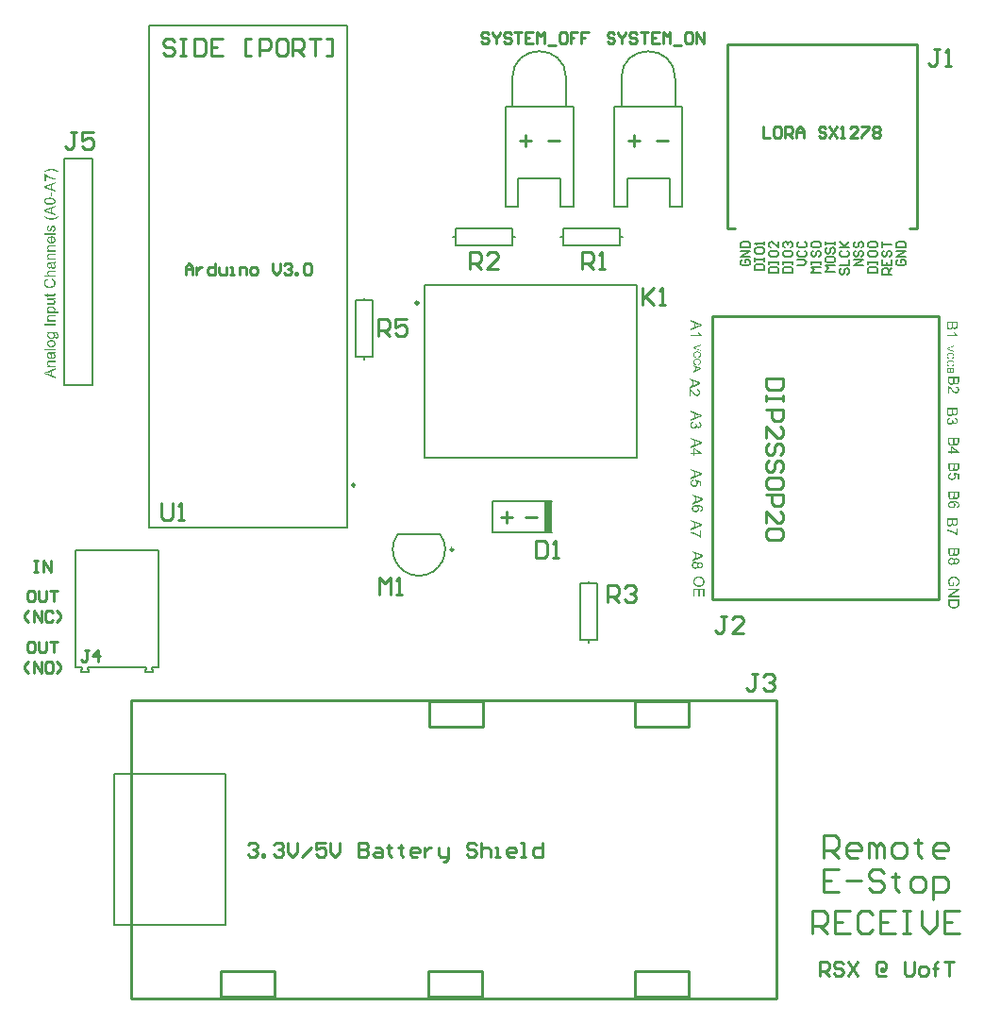
<source format=gto>
G04*
G04 #@! TF.GenerationSoftware,Altium Limited,Altium Designer,22.5.1 (42)*
G04*
G04 Layer_Color=65535*
%FSLAX44Y44*%
%MOMM*%
G71*
G04*
G04 #@! TF.SameCoordinates,25D7FC6A-B859-4A30-9EF5-CD67AC1EE337*
G04*
G04*
G04 #@! TF.FilePolarity,Positive*
G04*
G01*
G75*
%ADD10C,0.3000*%
%ADD11C,0.2500*%
%ADD12C,0.2000*%
%ADD13C,0.1270*%
%ADD14C,0.2540*%
%ADD15C,0.1500*%
%ADD16R,0.8000X2.8000*%
G36*
X847354Y621366D02*
X842626Y619674D01*
X842620D01*
X842598Y619663D01*
X842570Y619652D01*
X842531Y619641D01*
X842481Y619624D01*
X842420Y619602D01*
X842353Y619580D01*
X842281Y619558D01*
X842203Y619530D01*
X842120Y619502D01*
X841936Y619446D01*
X841752Y619391D01*
X841563Y619335D01*
X841569D01*
X841585Y619330D01*
X841619Y619318D01*
X841658Y619307D01*
X841702Y619296D01*
X841758Y619280D01*
X841825Y619257D01*
X841897Y619235D01*
X841975Y619213D01*
X842058Y619185D01*
X842236Y619124D01*
X842431Y619057D01*
X842626Y618985D01*
X847354Y617227D01*
Y616354D01*
X840851Y618896D01*
Y619786D01*
X847354Y622300D01*
Y621366D01*
D02*
G37*
G36*
X844322Y615820D02*
X844406Y615814D01*
X844511Y615803D01*
X844623Y615792D01*
X844751Y615775D01*
X844884Y615758D01*
X845029Y615731D01*
X845173Y615703D01*
X845324Y615664D01*
X845474Y615619D01*
X845624Y615569D01*
X845774Y615508D01*
X845919Y615441D01*
X845930Y615436D01*
X845952Y615425D01*
X845991Y615402D01*
X846041Y615369D01*
X846108Y615330D01*
X846180Y615280D01*
X846258Y615224D01*
X846347Y615158D01*
X846436Y615085D01*
X846531Y615002D01*
X846631Y614913D01*
X846725Y614813D01*
X846820Y614707D01*
X846909Y614590D01*
X846992Y614468D01*
X847070Y614340D01*
X847076Y614329D01*
X847087Y614306D01*
X847109Y614268D01*
X847131Y614212D01*
X847159Y614145D01*
X847193Y614067D01*
X847232Y613978D01*
X847271Y613873D01*
X847304Y613761D01*
X847343Y613639D01*
X847376Y613511D01*
X847404Y613372D01*
X847426Y613227D01*
X847449Y613077D01*
X847460Y612921D01*
X847465Y612760D01*
Y612716D01*
X847460Y612666D01*
Y612599D01*
X847449Y612515D01*
X847437Y612415D01*
X847421Y612310D01*
X847404Y612193D01*
X847376Y612065D01*
X847343Y611931D01*
X847304Y611798D01*
X847254Y611659D01*
X847198Y611520D01*
X847131Y611386D01*
X847054Y611253D01*
X846964Y611125D01*
X846959Y611119D01*
X846942Y611097D01*
X846915Y611063D01*
X846876Y611013D01*
X846820Y610963D01*
X846759Y610897D01*
X846686Y610830D01*
X846603Y610758D01*
X846508Y610680D01*
X846408Y610602D01*
X846292Y610524D01*
X846169Y610446D01*
X846030Y610374D01*
X845885Y610307D01*
X845735Y610246D01*
X845568Y610190D01*
X845368Y611036D01*
X845374D01*
X845402Y611047D01*
X845435Y611058D01*
X845485Y611080D01*
X845540Y611102D01*
X845613Y611130D01*
X845685Y611164D01*
X845763Y611203D01*
X845936Y611297D01*
X846108Y611408D01*
X846186Y611475D01*
X846264Y611542D01*
X846336Y611620D01*
X846403Y611698D01*
X846408Y611703D01*
X846419Y611720D01*
X846431Y611742D01*
X846453Y611776D01*
X846481Y611814D01*
X846508Y611870D01*
X846536Y611926D01*
X846570Y611992D01*
X846597Y612065D01*
X846625Y612148D01*
X846653Y612237D01*
X846681Y612332D01*
X846703Y612438D01*
X846714Y612543D01*
X846725Y612660D01*
X846731Y612777D01*
Y612849D01*
X846725Y612899D01*
X846720Y612966D01*
X846714Y613038D01*
X846703Y613122D01*
X846686Y613216D01*
X846664Y613311D01*
X846642Y613411D01*
X846614Y613517D01*
X846581Y613622D01*
X846536Y613728D01*
X846486Y613834D01*
X846431Y613934D01*
X846369Y614034D01*
X846364Y614039D01*
X846353Y614056D01*
X846330Y614084D01*
X846303Y614117D01*
X846269Y614156D01*
X846225Y614201D01*
X846169Y614257D01*
X846114Y614312D01*
X846047Y614368D01*
X845974Y614429D01*
X845897Y614484D01*
X845807Y614546D01*
X845719Y614601D01*
X845618Y614651D01*
X845513Y614696D01*
X845402Y614740D01*
X845396D01*
X845374Y614752D01*
X845340Y614757D01*
X845296Y614774D01*
X845240Y614785D01*
X845173Y614802D01*
X845101Y614824D01*
X845018Y614841D01*
X844929Y614857D01*
X844828Y614879D01*
X844728Y614896D01*
X844623Y614907D01*
X844395Y614930D01*
X844155Y614941D01*
X844144D01*
X844117D01*
X844072D01*
X844016Y614935D01*
X843944D01*
X843861Y614930D01*
X843766Y614918D01*
X843660Y614913D01*
X843549Y614896D01*
X843432Y614879D01*
X843193Y614841D01*
X842943Y614779D01*
X842820Y614746D01*
X842704Y614701D01*
X842698Y614696D01*
X842676Y614690D01*
X842642Y614674D01*
X842604Y614657D01*
X842553Y614629D01*
X842492Y614601D01*
X842426Y614562D01*
X842359Y614518D01*
X842281Y614468D01*
X842208Y614412D01*
X842131Y614351D01*
X842053Y614284D01*
X841981Y614212D01*
X841908Y614128D01*
X841841Y614045D01*
X841780Y613951D01*
X841775Y613945D01*
X841769Y613928D01*
X841752Y613900D01*
X841730Y613862D01*
X841708Y613811D01*
X841686Y613756D01*
X841658Y613695D01*
X841630Y613622D01*
X841597Y613539D01*
X841569Y613456D01*
X841547Y613367D01*
X841524Y613266D01*
X841485Y613060D01*
X841480Y612955D01*
X841474Y612844D01*
Y612810D01*
X841480Y612771D01*
Y612721D01*
X841485Y612660D01*
X841497Y612588D01*
X841508Y612510D01*
X841524Y612421D01*
X841547Y612326D01*
X841574Y612232D01*
X841608Y612132D01*
X841652Y612026D01*
X841697Y611926D01*
X841752Y611820D01*
X841819Y611720D01*
X841891Y611625D01*
X841897Y611620D01*
X841914Y611603D01*
X841936Y611575D01*
X841969Y611542D01*
X842014Y611503D01*
X842069Y611453D01*
X842131Y611403D01*
X842203Y611347D01*
X842286Y611292D01*
X842375Y611236D01*
X842476Y611180D01*
X842587Y611125D01*
X842709Y611069D01*
X842837Y611019D01*
X842976Y610980D01*
X843126Y610941D01*
X842909Y610079D01*
X842904D01*
X842898Y610084D01*
X842882D01*
X842865Y610090D01*
X842809Y610107D01*
X842737Y610135D01*
X842648Y610162D01*
X842548Y610201D01*
X842431Y610251D01*
X842314Y610302D01*
X842186Y610368D01*
X842053Y610435D01*
X841919Y610518D01*
X841786Y610607D01*
X841652Y610708D01*
X841524Y610813D01*
X841407Y610930D01*
X841296Y611058D01*
X841291Y611063D01*
X841274Y611091D01*
X841246Y611130D01*
X841207Y611180D01*
X841168Y611253D01*
X841118Y611331D01*
X841068Y611425D01*
X841018Y611536D01*
X840968Y611653D01*
X840918Y611787D01*
X840868Y611926D01*
X840829Y612076D01*
X840790Y612237D01*
X840762Y612404D01*
X840746Y612588D01*
X840740Y612771D01*
Y612816D01*
X840746Y612871D01*
Y612944D01*
X840751Y613033D01*
X840762Y613138D01*
X840773Y613255D01*
X840796Y613378D01*
X840818Y613511D01*
X840846Y613650D01*
X840879Y613795D01*
X840918Y613939D01*
X840968Y614078D01*
X841024Y614223D01*
X841090Y614357D01*
X841163Y614484D01*
X841168Y614490D01*
X841185Y614512D01*
X841207Y614546D01*
X841241Y614590D01*
X841285Y614646D01*
X841341Y614713D01*
X841407Y614779D01*
X841480Y614857D01*
X841563Y614935D01*
X841652Y615019D01*
X841758Y615102D01*
X841869Y615185D01*
X841986Y615263D01*
X842120Y615341D01*
X842253Y615419D01*
X842403Y615486D01*
X842414Y615491D01*
X842442Y615503D01*
X842487Y615519D01*
X842542Y615536D01*
X842620Y615564D01*
X842709Y615592D01*
X842809Y615625D01*
X842926Y615653D01*
X843054Y615686D01*
X843187Y615719D01*
X843332Y615747D01*
X843482Y615770D01*
X843644Y615792D01*
X843805Y615808D01*
X843977Y615820D01*
X844150Y615825D01*
X844155D01*
X844161D01*
X844194D01*
X844250D01*
X844322Y615820D01*
D02*
G37*
G36*
Y609261D02*
X844406Y609256D01*
X844511Y609245D01*
X844623Y609234D01*
X844751Y609217D01*
X844884Y609200D01*
X845029Y609172D01*
X845173Y609145D01*
X845324Y609105D01*
X845474Y609061D01*
X845624Y609011D01*
X845774Y608950D01*
X845919Y608883D01*
X845930Y608877D01*
X845952Y608866D01*
X845991Y608844D01*
X846041Y608811D01*
X846108Y608772D01*
X846180Y608722D01*
X846258Y608666D01*
X846347Y608599D01*
X846436Y608527D01*
X846531Y608444D01*
X846631Y608355D01*
X846725Y608254D01*
X846820Y608149D01*
X846909Y608032D01*
X846992Y607910D01*
X847070Y607782D01*
X847076Y607771D01*
X847087Y607748D01*
X847109Y607709D01*
X847131Y607654D01*
X847159Y607587D01*
X847193Y607509D01*
X847232Y607420D01*
X847271Y607314D01*
X847304Y607203D01*
X847343Y607081D01*
X847376Y606953D01*
X847404Y606814D01*
X847426Y606669D01*
X847449Y606519D01*
X847460Y606363D01*
X847465Y606202D01*
Y606157D01*
X847460Y606107D01*
Y606040D01*
X847449Y605957D01*
X847437Y605857D01*
X847421Y605751D01*
X847404Y605634D01*
X847376Y605507D01*
X847343Y605373D01*
X847304Y605239D01*
X847254Y605100D01*
X847198Y604961D01*
X847131Y604828D01*
X847054Y604694D01*
X846964Y604566D01*
X846959Y604561D01*
X846942Y604539D01*
X846915Y604505D01*
X846876Y604455D01*
X846820Y604405D01*
X846759Y604338D01*
X846686Y604272D01*
X846603Y604199D01*
X846508Y604121D01*
X846408Y604044D01*
X846292Y603966D01*
X846169Y603888D01*
X846030Y603815D01*
X845885Y603749D01*
X845735Y603688D01*
X845568Y603632D01*
X845368Y604477D01*
X845374D01*
X845402Y604489D01*
X845435Y604500D01*
X845485Y604522D01*
X845540Y604544D01*
X845613Y604572D01*
X845685Y604605D01*
X845763Y604644D01*
X845936Y604739D01*
X846108Y604850D01*
X846186Y604917D01*
X846264Y604984D01*
X846336Y605061D01*
X846403Y605139D01*
X846408Y605145D01*
X846419Y605162D01*
X846431Y605184D01*
X846453Y605217D01*
X846481Y605256D01*
X846508Y605312D01*
X846536Y605367D01*
X846570Y605434D01*
X846597Y605507D01*
X846625Y605590D01*
X846653Y605679D01*
X846681Y605774D01*
X846703Y605879D01*
X846714Y605985D01*
X846725Y606102D01*
X846731Y606218D01*
Y606291D01*
X846725Y606341D01*
X846720Y606408D01*
X846714Y606480D01*
X846703Y606563D01*
X846686Y606658D01*
X846664Y606753D01*
X846642Y606853D01*
X846614Y606958D01*
X846581Y607064D01*
X846536Y607170D01*
X846486Y607275D01*
X846431Y607375D01*
X846369Y607476D01*
X846364Y607481D01*
X846353Y607498D01*
X846330Y607526D01*
X846303Y607559D01*
X846269Y607598D01*
X846225Y607643D01*
X846169Y607698D01*
X846114Y607754D01*
X846047Y607809D01*
X845974Y607871D01*
X845897Y607926D01*
X845807Y607987D01*
X845719Y608043D01*
X845618Y608093D01*
X845513Y608138D01*
X845402Y608182D01*
X845396D01*
X845374Y608193D01*
X845340Y608199D01*
X845296Y608215D01*
X845240Y608227D01*
X845173Y608243D01*
X845101Y608266D01*
X845018Y608282D01*
X844929Y608299D01*
X844828Y608321D01*
X844728Y608338D01*
X844623Y608349D01*
X844395Y608371D01*
X844155Y608382D01*
X844144D01*
X844117D01*
X844072D01*
X844016Y608377D01*
X843944D01*
X843861Y608371D01*
X843766Y608360D01*
X843660Y608355D01*
X843549Y608338D01*
X843432Y608321D01*
X843193Y608282D01*
X842943Y608221D01*
X842820Y608188D01*
X842704Y608143D01*
X842698Y608138D01*
X842676Y608132D01*
X842642Y608115D01*
X842604Y608099D01*
X842553Y608071D01*
X842492Y608043D01*
X842426Y608004D01*
X842359Y607960D01*
X842281Y607910D01*
X842208Y607854D01*
X842131Y607793D01*
X842053Y607726D01*
X841981Y607654D01*
X841908Y607570D01*
X841841Y607487D01*
X841780Y607392D01*
X841775Y607387D01*
X841769Y607370D01*
X841752Y607342D01*
X841730Y607303D01*
X841708Y607253D01*
X841686Y607197D01*
X841658Y607136D01*
X841630Y607064D01*
X841597Y606981D01*
X841569Y606897D01*
X841547Y606808D01*
X841524Y606708D01*
X841485Y606502D01*
X841480Y606396D01*
X841474Y606285D01*
Y606252D01*
X841480Y606213D01*
Y606163D01*
X841485Y606102D01*
X841497Y606029D01*
X841508Y605951D01*
X841524Y605863D01*
X841547Y605768D01*
X841574Y605673D01*
X841608Y605573D01*
X841652Y605468D01*
X841697Y605367D01*
X841752Y605262D01*
X841819Y605162D01*
X841891Y605067D01*
X841897Y605061D01*
X841914Y605045D01*
X841936Y605017D01*
X841969Y604984D01*
X842014Y604945D01*
X842069Y604895D01*
X842131Y604845D01*
X842203Y604789D01*
X842286Y604733D01*
X842375Y604678D01*
X842476Y604622D01*
X842587Y604566D01*
X842709Y604511D01*
X842837Y604461D01*
X842976Y604422D01*
X843126Y604383D01*
X842909Y603521D01*
X842904D01*
X842898Y603526D01*
X842882D01*
X842865Y603532D01*
X842809Y603549D01*
X842737Y603576D01*
X842648Y603604D01*
X842548Y603643D01*
X842431Y603693D01*
X842314Y603743D01*
X842186Y603810D01*
X842053Y603877D01*
X841919Y603960D01*
X841786Y604049D01*
X841652Y604149D01*
X841524Y604255D01*
X841407Y604372D01*
X841296Y604500D01*
X841291Y604505D01*
X841274Y604533D01*
X841246Y604572D01*
X841207Y604622D01*
X841168Y604694D01*
X841118Y604772D01*
X841068Y604867D01*
X841018Y604978D01*
X840968Y605095D01*
X840918Y605228D01*
X840868Y605367D01*
X840829Y605518D01*
X840790Y605679D01*
X840762Y605846D01*
X840746Y606029D01*
X840740Y606213D01*
Y606258D01*
X840746Y606313D01*
Y606385D01*
X840751Y606474D01*
X840762Y606580D01*
X840773Y606697D01*
X840796Y606819D01*
X840818Y606953D01*
X840846Y607092D01*
X840879Y607237D01*
X840918Y607381D01*
X840968Y607520D01*
X841024Y607665D01*
X841090Y607798D01*
X841163Y607926D01*
X841168Y607932D01*
X841185Y607954D01*
X841207Y607987D01*
X841241Y608032D01*
X841285Y608088D01*
X841341Y608154D01*
X841407Y608221D01*
X841480Y608299D01*
X841563Y608377D01*
X841652Y608460D01*
X841758Y608544D01*
X841869Y608627D01*
X841986Y608705D01*
X842120Y608783D01*
X842253Y608861D01*
X842403Y608927D01*
X842414Y608933D01*
X842442Y608944D01*
X842487Y608961D01*
X842542Y608978D01*
X842620Y609005D01*
X842709Y609033D01*
X842809Y609067D01*
X842926Y609094D01*
X843054Y609128D01*
X843187Y609161D01*
X843332Y609189D01*
X843482Y609211D01*
X843644Y609234D01*
X843805Y609250D01*
X843977Y609261D01*
X844150Y609267D01*
X844155D01*
X844161D01*
X844194D01*
X844250D01*
X844322Y609261D01*
D02*
G37*
G36*
X847354Y599988D02*
X847348Y599938D01*
Y599872D01*
X847343Y599799D01*
X847337Y599721D01*
X847332Y599632D01*
X847304Y599443D01*
X847271Y599243D01*
X847220Y599043D01*
X847187Y598954D01*
X847154Y598865D01*
Y598859D01*
X847143Y598843D01*
X847131Y598820D01*
X847115Y598792D01*
X847098Y598754D01*
X847070Y598709D01*
X847003Y598609D01*
X846920Y598492D01*
X846814Y598375D01*
X846692Y598264D01*
X846547Y598158D01*
X846542Y598153D01*
X846531Y598147D01*
X846508Y598136D01*
X846475Y598119D01*
X846436Y598097D01*
X846392Y598075D01*
X846341Y598053D01*
X846286Y598030D01*
X846158Y597986D01*
X846008Y597941D01*
X845852Y597914D01*
X845769Y597902D01*
X845685D01*
X845680D01*
X845668D01*
X845646D01*
X845613Y597908D01*
X845580D01*
X845535Y597914D01*
X845485Y597919D01*
X845435Y597930D01*
X845312Y597958D01*
X845179Y597997D01*
X845040Y598053D01*
X844901Y598130D01*
X844895D01*
X844884Y598142D01*
X844867Y598153D01*
X844840Y598175D01*
X844812Y598197D01*
X844773Y598225D01*
X844689Y598303D01*
X844595Y598397D01*
X844495Y598514D01*
X844400Y598653D01*
X844311Y598815D01*
Y598809D01*
X844306Y598787D01*
X844295Y598759D01*
X844278Y598720D01*
X844256Y598670D01*
X844233Y598609D01*
X844205Y598548D01*
X844172Y598481D01*
X844089Y598336D01*
X843983Y598181D01*
X843861Y598036D01*
X843794Y597969D01*
X843716Y597908D01*
X843710Y597902D01*
X843699Y597891D01*
X843671Y597880D01*
X843644Y597858D01*
X843605Y597836D01*
X843555Y597808D01*
X843499Y597775D01*
X843438Y597747D01*
X843365Y597719D01*
X843293Y597686D01*
X843210Y597658D01*
X843126Y597635D01*
X843032Y597613D01*
X842937Y597597D01*
X842837Y597591D01*
X842731Y597585D01*
X842726D01*
X842709D01*
X842687D01*
X842654Y597591D01*
X842615D01*
X842564Y597597D01*
X842514Y597602D01*
X842453Y597608D01*
X842325Y597635D01*
X842181Y597669D01*
X842030Y597713D01*
X841880Y597780D01*
X841875D01*
X841864Y597791D01*
X841841Y597802D01*
X841819Y597813D01*
X841786Y597836D01*
X841747Y597858D01*
X841658Y597914D01*
X841563Y597980D01*
X841463Y598064D01*
X841369Y598158D01*
X841280Y598258D01*
Y598264D01*
X841268Y598270D01*
X841257Y598286D01*
X841246Y598308D01*
X841229Y598336D01*
X841207Y598370D01*
X841163Y598453D01*
X841107Y598559D01*
X841057Y598676D01*
X841001Y598815D01*
X840957Y598970D01*
Y598976D01*
X840951Y598987D01*
X840946Y599015D01*
X840940Y599048D01*
X840935Y599087D01*
X840924Y599137D01*
X840912Y599198D01*
X840907Y599260D01*
X840896Y599332D01*
X840885Y599416D01*
X840873Y599499D01*
X840868Y599594D01*
X840862Y599688D01*
X840857Y599794D01*
X840851Y600016D01*
Y602492D01*
X847354D01*
Y599988D01*
D02*
G37*
G36*
X847234Y415282D02*
X847359Y415273D01*
X847509Y415257D01*
X847675Y415240D01*
X847859Y415215D01*
X848058Y415182D01*
X848267Y415148D01*
X848483Y415098D01*
X848717Y415040D01*
X848950Y414973D01*
X849183Y414890D01*
X849416Y414799D01*
X849650Y414698D01*
X849666Y414690D01*
X849708Y414674D01*
X849766Y414640D01*
X849850Y414590D01*
X849958Y414524D01*
X850075Y414449D01*
X850200Y414365D01*
X850341Y414265D01*
X850491Y414149D01*
X850641Y414024D01*
X850791Y413882D01*
X850941Y413732D01*
X851091Y413565D01*
X851233Y413382D01*
X851366Y413190D01*
X851483Y412991D01*
X851491Y412974D01*
X851508Y412941D01*
X851541Y412874D01*
X851574Y412791D01*
X851624Y412691D01*
X851674Y412557D01*
X851724Y412416D01*
X851783Y412249D01*
X851841Y412066D01*
X851891Y411874D01*
X851941Y411658D01*
X851991Y411433D01*
X852024Y411191D01*
X852057Y410941D01*
X852074Y410683D01*
X852082Y410416D01*
Y410316D01*
X852074Y410241D01*
Y410150D01*
X852066Y410041D01*
X852057Y409916D01*
X852041Y409783D01*
X852024Y409641D01*
X851999Y409492D01*
X851933Y409175D01*
X851849Y408842D01*
X851732Y408517D01*
Y408508D01*
X851716Y408475D01*
X851699Y408433D01*
X851666Y408375D01*
X851633Y408300D01*
X851591Y408217D01*
X851541Y408125D01*
X851483Y408025D01*
X851349Y407809D01*
X851191Y407592D01*
X850999Y407375D01*
X850891Y407267D01*
X850783Y407175D01*
X850774Y407167D01*
X850758Y407150D01*
X850724Y407125D01*
X850674Y407092D01*
X850608Y407050D01*
X850541Y407009D01*
X850450Y406950D01*
X850358Y406900D01*
X850250Y406842D01*
X850125Y406776D01*
X850000Y406717D01*
X849858Y406659D01*
X849700Y406592D01*
X849541Y406534D01*
X849375Y406484D01*
X849192Y406434D01*
X848867Y407600D01*
X848875D01*
X848900Y407609D01*
X848942Y407625D01*
X848991Y407642D01*
X849050Y407659D01*
X849125Y407684D01*
X849292Y407750D01*
X849483Y407825D01*
X849675Y407917D01*
X849866Y408025D01*
X850041Y408142D01*
X850050D01*
X850058Y408158D01*
X850108Y408200D01*
X850191Y408275D01*
X850283Y408383D01*
X850391Y408508D01*
X850508Y408675D01*
X850624Y408858D01*
X850724Y409075D01*
Y409083D01*
X850733Y409100D01*
X850749Y409133D01*
X850766Y409183D01*
X850783Y409241D01*
X850808Y409308D01*
X850833Y409383D01*
X850858Y409467D01*
X850874Y409566D01*
X850899Y409666D01*
X850941Y409900D01*
X850974Y410150D01*
X850983Y410416D01*
Y410566D01*
X850974Y410641D01*
X850966Y410733D01*
X850958Y410833D01*
X850949Y410941D01*
X850916Y411174D01*
X850866Y411433D01*
X850799Y411699D01*
X850708Y411949D01*
Y411958D01*
X850699Y411974D01*
X850683Y412007D01*
X850658Y412057D01*
X850633Y412108D01*
X850600Y412174D01*
X850516Y412316D01*
X850416Y412482D01*
X850300Y412657D01*
X850158Y412832D01*
X850000Y412991D01*
X849991Y412999D01*
X849983Y413007D01*
X849958Y413024D01*
X849925Y413057D01*
X849833Y413124D01*
X849716Y413215D01*
X849575Y413307D01*
X849416Y413415D01*
X849233Y413507D01*
X849042Y413599D01*
X849033D01*
X849000Y413615D01*
X848950Y413632D01*
X848883Y413657D01*
X848800Y413682D01*
X848700Y413715D01*
X848583Y413749D01*
X848458Y413782D01*
X848317Y413815D01*
X848167Y413849D01*
X848000Y413882D01*
X847825Y413907D01*
X847467Y413949D01*
X847275Y413957D01*
X847075Y413965D01*
X847059D01*
X847017D01*
X846950D01*
X846859Y413957D01*
X846750Y413949D01*
X846617Y413940D01*
X846476Y413932D01*
X846317Y413907D01*
X846151Y413890D01*
X845976Y413857D01*
X845609Y413782D01*
X845426Y413732D01*
X845242Y413665D01*
X845068Y413599D01*
X844901Y413524D01*
X844893Y413516D01*
X844859Y413499D01*
X844818Y413474D01*
X844759Y413441D01*
X844684Y413391D01*
X844601Y413332D01*
X844509Y413265D01*
X844409Y413190D01*
X844309Y413107D01*
X844201Y413007D01*
X844093Y412899D01*
X843985Y412782D01*
X843876Y412657D01*
X843776Y412516D01*
X843685Y412374D01*
X843601Y412216D01*
X843593Y412207D01*
X843585Y412174D01*
X843560Y412132D01*
X843535Y412066D01*
X843501Y411991D01*
X843468Y411891D01*
X843426Y411783D01*
X843393Y411666D01*
X843351Y411533D01*
X843310Y411391D01*
X843276Y411241D01*
X843243Y411091D01*
X843193Y410750D01*
X843185Y410574D01*
X843176Y410400D01*
Y410316D01*
X843185Y410258D01*
Y410183D01*
X843193Y410091D01*
X843201Y409991D01*
X843218Y409883D01*
X843235Y409758D01*
X843251Y409633D01*
X843310Y409358D01*
X843385Y409067D01*
X843493Y408767D01*
Y408758D01*
X843510Y408733D01*
X843526Y408692D01*
X843551Y408633D01*
X843576Y408567D01*
X843618Y408492D01*
X843651Y408408D01*
X843701Y408317D01*
X843801Y408117D01*
X843918Y407917D01*
X844043Y407725D01*
X844109Y407634D01*
X844176Y407550D01*
X845992D01*
Y410408D01*
X847142D01*
Y406284D01*
X843526D01*
X843518Y406292D01*
X843493Y406326D01*
X843451Y406376D01*
X843401Y406451D01*
X843343Y406534D01*
X843268Y406634D01*
X843185Y406759D01*
X843101Y406884D01*
X843010Y407025D01*
X842918Y407184D01*
X842818Y407342D01*
X842727Y407517D01*
X842543Y407875D01*
X842460Y408059D01*
X842385Y408250D01*
Y408259D01*
X842368Y408292D01*
X842352Y408350D01*
X842327Y408425D01*
X842302Y408517D01*
X842268Y408625D01*
X842235Y408750D01*
X842202Y408883D01*
X842160Y409033D01*
X842127Y409200D01*
X842093Y409366D01*
X842068Y409550D01*
X842027Y409925D01*
X842018Y410116D01*
X842010Y410316D01*
Y410383D01*
X842018Y410458D01*
Y410558D01*
X842027Y410683D01*
X842043Y410833D01*
X842060Y410999D01*
X842085Y411183D01*
X842118Y411383D01*
X842160Y411591D01*
X842210Y411808D01*
X842268Y412024D01*
X842335Y412257D01*
X842418Y412482D01*
X842510Y412707D01*
X842618Y412932D01*
X842626Y412949D01*
X842643Y412982D01*
X842685Y413041D01*
X842735Y413124D01*
X842793Y413224D01*
X842876Y413332D01*
X842968Y413457D01*
X843068Y413590D01*
X843193Y413732D01*
X843326Y413874D01*
X843468Y414024D01*
X843626Y414165D01*
X843801Y414315D01*
X843985Y414449D01*
X844184Y414582D01*
X844393Y414698D01*
X844409Y414707D01*
X844443Y414724D01*
X844509Y414757D01*
X844601Y414790D01*
X844709Y414832D01*
X844834Y414882D01*
X844984Y414940D01*
X845159Y414990D01*
X845342Y415048D01*
X845542Y415107D01*
X845751Y415157D01*
X845984Y415198D01*
X846217Y415232D01*
X846467Y415265D01*
X846725Y415282D01*
X846992Y415290D01*
X847000D01*
X847009D01*
X847059D01*
X847134D01*
X847234Y415282D01*
D02*
G37*
G36*
X851916Y403085D02*
X844259Y397961D01*
X851916D01*
Y396728D01*
X842177D01*
Y398053D01*
X849816Y403168D01*
X842177D01*
Y404401D01*
X851916D01*
Y403085D01*
D02*
G37*
G36*
Y390930D02*
X851908Y390821D01*
Y390705D01*
X851899Y390571D01*
X851882Y390288D01*
X851858Y390005D01*
X851824Y389730D01*
X851799Y389597D01*
X851774Y389480D01*
Y389472D01*
X851766Y389447D01*
X851758Y389397D01*
X851732Y389338D01*
X851716Y389272D01*
X851691Y389188D01*
X851657Y389088D01*
X851616Y388988D01*
X851516Y388764D01*
X851399Y388530D01*
X851249Y388289D01*
X851074Y388055D01*
X851066Y388047D01*
X851041Y388022D01*
X851008Y387980D01*
X850958Y387930D01*
X850891Y387864D01*
X850816Y387789D01*
X850724Y387705D01*
X850624Y387622D01*
X850508Y387530D01*
X850383Y387430D01*
X850241Y387339D01*
X850100Y387239D01*
X849941Y387147D01*
X849775Y387056D01*
X849591Y386972D01*
X849408Y386897D01*
X849400Y386889D01*
X849366Y386881D01*
X849308Y386864D01*
X849233Y386839D01*
X849133Y386806D01*
X849016Y386772D01*
X848892Y386739D01*
X848742Y386706D01*
X848575Y386672D01*
X848400Y386639D01*
X848208Y386606D01*
X848008Y386572D01*
X847792Y386547D01*
X847567Y386531D01*
X847334Y386514D01*
X847092D01*
X847084D01*
X847042D01*
X846984D01*
X846909D01*
X846809Y386522D01*
X846701Y386531D01*
X846567Y386539D01*
X846434Y386547D01*
X846284Y386564D01*
X846126Y386581D01*
X845792Y386622D01*
X845459Y386689D01*
X845126Y386781D01*
X845117D01*
X845084Y386789D01*
X845043Y386806D01*
X844984Y386831D01*
X844909Y386856D01*
X844826Y386881D01*
X844734Y386922D01*
X844626Y386964D01*
X844401Y387056D01*
X844168Y387172D01*
X843934Y387297D01*
X843710Y387447D01*
X843701Y387455D01*
X843685Y387464D01*
X843660Y387489D01*
X843618Y387514D01*
X843568Y387555D01*
X843518Y387597D01*
X843393Y387705D01*
X843251Y387839D01*
X843101Y387989D01*
X842960Y388155D01*
X842827Y388330D01*
Y388339D01*
X842810Y388355D01*
X842793Y388380D01*
X842776Y388414D01*
X842743Y388464D01*
X842718Y388513D01*
X842676Y388580D01*
X842643Y388655D01*
X842560Y388822D01*
X842485Y389022D01*
X842402Y389238D01*
X842335Y389488D01*
Y389497D01*
X842327Y389522D01*
X842318Y389555D01*
X842310Y389605D01*
X842302Y389672D01*
X842285Y389755D01*
X842268Y389838D01*
X842260Y389938D01*
X842243Y390047D01*
X842227Y390171D01*
X842210Y390296D01*
X842202Y390438D01*
X842185Y390730D01*
X842177Y391054D01*
Y394562D01*
X851916D01*
Y390930D01*
D02*
G37*
G36*
X618306Y415282D02*
X618373D01*
X618448Y415273D01*
X618540D01*
X618639Y415257D01*
X618748Y415248D01*
X618981Y415223D01*
X619239Y415182D01*
X619523Y415123D01*
X619823Y415057D01*
X620131Y414973D01*
X620447Y414865D01*
X620764Y414740D01*
X621081Y414590D01*
X621380Y414415D01*
X621672Y414215D01*
X621939Y413990D01*
X621955Y413974D01*
X621997Y413932D01*
X622064Y413857D01*
X622155Y413757D01*
X622255Y413624D01*
X622372Y413474D01*
X622497Y413290D01*
X622630Y413082D01*
X622755Y412849D01*
X622880Y412599D01*
X622997Y412324D01*
X623097Y412024D01*
X623188Y411708D01*
X623255Y411366D01*
X623297Y411008D01*
X623313Y410633D01*
Y410500D01*
X623305Y410408D01*
X623297Y410283D01*
X623280Y410150D01*
X623255Y409991D01*
X623230Y409825D01*
X623197Y409641D01*
X623155Y409441D01*
X623105Y409241D01*
X623038Y409033D01*
X622963Y408825D01*
X622880Y408617D01*
X622780Y408408D01*
X622663Y408200D01*
X622655Y408184D01*
X622630Y408150D01*
X622597Y408100D01*
X622547Y408025D01*
X622480Y407934D01*
X622397Y407825D01*
X622305Y407709D01*
X622197Y407584D01*
X622080Y407459D01*
X621939Y407317D01*
X621797Y407184D01*
X621630Y407050D01*
X621464Y406909D01*
X621272Y406784D01*
X621072Y406659D01*
X620864Y406551D01*
X620847Y406542D01*
X620814Y406526D01*
X620747Y406501D01*
X620664Y406459D01*
X620556Y406417D01*
X620422Y406367D01*
X620272Y406317D01*
X620106Y406259D01*
X619922Y406209D01*
X619723Y406159D01*
X619506Y406109D01*
X619281Y406067D01*
X619039Y406026D01*
X618789Y406001D01*
X618523Y405984D01*
X618256Y405976D01*
X618240D01*
X618190D01*
X618115D01*
X618006Y405984D01*
X617873Y405992D01*
X617723Y406009D01*
X617556Y406026D01*
X617373Y406051D01*
X617173Y406084D01*
X616957Y406126D01*
X616740Y406167D01*
X616515Y406226D01*
X616282Y406301D01*
X616057Y406376D01*
X615832Y406467D01*
X615607Y406576D01*
X615590Y406584D01*
X615557Y406601D01*
X615499Y406634D01*
X615415Y406684D01*
X615315Y406750D01*
X615207Y406825D01*
X615082Y406909D01*
X614949Y407009D01*
X614807Y407125D01*
X614665Y407250D01*
X614515Y407392D01*
X614374Y407542D01*
X614224Y407709D01*
X614091Y407884D01*
X613957Y408075D01*
X613841Y408275D01*
X613832Y408284D01*
X613816Y408325D01*
X613782Y408383D01*
X613749Y408467D01*
X613699Y408567D01*
X613649Y408683D01*
X613599Y408825D01*
X613541Y408975D01*
X613482Y409150D01*
X613433Y409333D01*
X613382Y409525D01*
X613332Y409733D01*
X613299Y409941D01*
X613266Y410166D01*
X613249Y410400D01*
X613241Y410633D01*
Y410691D01*
X613249Y410766D01*
Y410866D01*
X613257Y410983D01*
X613274Y411124D01*
X613299Y411283D01*
X613324Y411458D01*
X613358Y411649D01*
X613399Y411841D01*
X613457Y412049D01*
X613516Y412257D01*
X613591Y412466D01*
X613682Y412682D01*
X613782Y412891D01*
X613899Y413099D01*
X613907Y413107D01*
X613932Y413149D01*
X613966Y413199D01*
X614024Y413274D01*
X614091Y413366D01*
X614174Y413474D01*
X614266Y413582D01*
X614374Y413707D01*
X614499Y413840D01*
X614632Y413974D01*
X614782Y414115D01*
X614949Y414249D01*
X615124Y414382D01*
X615307Y414507D01*
X615507Y414632D01*
X615715Y414740D01*
X615732Y414748D01*
X615765Y414765D01*
X615832Y414790D01*
X615915Y414823D01*
X616023Y414865D01*
X616148Y414915D01*
X616290Y414965D01*
X616448Y415015D01*
X616623Y415065D01*
X616815Y415115D01*
X617015Y415165D01*
X617223Y415207D01*
X617440Y415240D01*
X617673Y415265D01*
X617906Y415282D01*
X618140Y415290D01*
X618148D01*
X618165D01*
X618198D01*
X618248D01*
X618306Y415282D01*
D02*
G37*
G36*
X623147Y397253D02*
X621997D01*
Y403002D01*
X619023D01*
Y397620D01*
X617873D01*
Y403002D01*
X614557D01*
Y397028D01*
X613408D01*
Y404293D01*
X623147D01*
Y397253D01*
D02*
G37*
G36*
X619912Y622645D02*
X615183Y620954D01*
X615178D01*
X615156Y620943D01*
X615128Y620932D01*
X615089Y620921D01*
X615039Y620904D01*
X614978Y620882D01*
X614911Y620860D01*
X614839Y620838D01*
X614761Y620810D01*
X614677Y620782D01*
X614494Y620726D01*
X614310Y620671D01*
X614121Y620615D01*
X614127D01*
X614143Y620610D01*
X614177Y620598D01*
X614216Y620587D01*
X614260Y620576D01*
X614316Y620559D01*
X614383Y620537D01*
X614455Y620515D01*
X614533Y620493D01*
X614616Y620465D01*
X614794Y620404D01*
X614989Y620337D01*
X615183Y620265D01*
X619912Y618507D01*
Y617634D01*
X613409Y620176D01*
Y621066D01*
X619912Y623580D01*
Y622645D01*
D02*
G37*
G36*
X616880Y617099D02*
X616964Y617094D01*
X617069Y617083D01*
X617180Y617072D01*
X617308Y617055D01*
X617442Y617038D01*
X617587Y617010D01*
X617731Y616983D01*
X617881Y616944D01*
X618032Y616899D01*
X618182Y616849D01*
X618332Y616788D01*
X618476Y616721D01*
X618488Y616716D01*
X618510Y616705D01*
X618549Y616682D01*
X618599Y616649D01*
X618666Y616610D01*
X618738Y616560D01*
X618816Y616504D01*
X618905Y616438D01*
X618994Y616365D01*
X619088Y616282D01*
X619189Y616193D01*
X619283Y616093D01*
X619378Y615987D01*
X619467Y615870D01*
X619550Y615748D01*
X619628Y615620D01*
X619634Y615609D01*
X619645Y615587D01*
X619667Y615547D01*
X619689Y615492D01*
X619717Y615425D01*
X619750Y615347D01*
X619789Y615258D01*
X619828Y615153D01*
X619862Y615041D01*
X619901Y614919D01*
X619934Y614791D01*
X619962Y614652D01*
X619984Y614507D01*
X620006Y614357D01*
X620017Y614201D01*
X620023Y614040D01*
Y613996D01*
X620017Y613946D01*
Y613879D01*
X620006Y613795D01*
X619995Y613695D01*
X619978Y613590D01*
X619962Y613473D01*
X619934Y613345D01*
X619901Y613211D01*
X619862Y613078D01*
X619812Y612939D01*
X619756Y612800D01*
X619689Y612666D01*
X619611Y612533D01*
X619522Y612405D01*
X619517Y612399D01*
X619500Y612377D01*
X619472Y612343D01*
X619433Y612293D01*
X619378Y612243D01*
X619316Y612177D01*
X619244Y612110D01*
X619161Y612038D01*
X619066Y611960D01*
X618966Y611882D01*
X618849Y611804D01*
X618727Y611726D01*
X618588Y611654D01*
X618443Y611587D01*
X618293Y611526D01*
X618126Y611470D01*
X617926Y612316D01*
X617931D01*
X617959Y612327D01*
X617993Y612338D01*
X618043Y612360D01*
X618098Y612382D01*
X618171Y612410D01*
X618243Y612444D01*
X618321Y612482D01*
X618493Y612577D01*
X618666Y612688D01*
X618744Y612755D01*
X618821Y612822D01*
X618894Y612900D01*
X618960Y612978D01*
X618966Y612983D01*
X618977Y613000D01*
X618988Y613022D01*
X619011Y613055D01*
X619038Y613094D01*
X619066Y613150D01*
X619094Y613206D01*
X619127Y613272D01*
X619155Y613345D01*
X619183Y613428D01*
X619211Y613517D01*
X619239Y613612D01*
X619261Y613717D01*
X619272Y613823D01*
X619283Y613940D01*
X619289Y614057D01*
Y614129D01*
X619283Y614179D01*
X619278Y614246D01*
X619272Y614318D01*
X619261Y614402D01*
X619244Y614496D01*
X619222Y614591D01*
X619200Y614691D01*
X619172Y614797D01*
X619138Y614902D01*
X619094Y615008D01*
X619044Y615114D01*
X618988Y615214D01*
X618927Y615314D01*
X618922Y615320D01*
X618910Y615336D01*
X618888Y615364D01*
X618860Y615397D01*
X618827Y615436D01*
X618783Y615481D01*
X618727Y615536D01*
X618671Y615592D01*
X618605Y615648D01*
X618532Y615709D01*
X618454Y615765D01*
X618365Y615826D01*
X618276Y615881D01*
X618176Y615931D01*
X618070Y615976D01*
X617959Y616020D01*
X617954D01*
X617931Y616031D01*
X617898Y616037D01*
X617854Y616054D01*
X617798Y616065D01*
X617731Y616082D01*
X617659Y616104D01*
X617575Y616120D01*
X617486Y616137D01*
X617386Y616159D01*
X617286Y616176D01*
X617180Y616187D01*
X616952Y616209D01*
X616713Y616221D01*
X616702D01*
X616674D01*
X616630D01*
X616574Y616215D01*
X616502D01*
X616418Y616209D01*
X616324Y616198D01*
X616218Y616193D01*
X616107Y616176D01*
X615990Y616159D01*
X615751Y616120D01*
X615500Y616059D01*
X615378Y616026D01*
X615261Y615981D01*
X615256Y615976D01*
X615233Y615970D01*
X615200Y615954D01*
X615161Y615937D01*
X615111Y615909D01*
X615050Y615881D01*
X614983Y615842D01*
X614916Y615798D01*
X614839Y615748D01*
X614766Y615692D01*
X614688Y615631D01*
X614610Y615564D01*
X614538Y615492D01*
X614466Y615409D01*
X614399Y615325D01*
X614338Y615230D01*
X614332Y615225D01*
X614327Y615208D01*
X614310Y615180D01*
X614288Y615141D01*
X614266Y615091D01*
X614243Y615036D01*
X614216Y614975D01*
X614188Y614902D01*
X614154Y614819D01*
X614127Y614735D01*
X614104Y614646D01*
X614082Y614546D01*
X614043Y614341D01*
X614038Y614235D01*
X614032Y614123D01*
Y614090D01*
X614038Y614051D01*
Y614001D01*
X614043Y613940D01*
X614054Y613868D01*
X614065Y613790D01*
X614082Y613701D01*
X614104Y613606D01*
X614132Y613512D01*
X614165Y613411D01*
X614210Y613306D01*
X614254Y613206D01*
X614310Y613100D01*
X614377Y613000D01*
X614449Y612905D01*
X614455Y612900D01*
X614472Y612883D01*
X614494Y612855D01*
X614527Y612822D01*
X614572Y612783D01*
X614627Y612733D01*
X614688Y612683D01*
X614761Y612627D01*
X614844Y612571D01*
X614933Y612516D01*
X615033Y612460D01*
X615145Y612405D01*
X615267Y612349D01*
X615395Y612299D01*
X615534Y612260D01*
X615684Y612221D01*
X615467Y611359D01*
X615462D01*
X615456Y611365D01*
X615439D01*
X615423Y611370D01*
X615367Y611387D01*
X615295Y611414D01*
X615206Y611442D01*
X615106Y611481D01*
X614989Y611531D01*
X614872Y611581D01*
X614744Y611648D01*
X614610Y611715D01*
X614477Y611798D01*
X614343Y611887D01*
X614210Y611987D01*
X614082Y612093D01*
X613965Y612210D01*
X613854Y612338D01*
X613848Y612343D01*
X613832Y612371D01*
X613804Y612410D01*
X613765Y612460D01*
X613726Y612533D01*
X613676Y612611D01*
X613626Y612705D01*
X613576Y612816D01*
X613526Y612933D01*
X613476Y613067D01*
X613426Y613206D01*
X613387Y613356D01*
X613348Y613517D01*
X613320Y613684D01*
X613303Y613868D01*
X613298Y614051D01*
Y614096D01*
X613303Y614151D01*
Y614224D01*
X613309Y614313D01*
X613320Y614418D01*
X613331Y614535D01*
X613353Y614658D01*
X613376Y614791D01*
X613403Y614930D01*
X613437Y615075D01*
X613476Y615219D01*
X613526Y615358D01*
X613581Y615503D01*
X613648Y615636D01*
X613721Y615765D01*
X613726Y615770D01*
X613743Y615792D01*
X613765Y615826D01*
X613798Y615870D01*
X613843Y615926D01*
X613899Y615993D01*
X613965Y616059D01*
X614038Y616137D01*
X614121Y616215D01*
X614210Y616298D01*
X614316Y616382D01*
X614427Y616465D01*
X614544Y616543D01*
X614677Y616621D01*
X614811Y616699D01*
X614961Y616766D01*
X614972Y616771D01*
X615000Y616782D01*
X615044Y616799D01*
X615100Y616816D01*
X615178Y616844D01*
X615267Y616871D01*
X615367Y616905D01*
X615484Y616933D01*
X615612Y616966D01*
X615745Y616999D01*
X615890Y617027D01*
X616040Y617049D01*
X616201Y617072D01*
X616363Y617088D01*
X616535Y617099D01*
X616708Y617105D01*
X616713D01*
X616719D01*
X616752D01*
X616808D01*
X616880Y617099D01*
D02*
G37*
G36*
Y610541D02*
X616964Y610536D01*
X617069Y610524D01*
X617180Y610513D01*
X617308Y610497D01*
X617442Y610480D01*
X617587Y610452D01*
X617731Y610424D01*
X617881Y610385D01*
X618032Y610341D01*
X618182Y610291D01*
X618332Y610230D01*
X618476Y610163D01*
X618488Y610157D01*
X618510Y610146D01*
X618549Y610124D01*
X618599Y610091D01*
X618666Y610052D01*
X618738Y610002D01*
X618816Y609946D01*
X618905Y609879D01*
X618994Y609807D01*
X619088Y609724D01*
X619189Y609635D01*
X619283Y609534D01*
X619378Y609429D01*
X619467Y609312D01*
X619550Y609189D01*
X619628Y609062D01*
X619634Y609050D01*
X619645Y609028D01*
X619667Y608989D01*
X619689Y608934D01*
X619717Y608867D01*
X619750Y608789D01*
X619789Y608700D01*
X619828Y608594D01*
X619862Y608483D01*
X619901Y608361D01*
X619934Y608233D01*
X619962Y608094D01*
X619984Y607949D01*
X620006Y607799D01*
X620017Y607643D01*
X620023Y607482D01*
Y607437D01*
X620017Y607387D01*
Y607321D01*
X620006Y607237D01*
X619995Y607137D01*
X619978Y607031D01*
X619962Y606914D01*
X619934Y606786D01*
X619901Y606653D01*
X619862Y606519D01*
X619812Y606380D01*
X619756Y606241D01*
X619689Y606108D01*
X619611Y605974D01*
X619522Y605846D01*
X619517Y605841D01*
X619500Y605818D01*
X619472Y605785D01*
X619433Y605735D01*
X619378Y605685D01*
X619316Y605618D01*
X619244Y605551D01*
X619161Y605479D01*
X619066Y605401D01*
X618966Y605323D01*
X618849Y605246D01*
X618727Y605168D01*
X618588Y605095D01*
X618443Y605029D01*
X618293Y604967D01*
X618126Y604912D01*
X617926Y605757D01*
X617931D01*
X617959Y605769D01*
X617993Y605780D01*
X618043Y605802D01*
X618098Y605824D01*
X618171Y605852D01*
X618243Y605885D01*
X618321Y605924D01*
X618493Y606019D01*
X618666Y606130D01*
X618744Y606197D01*
X618821Y606264D01*
X618894Y606341D01*
X618960Y606419D01*
X618966Y606425D01*
X618977Y606442D01*
X618988Y606464D01*
X619011Y606497D01*
X619038Y606536D01*
X619066Y606592D01*
X619094Y606647D01*
X619127Y606714D01*
X619155Y606786D01*
X619183Y606870D01*
X619211Y606959D01*
X619239Y607053D01*
X619261Y607159D01*
X619272Y607265D01*
X619283Y607382D01*
X619289Y607499D01*
Y607571D01*
X619283Y607621D01*
X619278Y607688D01*
X619272Y607760D01*
X619261Y607843D01*
X619244Y607938D01*
X619222Y608032D01*
X619200Y608133D01*
X619172Y608238D01*
X619138Y608344D01*
X619094Y608450D01*
X619044Y608555D01*
X618988Y608656D01*
X618927Y608756D01*
X618922Y608761D01*
X618910Y608778D01*
X618888Y608806D01*
X618860Y608839D01*
X618827Y608878D01*
X618783Y608923D01*
X618727Y608978D01*
X618671Y609034D01*
X618605Y609089D01*
X618532Y609151D01*
X618454Y609206D01*
X618365Y609267D01*
X618276Y609323D01*
X618176Y609373D01*
X618070Y609418D01*
X617959Y609462D01*
X617954D01*
X617931Y609473D01*
X617898Y609479D01*
X617854Y609495D01*
X617798Y609507D01*
X617731Y609523D01*
X617659Y609546D01*
X617575Y609562D01*
X617486Y609579D01*
X617386Y609601D01*
X617286Y609618D01*
X617180Y609629D01*
X616952Y609651D01*
X616713Y609662D01*
X616702D01*
X616674D01*
X616630D01*
X616574Y609657D01*
X616502D01*
X616418Y609651D01*
X616324Y609640D01*
X616218Y609635D01*
X616107Y609618D01*
X615990Y609601D01*
X615751Y609562D01*
X615500Y609501D01*
X615378Y609468D01*
X615261Y609423D01*
X615256Y609418D01*
X615233Y609412D01*
X615200Y609395D01*
X615161Y609379D01*
X615111Y609351D01*
X615050Y609323D01*
X614983Y609284D01*
X614916Y609240D01*
X614839Y609189D01*
X614766Y609134D01*
X614688Y609073D01*
X614610Y609006D01*
X614538Y608934D01*
X614466Y608850D01*
X614399Y608767D01*
X614338Y608672D01*
X614332Y608667D01*
X614327Y608650D01*
X614310Y608622D01*
X614288Y608583D01*
X614266Y608533D01*
X614243Y608478D01*
X614216Y608416D01*
X614188Y608344D01*
X614154Y608260D01*
X614127Y608177D01*
X614104Y608088D01*
X614082Y607988D01*
X614043Y607782D01*
X614038Y607677D01*
X614032Y607565D01*
Y607532D01*
X614038Y607493D01*
Y607443D01*
X614043Y607382D01*
X614054Y607309D01*
X614065Y607231D01*
X614082Y607142D01*
X614104Y607048D01*
X614132Y606953D01*
X614165Y606853D01*
X614210Y606748D01*
X614254Y606647D01*
X614310Y606542D01*
X614377Y606442D01*
X614449Y606347D01*
X614455Y606341D01*
X614472Y606325D01*
X614494Y606297D01*
X614527Y606264D01*
X614572Y606225D01*
X614627Y606175D01*
X614688Y606124D01*
X614761Y606069D01*
X614844Y606013D01*
X614933Y605958D01*
X615033Y605902D01*
X615145Y605846D01*
X615267Y605791D01*
X615395Y605741D01*
X615534Y605702D01*
X615684Y605663D01*
X615467Y604801D01*
X615462D01*
X615456Y604806D01*
X615439D01*
X615423Y604812D01*
X615367Y604828D01*
X615295Y604856D01*
X615206Y604884D01*
X615106Y604923D01*
X614989Y604973D01*
X614872Y605023D01*
X614744Y605090D01*
X614610Y605157D01*
X614477Y605240D01*
X614343Y605329D01*
X614210Y605429D01*
X614082Y605535D01*
X613965Y605652D01*
X613854Y605780D01*
X613848Y605785D01*
X613832Y605813D01*
X613804Y605852D01*
X613765Y605902D01*
X613726Y605974D01*
X613676Y606052D01*
X613626Y606147D01*
X613576Y606258D01*
X613526Y606375D01*
X613476Y606508D01*
X613426Y606647D01*
X613387Y606798D01*
X613348Y606959D01*
X613320Y607126D01*
X613303Y607309D01*
X613298Y607493D01*
Y607537D01*
X613303Y607593D01*
Y607665D01*
X613309Y607754D01*
X613320Y607860D01*
X613331Y607977D01*
X613353Y608099D01*
X613376Y608233D01*
X613403Y608372D01*
X613437Y608516D01*
X613476Y608661D01*
X613526Y608800D01*
X613581Y608945D01*
X613648Y609078D01*
X613721Y609206D01*
X613726Y609212D01*
X613743Y609234D01*
X613765Y609267D01*
X613798Y609312D01*
X613843Y609367D01*
X613899Y609434D01*
X613965Y609501D01*
X614038Y609579D01*
X614121Y609657D01*
X614210Y609740D01*
X614316Y609824D01*
X614427Y609907D01*
X614544Y609985D01*
X614677Y610063D01*
X614811Y610141D01*
X614961Y610207D01*
X614972Y610213D01*
X615000Y610224D01*
X615044Y610241D01*
X615100Y610257D01*
X615178Y610285D01*
X615267Y610313D01*
X615367Y610346D01*
X615484Y610374D01*
X615612Y610408D01*
X615745Y610441D01*
X615890Y610469D01*
X616040Y610491D01*
X616201Y610513D01*
X616363Y610530D01*
X616535Y610541D01*
X616708Y610547D01*
X616713D01*
X616719D01*
X616752D01*
X616808D01*
X616880Y610541D01*
D02*
G37*
G36*
X619912Y601958D02*
Y601024D01*
X613409Y598365D01*
Y599344D01*
X615378Y600100D01*
Y602831D01*
X613409Y603538D01*
Y604450D01*
X619912Y601958D01*
D02*
G37*
G36*
X851749Y590611D02*
X851741Y590536D01*
Y590436D01*
X851732Y590328D01*
X851724Y590211D01*
X851716Y590078D01*
X851674Y589795D01*
X851624Y589495D01*
X851549Y589195D01*
X851499Y589061D01*
X851449Y588928D01*
Y588920D01*
X851433Y588895D01*
X851416Y588861D01*
X851391Y588820D01*
X851366Y588761D01*
X851324Y588695D01*
X851224Y588545D01*
X851099Y588370D01*
X850941Y588195D01*
X850758Y588028D01*
X850541Y587870D01*
X850533Y587862D01*
X850516Y587853D01*
X850483Y587837D01*
X850433Y587812D01*
X850375Y587778D01*
X850308Y587745D01*
X850233Y587712D01*
X850150Y587678D01*
X849958Y587612D01*
X849733Y587545D01*
X849500Y587503D01*
X849375Y587487D01*
X849250D01*
X849241D01*
X849225D01*
X849192D01*
X849141Y587495D01*
X849091D01*
X849025Y587503D01*
X848950Y587512D01*
X848875Y587528D01*
X848692Y587570D01*
X848492Y587628D01*
X848283Y587712D01*
X848075Y587828D01*
X848067D01*
X848050Y587845D01*
X848025Y587862D01*
X847983Y587895D01*
X847942Y587928D01*
X847884Y587970D01*
X847758Y588087D01*
X847617Y588228D01*
X847467Y588403D01*
X847325Y588611D01*
X847192Y588853D01*
Y588845D01*
X847184Y588811D01*
X847167Y588770D01*
X847142Y588711D01*
X847109Y588637D01*
X847075Y588545D01*
X847034Y588453D01*
X846984Y588353D01*
X846859Y588137D01*
X846701Y587903D01*
X846517Y587687D01*
X846417Y587587D01*
X846301Y587495D01*
X846292Y587487D01*
X846276Y587470D01*
X846234Y587453D01*
X846192Y587420D01*
X846134Y587387D01*
X846059Y587345D01*
X845976Y587295D01*
X845884Y587253D01*
X845776Y587212D01*
X845667Y587162D01*
X845542Y587120D01*
X845417Y587087D01*
X845276Y587053D01*
X845134Y587029D01*
X844984Y587020D01*
X844826Y587012D01*
X844818D01*
X844793D01*
X844759D01*
X844709Y587020D01*
X844651D01*
X844576Y587029D01*
X844501Y587037D01*
X844409Y587045D01*
X844218Y587087D01*
X844001Y587137D01*
X843776Y587203D01*
X843551Y587304D01*
X843543D01*
X843526Y587320D01*
X843493Y587337D01*
X843460Y587354D01*
X843410Y587387D01*
X843351Y587420D01*
X843218Y587503D01*
X843076Y587603D01*
X842926Y587728D01*
X842785Y587870D01*
X842652Y588020D01*
Y588028D01*
X842635Y588037D01*
X842618Y588062D01*
X842601Y588095D01*
X842577Y588137D01*
X842543Y588187D01*
X842477Y588312D01*
X842393Y588470D01*
X842318Y588645D01*
X842235Y588853D01*
X842168Y589086D01*
Y589095D01*
X842160Y589111D01*
X842152Y589153D01*
X842143Y589203D01*
X842135Y589261D01*
X842118Y589336D01*
X842102Y589428D01*
X842093Y589520D01*
X842077Y589628D01*
X842060Y589753D01*
X842043Y589878D01*
X842035Y590019D01*
X842027Y590161D01*
X842018Y590319D01*
X842010Y590653D01*
Y594360D01*
X851749D01*
Y590611D01*
D02*
G37*
G36*
X842277Y585871D02*
X842402Y585854D01*
X842535Y585829D01*
X842685Y585796D01*
X842835Y585746D01*
X842843D01*
X842868Y585737D01*
X842901Y585720D01*
X842951Y585696D01*
X843010Y585671D01*
X843076Y585637D01*
X843160Y585596D01*
X843243Y585554D01*
X843443Y585446D01*
X843660Y585304D01*
X843893Y585146D01*
X844126Y584954D01*
X844135Y584946D01*
X844159Y584929D01*
X844193Y584896D01*
X844243Y584854D01*
X844301Y584796D01*
X844376Y584729D01*
X844459Y584646D01*
X844551Y584554D01*
X844659Y584454D01*
X844768Y584338D01*
X844893Y584204D01*
X845018Y584063D01*
X845159Y583913D01*
X845301Y583746D01*
X845451Y583571D01*
X845601Y583388D01*
Y583380D01*
X845617Y583371D01*
X845659Y583321D01*
X845726Y583238D01*
X845817Y583130D01*
X845926Y583005D01*
X846059Y582855D01*
X846201Y582696D01*
X846351Y582530D01*
X846509Y582346D01*
X846684Y582172D01*
X846850Y581988D01*
X847025Y581813D01*
X847192Y581655D01*
X847359Y581497D01*
X847517Y581363D01*
X847667Y581247D01*
X847675Y581238D01*
X847700Y581222D01*
X847742Y581197D01*
X847800Y581155D01*
X847867Y581113D01*
X847942Y581072D01*
X848034Y581022D01*
X848133Y580963D01*
X848358Y580863D01*
X848600Y580772D01*
X848725Y580738D01*
X848850Y580714D01*
X848983Y580697D01*
X849108Y580689D01*
X849117D01*
X849141D01*
X849175D01*
X849225Y580697D01*
X849292Y580705D01*
X849358Y580714D01*
X849441Y580730D01*
X849525Y580755D01*
X849716Y580813D01*
X849808Y580855D01*
X849916Y580905D01*
X850016Y580963D01*
X850116Y581030D01*
X850216Y581105D01*
X850308Y581197D01*
X850316Y581205D01*
X850333Y581222D01*
X850350Y581247D01*
X850383Y581288D01*
X850424Y581338D01*
X850466Y581397D01*
X850508Y581472D01*
X850558Y581555D01*
X850600Y581647D01*
X850641Y581747D01*
X850683Y581855D01*
X850724Y581972D01*
X850758Y582096D01*
X850774Y582230D01*
X850791Y582371D01*
X850799Y582521D01*
Y582605D01*
X850791Y582663D01*
X850783Y582738D01*
X850774Y582821D01*
X850758Y582913D01*
X850733Y583021D01*
X850674Y583238D01*
X850633Y583354D01*
X850574Y583471D01*
X850516Y583588D01*
X850450Y583696D01*
X850366Y583804D01*
X850275Y583904D01*
X850266Y583913D01*
X850250Y583929D01*
X850225Y583954D01*
X850183Y583988D01*
X850125Y584021D01*
X850066Y584071D01*
X849991Y584113D01*
X849900Y584163D01*
X849808Y584213D01*
X849700Y584254D01*
X849583Y584304D01*
X849458Y584338D01*
X849316Y584371D01*
X849175Y584396D01*
X849016Y584412D01*
X848850Y584421D01*
X848975Y585654D01*
X848991D01*
X849033Y585646D01*
X849108Y585637D01*
X849200Y585621D01*
X849316Y585596D01*
X849450Y585571D01*
X849591Y585537D01*
X849750Y585487D01*
X849916Y585437D01*
X850091Y585371D01*
X850266Y585296D01*
X850441Y585204D01*
X850608Y585104D01*
X850774Y584987D01*
X850924Y584854D01*
X851066Y584712D01*
X851074Y584704D01*
X851099Y584671D01*
X851133Y584629D01*
X851183Y584562D01*
X851233Y584479D01*
X851299Y584379D01*
X851358Y584263D01*
X851433Y584129D01*
X851499Y583979D01*
X851566Y583813D01*
X851624Y583629D01*
X851674Y583429D01*
X851724Y583221D01*
X851758Y582988D01*
X851783Y582746D01*
X851791Y582496D01*
Y582438D01*
X851783Y582363D01*
Y582263D01*
X851766Y582146D01*
X851749Y582013D01*
X851724Y581855D01*
X851691Y581697D01*
X851649Y581522D01*
X851599Y581338D01*
X851533Y581155D01*
X851458Y580972D01*
X851374Y580788D01*
X851266Y580614D01*
X851149Y580439D01*
X851008Y580280D01*
X850999Y580272D01*
X850974Y580247D01*
X850933Y580205D01*
X850866Y580147D01*
X850791Y580089D01*
X850699Y580022D01*
X850600Y579947D01*
X850474Y579864D01*
X850341Y579789D01*
X850200Y579714D01*
X850041Y579647D01*
X849866Y579580D01*
X849691Y579530D01*
X849500Y579489D01*
X849292Y579464D01*
X849083Y579455D01*
X849075D01*
X849058D01*
X849025D01*
X848983D01*
X848933Y579464D01*
X848867D01*
X848800Y579472D01*
X848725Y579489D01*
X848550Y579514D01*
X848350Y579556D01*
X848142Y579614D01*
X847934Y579697D01*
X847925D01*
X847908Y579705D01*
X847875Y579722D01*
X847833Y579747D01*
X847784Y579772D01*
X847725Y579805D01*
X847650Y579839D01*
X847575Y579889D01*
X847392Y579997D01*
X847192Y580139D01*
X846975Y580305D01*
X846742Y580497D01*
X846734Y580505D01*
X846717Y580522D01*
X846675Y580555D01*
X846626Y580605D01*
X846567Y580663D01*
X846484Y580738D01*
X846401Y580830D01*
X846292Y580930D01*
X846176Y581055D01*
X846051Y581188D01*
X845909Y581338D01*
X845751Y581505D01*
X845592Y581680D01*
X845409Y581880D01*
X845226Y582096D01*
X845026Y582330D01*
X845018Y582338D01*
X844984Y582380D01*
X844943Y582430D01*
X844884Y582505D01*
X844809Y582588D01*
X844726Y582688D01*
X844634Y582796D01*
X844534Y582905D01*
X844334Y583138D01*
X844126Y583363D01*
X844035Y583471D01*
X843951Y583563D01*
X843868Y583646D01*
X843801Y583713D01*
X843784Y583729D01*
X843743Y583763D01*
X843685Y583821D01*
X843601Y583888D01*
X843510Y583971D01*
X843401Y584054D01*
X843285Y584138D01*
X843160Y584221D01*
Y579439D01*
X842010D01*
Y585879D01*
X842018D01*
X842027D01*
X842052D01*
X842085D01*
X842168D01*
X842277Y585871D01*
D02*
G37*
G36*
X851916Y436941D02*
X851908Y436866D01*
Y436766D01*
X851899Y436658D01*
X851891Y436541D01*
X851882Y436408D01*
X851841Y436124D01*
X851791Y435825D01*
X851716Y435525D01*
X851666Y435391D01*
X851616Y435258D01*
Y435250D01*
X851599Y435225D01*
X851582Y435191D01*
X851558Y435150D01*
X851533Y435091D01*
X851491Y435025D01*
X851391Y434875D01*
X851266Y434700D01*
X851108Y434525D01*
X850924Y434358D01*
X850708Y434200D01*
X850699Y434192D01*
X850683Y434183D01*
X850649Y434167D01*
X850600Y434142D01*
X850541Y434108D01*
X850474Y434075D01*
X850399Y434042D01*
X850316Y434008D01*
X850125Y433942D01*
X849900Y433875D01*
X849666Y433833D01*
X849541Y433817D01*
X849416D01*
X849408D01*
X849391D01*
X849358D01*
X849308Y433825D01*
X849258D01*
X849192Y433833D01*
X849117Y433842D01*
X849042Y433858D01*
X848858Y433900D01*
X848658Y433958D01*
X848450Y434042D01*
X848242Y434158D01*
X848233D01*
X848217Y434175D01*
X848192Y434192D01*
X848150Y434225D01*
X848108Y434258D01*
X848050Y434300D01*
X847925Y434417D01*
X847784Y434558D01*
X847634Y434733D01*
X847492Y434941D01*
X847359Y435183D01*
Y435175D01*
X847350Y435141D01*
X847334Y435100D01*
X847309Y435041D01*
X847275Y434967D01*
X847242Y434875D01*
X847200Y434783D01*
X847150Y434683D01*
X847025Y434467D01*
X846867Y434233D01*
X846684Y434017D01*
X846584Y433917D01*
X846467Y433825D01*
X846459Y433817D01*
X846442Y433800D01*
X846401Y433783D01*
X846359Y433750D01*
X846301Y433717D01*
X846226Y433675D01*
X846142Y433625D01*
X846051Y433583D01*
X845942Y433542D01*
X845834Y433492D01*
X845709Y433450D01*
X845584Y433417D01*
X845443Y433383D01*
X845301Y433358D01*
X845151Y433350D01*
X844993Y433342D01*
X844984D01*
X844959D01*
X844926D01*
X844876Y433350D01*
X844818D01*
X844743Y433358D01*
X844668Y433367D01*
X844576Y433375D01*
X844384Y433417D01*
X844168Y433467D01*
X843943Y433534D01*
X843718Y433633D01*
X843710D01*
X843693Y433650D01*
X843660Y433667D01*
X843626Y433684D01*
X843576Y433717D01*
X843518Y433750D01*
X843385Y433833D01*
X843243Y433933D01*
X843093Y434058D01*
X842951Y434200D01*
X842818Y434350D01*
Y434358D01*
X842802Y434367D01*
X842785Y434392D01*
X842768Y434425D01*
X842743Y434467D01*
X842710Y434517D01*
X842643Y434641D01*
X842560Y434800D01*
X842485Y434975D01*
X842402Y435183D01*
X842335Y435416D01*
Y435425D01*
X842327Y435441D01*
X842318Y435483D01*
X842310Y435533D01*
X842302Y435591D01*
X842285Y435666D01*
X842268Y435758D01*
X842260Y435850D01*
X842243Y435958D01*
X842227Y436083D01*
X842210Y436208D01*
X842202Y436349D01*
X842193Y436491D01*
X842185Y436649D01*
X842177Y436983D01*
Y440690D01*
X851916D01*
Y436941D01*
D02*
G37*
G36*
X845151Y432059D02*
X845234Y432051D01*
X845326Y432042D01*
X845434Y432026D01*
X845551Y432009D01*
X845801Y431951D01*
X845934Y431909D01*
X846067Y431859D01*
X846201Y431809D01*
X846334Y431742D01*
X846459Y431667D01*
X846584Y431584D01*
X846592Y431576D01*
X846609Y431559D01*
X846642Y431534D01*
X846692Y431492D01*
X846742Y431442D01*
X846800Y431384D01*
X846867Y431309D01*
X846934Y431234D01*
X847009Y431142D01*
X847084Y431034D01*
X847150Y430926D01*
X847225Y430801D01*
X847292Y430668D01*
X847350Y430526D01*
X847409Y430368D01*
X847459Y430209D01*
Y430218D01*
X847475Y430243D01*
X847484Y430284D01*
X847509Y430334D01*
X847534Y430393D01*
X847567Y430468D01*
X847659Y430626D01*
X847767Y430809D01*
X847900Y430993D01*
X848058Y431167D01*
X848142Y431242D01*
X848233Y431317D01*
X848242D01*
X848258Y431334D01*
X848283Y431351D01*
X848325Y431376D01*
X848375Y431401D01*
X848433Y431434D01*
X848500Y431459D01*
X848575Y431492D01*
X848750Y431559D01*
X848958Y431617D01*
X849192Y431659D01*
X849316Y431667D01*
X849441Y431676D01*
X849450D01*
X849491D01*
X849541Y431667D01*
X849616D01*
X849708Y431651D01*
X849816Y431634D01*
X849933Y431609D01*
X850066Y431584D01*
X850200Y431542D01*
X850350Y431492D01*
X850499Y431426D01*
X850649Y431359D01*
X850799Y431267D01*
X850949Y431167D01*
X851091Y431051D01*
X851233Y430918D01*
X851241Y430909D01*
X851266Y430884D01*
X851299Y430834D01*
X851349Y430776D01*
X851399Y430701D01*
X851466Y430609D01*
X851524Y430501D01*
X851599Y430376D01*
X851666Y430234D01*
X851732Y430084D01*
X851791Y429918D01*
X851841Y429734D01*
X851891Y429543D01*
X851924Y429335D01*
X851949Y429118D01*
X851957Y428885D01*
Y428826D01*
X851949Y428760D01*
Y428676D01*
X851933Y428568D01*
X851916Y428443D01*
X851899Y428302D01*
X851866Y428152D01*
X851824Y427993D01*
X851774Y427827D01*
X851716Y427652D01*
X851641Y427485D01*
X851558Y427310D01*
X851458Y427144D01*
X851349Y426985D01*
X851216Y426835D01*
X851208Y426827D01*
X851183Y426802D01*
X851141Y426760D01*
X851083Y426710D01*
X851008Y426652D01*
X850924Y426585D01*
X850824Y426519D01*
X850716Y426444D01*
X850583Y426369D01*
X850450Y426302D01*
X850300Y426235D01*
X850141Y426177D01*
X849975Y426127D01*
X849791Y426085D01*
X849608Y426060D01*
X849408Y426052D01*
X849400D01*
X849375D01*
X849342D01*
X849292Y426060D01*
X849233D01*
X849166Y426069D01*
X849091Y426085D01*
X849008Y426094D01*
X848825Y426135D01*
X848625Y426202D01*
X848425Y426294D01*
X848325Y426344D01*
X848225Y426410D01*
X848217D01*
X848200Y426427D01*
X848175Y426452D01*
X848142Y426477D01*
X848100Y426519D01*
X848050Y426560D01*
X848000Y426619D01*
X847942Y426677D01*
X847884Y426752D01*
X847817Y426835D01*
X847758Y426918D01*
X847692Y427019D01*
X847625Y427127D01*
X847567Y427235D01*
X847509Y427360D01*
X847459Y427493D01*
Y427485D01*
X847442Y427452D01*
X847425Y427410D01*
X847400Y427343D01*
X847367Y427268D01*
X847334Y427185D01*
X847284Y427085D01*
X847225Y426985D01*
X847092Y426760D01*
X846934Y426535D01*
X846734Y426319D01*
X846626Y426219D01*
X846509Y426127D01*
X846500Y426119D01*
X846476Y426110D01*
X846442Y426085D01*
X846392Y426052D01*
X846334Y426019D01*
X846259Y425977D01*
X846167Y425935D01*
X846076Y425886D01*
X845967Y425844D01*
X845842Y425802D01*
X845717Y425760D01*
X845584Y425727D01*
X845434Y425694D01*
X845284Y425669D01*
X845126Y425661D01*
X844959Y425652D01*
X844943D01*
X844901D01*
X844843Y425661D01*
X844751Y425669D01*
X844643Y425677D01*
X844518Y425702D01*
X844376Y425727D01*
X844226Y425760D01*
X844068Y425811D01*
X843901Y425869D01*
X843726Y425944D01*
X843543Y426027D01*
X843368Y426127D01*
X843193Y426252D01*
X843026Y426385D01*
X842860Y426544D01*
X842851Y426552D01*
X842827Y426585D01*
X842785Y426635D01*
X842727Y426702D01*
X842660Y426794D01*
X842593Y426902D01*
X842518Y427019D01*
X842435Y427160D01*
X842360Y427318D01*
X842277Y427493D01*
X842210Y427685D01*
X842143Y427893D01*
X842085Y428110D01*
X842043Y428352D01*
X842018Y428601D01*
X842010Y428860D01*
Y428926D01*
X842018Y429001D01*
X842027Y429101D01*
X842035Y429218D01*
X842052Y429360D01*
X842085Y429518D01*
X842118Y429693D01*
X842160Y429868D01*
X842218Y430059D01*
X842285Y430251D01*
X842368Y430451D01*
X842468Y430643D01*
X842577Y430834D01*
X842710Y431009D01*
X842860Y431184D01*
X842868Y431192D01*
X842901Y431226D01*
X842951Y431267D01*
X843018Y431326D01*
X843101Y431392D01*
X843201Y431467D01*
X843318Y431542D01*
X843451Y431626D01*
X843593Y431709D01*
X843760Y431784D01*
X843934Y431859D01*
X844118Y431926D01*
X844326Y431984D01*
X844534Y432026D01*
X844759Y432059D01*
X844993Y432067D01*
X845001D01*
X845034D01*
X845084D01*
X845151Y432059D01*
D02*
G37*
G36*
X850479Y463611D02*
X850471Y463536D01*
Y463436D01*
X850462Y463328D01*
X850454Y463211D01*
X850446Y463078D01*
X850404Y462794D01*
X850354Y462495D01*
X850279Y462195D01*
X850229Y462061D01*
X850179Y461928D01*
Y461920D01*
X850163Y461895D01*
X850146Y461861D01*
X850121Y461820D01*
X850096Y461761D01*
X850054Y461695D01*
X849954Y461545D01*
X849829Y461370D01*
X849671Y461195D01*
X849488Y461028D01*
X849271Y460870D01*
X849263Y460862D01*
X849246Y460853D01*
X849213Y460837D01*
X849163Y460812D01*
X849105Y460778D01*
X849038Y460745D01*
X848963Y460712D01*
X848880Y460678D01*
X848688Y460612D01*
X848463Y460545D01*
X848230Y460503D01*
X848105Y460487D01*
X847980D01*
X847971D01*
X847955D01*
X847922D01*
X847871Y460495D01*
X847822D01*
X847755Y460503D01*
X847680Y460512D01*
X847605Y460528D01*
X847422Y460570D01*
X847222Y460628D01*
X847013Y460712D01*
X846805Y460828D01*
X846797D01*
X846780Y460845D01*
X846755Y460862D01*
X846713Y460895D01*
X846672Y460928D01*
X846613Y460970D01*
X846488Y461087D01*
X846347Y461228D01*
X846197Y461403D01*
X846055Y461612D01*
X845922Y461853D01*
Y461845D01*
X845914Y461811D01*
X845897Y461770D01*
X845872Y461711D01*
X845839Y461637D01*
X845805Y461545D01*
X845764Y461453D01*
X845714Y461353D01*
X845589Y461137D01*
X845431Y460903D01*
X845247Y460687D01*
X845147Y460587D01*
X845031Y460495D01*
X845022Y460487D01*
X845006Y460470D01*
X844964Y460453D01*
X844922Y460420D01*
X844864Y460387D01*
X844789Y460345D01*
X844706Y460295D01*
X844614Y460253D01*
X844506Y460212D01*
X844397Y460162D01*
X844272Y460120D01*
X844147Y460087D01*
X844006Y460053D01*
X843864Y460028D01*
X843714Y460020D01*
X843556Y460012D01*
X843548D01*
X843523D01*
X843489D01*
X843439Y460020D01*
X843381D01*
X843306Y460028D01*
X843231Y460037D01*
X843139Y460045D01*
X842948Y460087D01*
X842731Y460137D01*
X842506Y460204D01*
X842281Y460303D01*
X842273D01*
X842256Y460320D01*
X842223Y460337D01*
X842190Y460354D01*
X842140Y460387D01*
X842081Y460420D01*
X841948Y460503D01*
X841806Y460603D01*
X841656Y460728D01*
X841515Y460870D01*
X841382Y461020D01*
Y461028D01*
X841365Y461037D01*
X841348Y461062D01*
X841331Y461095D01*
X841307Y461137D01*
X841273Y461187D01*
X841207Y461311D01*
X841123Y461470D01*
X841048Y461645D01*
X840965Y461853D01*
X840898Y462086D01*
Y462095D01*
X840890Y462111D01*
X840882Y462153D01*
X840873Y462203D01*
X840865Y462261D01*
X840848Y462336D01*
X840832Y462428D01*
X840823Y462520D01*
X840807Y462628D01*
X840790Y462753D01*
X840773Y462878D01*
X840765Y463019D01*
X840757Y463161D01*
X840748Y463319D01*
X840740Y463653D01*
Y467360D01*
X850479D01*
Y463611D01*
D02*
G37*
G36*
X850354Y452347D02*
X849421D01*
X849413Y452355D01*
X849380Y452389D01*
X849321Y452439D01*
X849238Y452505D01*
X849138Y452589D01*
X849021Y452689D01*
X848880Y452805D01*
X848721Y452930D01*
X848538Y453064D01*
X848346Y453205D01*
X848130Y453364D01*
X847896Y453522D01*
X847638Y453689D01*
X847372Y453855D01*
X847088Y454022D01*
X846788Y454197D01*
X846780D01*
X846772Y454205D01*
X846747Y454222D01*
X846713Y454238D01*
X846672Y454255D01*
X846622Y454280D01*
X846505Y454347D01*
X846355Y454422D01*
X846180Y454513D01*
X845972Y454605D01*
X845755Y454713D01*
X845505Y454822D01*
X845247Y454938D01*
X844964Y455055D01*
X844672Y455172D01*
X844372Y455288D01*
X844056Y455396D01*
X843739Y455505D01*
X843414Y455605D01*
X843398D01*
X843356Y455621D01*
X843289Y455638D01*
X843198Y455663D01*
X843089Y455688D01*
X842948Y455721D01*
X842798Y455755D01*
X842623Y455796D01*
X842431Y455830D01*
X842223Y455871D01*
X842006Y455913D01*
X841773Y455946D01*
X841523Y455980D01*
X841273Y456005D01*
X840740Y456055D01*
Y457288D01*
X840757D01*
X840790D01*
X840857Y457279D01*
X840940D01*
X841057Y457271D01*
X841190Y457263D01*
X841340Y457246D01*
X841515Y457221D01*
X841706Y457204D01*
X841915Y457171D01*
X842148Y457138D01*
X842390Y457088D01*
X842648Y457038D01*
X842923Y456979D01*
X843206Y456913D01*
X843506Y456838D01*
X843514D01*
X843523Y456829D01*
X843548D01*
X843581Y456821D01*
X843664Y456796D01*
X843781Y456754D01*
X843931Y456713D01*
X844106Y456654D01*
X844297Y456596D01*
X844514Y456521D01*
X844747Y456438D01*
X844989Y456346D01*
X845247Y456246D01*
X845522Y456138D01*
X845797Y456013D01*
X846080Y455888D01*
X846364Y455746D01*
X846647Y455605D01*
X846655D01*
X846664Y455596D01*
X846713Y455571D01*
X846797Y455521D01*
X846897Y455463D01*
X847030Y455388D01*
X847180Y455296D01*
X847355Y455196D01*
X847538Y455088D01*
X847730Y454963D01*
X847938Y454830D01*
X848146Y454688D01*
X848363Y454538D01*
X848796Y454213D01*
X849005Y454047D01*
X849204Y453880D01*
Y458646D01*
X850354D01*
Y452347D01*
D02*
G37*
G36*
X851916Y487741D02*
X851908Y487666D01*
Y487566D01*
X851899Y487458D01*
X851891Y487341D01*
X851882Y487208D01*
X851841Y486925D01*
X851791Y486625D01*
X851716Y486325D01*
X851666Y486191D01*
X851616Y486058D01*
Y486050D01*
X851599Y486025D01*
X851582Y485991D01*
X851558Y485950D01*
X851533Y485891D01*
X851491Y485825D01*
X851391Y485675D01*
X851266Y485500D01*
X851108Y485325D01*
X850924Y485158D01*
X850708Y485000D01*
X850699Y484992D01*
X850683Y484983D01*
X850649Y484967D01*
X850600Y484942D01*
X850541Y484908D01*
X850474Y484875D01*
X850399Y484842D01*
X850316Y484808D01*
X850125Y484742D01*
X849900Y484675D01*
X849666Y484633D01*
X849541Y484617D01*
X849416D01*
X849408D01*
X849391D01*
X849358D01*
X849308Y484625D01*
X849258D01*
X849192Y484633D01*
X849117Y484642D01*
X849042Y484658D01*
X848858Y484700D01*
X848658Y484758D01*
X848450Y484842D01*
X848242Y484958D01*
X848233D01*
X848217Y484975D01*
X848192Y484992D01*
X848150Y485025D01*
X848108Y485058D01*
X848050Y485100D01*
X847925Y485217D01*
X847784Y485358D01*
X847634Y485533D01*
X847492Y485742D01*
X847359Y485983D01*
Y485975D01*
X847350Y485941D01*
X847334Y485900D01*
X847309Y485841D01*
X847275Y485766D01*
X847242Y485675D01*
X847200Y485583D01*
X847150Y485483D01*
X847025Y485267D01*
X846867Y485033D01*
X846684Y484817D01*
X846584Y484717D01*
X846467Y484625D01*
X846459Y484617D01*
X846442Y484600D01*
X846401Y484583D01*
X846359Y484550D01*
X846301Y484517D01*
X846226Y484475D01*
X846142Y484425D01*
X846051Y484384D01*
X845942Y484342D01*
X845834Y484292D01*
X845709Y484250D01*
X845584Y484217D01*
X845443Y484184D01*
X845301Y484159D01*
X845151Y484150D01*
X844993Y484142D01*
X844984D01*
X844959D01*
X844926D01*
X844876Y484150D01*
X844818D01*
X844743Y484159D01*
X844668Y484167D01*
X844576Y484175D01*
X844384Y484217D01*
X844168Y484267D01*
X843943Y484333D01*
X843718Y484434D01*
X843710D01*
X843693Y484450D01*
X843660Y484467D01*
X843626Y484483D01*
X843576Y484517D01*
X843518Y484550D01*
X843385Y484633D01*
X843243Y484733D01*
X843093Y484858D01*
X842951Y485000D01*
X842818Y485150D01*
Y485158D01*
X842802Y485167D01*
X842785Y485192D01*
X842768Y485225D01*
X842743Y485267D01*
X842710Y485317D01*
X842643Y485442D01*
X842560Y485600D01*
X842485Y485775D01*
X842402Y485983D01*
X842335Y486216D01*
Y486225D01*
X842327Y486241D01*
X842318Y486283D01*
X842310Y486333D01*
X842302Y486391D01*
X842285Y486466D01*
X842268Y486558D01*
X842260Y486650D01*
X842243Y486758D01*
X842227Y486883D01*
X842210Y487008D01*
X842202Y487149D01*
X842193Y487291D01*
X842185Y487449D01*
X842177Y487783D01*
Y491490D01*
X851916D01*
Y487741D01*
D02*
G37*
G36*
X846925Y482901D02*
X847000D01*
X847092D01*
X847192Y482892D01*
X847309Y482884D01*
X847425Y482876D01*
X847559Y482867D01*
X847692Y482850D01*
X847992Y482826D01*
X848308Y482776D01*
X848642Y482726D01*
X848975Y482651D01*
X849316Y482567D01*
X849658Y482467D01*
X849983Y482351D01*
X850300Y482209D01*
X850583Y482051D01*
X850716Y481959D01*
X850841Y481867D01*
X850858Y481859D01*
X850891Y481826D01*
X850941Y481776D01*
X851016Y481701D01*
X851099Y481609D01*
X851191Y481501D01*
X851299Y481368D01*
X851399Y481218D01*
X851508Y481051D01*
X851608Y480868D01*
X851699Y480668D01*
X851783Y480451D01*
X851858Y480218D01*
X851908Y479968D01*
X851949Y479701D01*
X851957Y479418D01*
Y479310D01*
X851949Y479226D01*
X851941Y479127D01*
X851924Y479010D01*
X851899Y478885D01*
X851874Y478743D01*
X851841Y478602D01*
X851799Y478443D01*
X851749Y478293D01*
X851683Y478135D01*
X851608Y477977D01*
X851524Y477818D01*
X851424Y477668D01*
X851308Y477527D01*
X851299Y477519D01*
X851274Y477494D01*
X851241Y477460D01*
X851191Y477410D01*
X851124Y477352D01*
X851041Y477285D01*
X850949Y477219D01*
X850849Y477144D01*
X850724Y477069D01*
X850591Y476985D01*
X850450Y476919D01*
X850291Y476844D01*
X850116Y476777D01*
X849933Y476727D01*
X849741Y476677D01*
X849533Y476644D01*
X849441Y477835D01*
X849450D01*
X849475Y477844D01*
X849508Y477852D01*
X849558Y477868D01*
X849616Y477885D01*
X849683Y477902D01*
X849833Y477952D01*
X850000Y478018D01*
X850166Y478102D01*
X850324Y478193D01*
X850391Y478243D01*
X850458Y478293D01*
X850466Y478302D01*
X850483Y478318D01*
X850508Y478343D01*
X850541Y478377D01*
X850574Y478427D01*
X850624Y478485D01*
X850666Y478552D01*
X850716Y478627D01*
X850808Y478793D01*
X850891Y479002D01*
X850924Y479110D01*
X850949Y479226D01*
X850966Y479351D01*
X850974Y479485D01*
Y479543D01*
X850966Y479585D01*
Y479635D01*
X850958Y479693D01*
X850933Y479826D01*
X850899Y479985D01*
X850841Y480151D01*
X850758Y480326D01*
X850649Y480493D01*
X850641Y480501D01*
X850633Y480518D01*
X850608Y480551D01*
X850574Y480584D01*
X850533Y480634D01*
X850474Y480693D01*
X850416Y480751D01*
X850350Y480818D01*
X850266Y480884D01*
X850175Y480959D01*
X850075Y481034D01*
X849966Y481109D01*
X849850Y481184D01*
X849725Y481251D01*
X849583Y481318D01*
X849441Y481384D01*
X849433D01*
X849408Y481401D01*
X849358Y481418D01*
X849292Y481434D01*
X849217Y481459D01*
X849117Y481484D01*
X849000Y481518D01*
X848867Y481551D01*
X848717Y481576D01*
X848542Y481609D01*
X848358Y481634D01*
X848158Y481659D01*
X847942Y481684D01*
X847709Y481701D01*
X847459Y481709D01*
X847192Y481717D01*
X847200Y481709D01*
X847225Y481701D01*
X847259Y481676D01*
X847300Y481642D01*
X847359Y481601D01*
X847417Y481551D01*
X847559Y481426D01*
X847717Y481276D01*
X847884Y481093D01*
X848034Y480893D01*
X848167Y480668D01*
Y480659D01*
X848183Y480643D01*
X848200Y480601D01*
X848217Y480560D01*
X848242Y480501D01*
X848267Y480434D01*
X848300Y480351D01*
X848333Y480268D01*
X848392Y480068D01*
X848442Y479843D01*
X848475Y479601D01*
X848492Y479351D01*
Y479301D01*
X848483Y479235D01*
X848475Y479151D01*
X848467Y479052D01*
X848442Y478927D01*
X848417Y478793D01*
X848383Y478652D01*
X848333Y478493D01*
X848275Y478335D01*
X848208Y478160D01*
X848117Y477994D01*
X848017Y477818D01*
X847900Y477644D01*
X847767Y477477D01*
X847609Y477319D01*
X847600Y477310D01*
X847567Y477285D01*
X847517Y477244D01*
X847450Y477185D01*
X847359Y477119D01*
X847259Y477052D01*
X847134Y476969D01*
X846992Y476894D01*
X846834Y476810D01*
X846667Y476735D01*
X846476Y476669D01*
X846276Y476602D01*
X846059Y476544D01*
X845834Y476502D01*
X845592Y476477D01*
X845334Y476469D01*
X845326D01*
X845293D01*
X845242D01*
X845176Y476477D01*
X845101D01*
X845001Y476485D01*
X844893Y476502D01*
X844776Y476519D01*
X844651Y476544D01*
X844518Y476569D01*
X844226Y476636D01*
X843926Y476735D01*
X843776Y476802D01*
X843626Y476869D01*
X843618Y476877D01*
X843593Y476885D01*
X843551Y476910D01*
X843501Y476944D01*
X843435Y476985D01*
X843360Y477035D01*
X843276Y477085D01*
X843185Y477152D01*
X842993Y477310D01*
X842793Y477494D01*
X842601Y477719D01*
X842510Y477835D01*
X842427Y477960D01*
X842418Y477968D01*
X842410Y477994D01*
X842385Y478027D01*
X842360Y478085D01*
X842327Y478143D01*
X842293Y478227D01*
X842260Y478318D01*
X842218Y478418D01*
X842177Y478527D01*
X842143Y478643D01*
X842110Y478777D01*
X842077Y478910D01*
X842027Y479210D01*
X842018Y479368D01*
X842010Y479526D01*
Y479593D01*
X842018Y479668D01*
X842027Y479776D01*
X842043Y479901D01*
X842068Y480051D01*
X842102Y480218D01*
X842152Y480393D01*
X842210Y480584D01*
X842277Y480784D01*
X842368Y480984D01*
X842477Y481193D01*
X842601Y481393D01*
X842743Y481592D01*
X842918Y481784D01*
X843110Y481967D01*
X843126Y481976D01*
X843160Y482009D01*
X843226Y482051D01*
X843318Y482117D01*
X843443Y482184D01*
X843593Y482267D01*
X843768Y482351D01*
X843976Y482434D01*
X844209Y482526D01*
X844476Y482609D01*
X844776Y482692D01*
X845101Y482759D01*
X845459Y482826D01*
X845851Y482867D01*
X846276Y482901D01*
X846500Y482909D01*
X846734D01*
X846742D01*
X846767D01*
X846809D01*
X846859D01*
X846925Y482901D01*
D02*
G37*
G36*
X851916Y513141D02*
X851908Y513066D01*
Y512966D01*
X851899Y512858D01*
X851891Y512741D01*
X851882Y512608D01*
X851841Y512324D01*
X851791Y512025D01*
X851716Y511725D01*
X851666Y511591D01*
X851616Y511458D01*
Y511450D01*
X851599Y511425D01*
X851582Y511391D01*
X851558Y511350D01*
X851533Y511291D01*
X851491Y511225D01*
X851391Y511075D01*
X851266Y510900D01*
X851108Y510725D01*
X850924Y510558D01*
X850708Y510400D01*
X850699Y510392D01*
X850683Y510383D01*
X850649Y510367D01*
X850600Y510342D01*
X850541Y510308D01*
X850474Y510275D01*
X850399Y510242D01*
X850316Y510208D01*
X850125Y510142D01*
X849900Y510075D01*
X849666Y510033D01*
X849541Y510017D01*
X849416D01*
X849408D01*
X849391D01*
X849358D01*
X849308Y510025D01*
X849258D01*
X849192Y510033D01*
X849117Y510042D01*
X849042Y510058D01*
X848858Y510100D01*
X848658Y510158D01*
X848450Y510242D01*
X848242Y510358D01*
X848233D01*
X848217Y510375D01*
X848192Y510392D01*
X848150Y510425D01*
X848108Y510458D01*
X848050Y510500D01*
X847925Y510617D01*
X847784Y510758D01*
X847634Y510933D01*
X847492Y511142D01*
X847359Y511383D01*
Y511375D01*
X847350Y511341D01*
X847334Y511300D01*
X847309Y511241D01*
X847275Y511166D01*
X847242Y511075D01*
X847200Y510983D01*
X847150Y510883D01*
X847025Y510667D01*
X846867Y510433D01*
X846684Y510217D01*
X846584Y510117D01*
X846467Y510025D01*
X846459Y510017D01*
X846442Y510000D01*
X846401Y509983D01*
X846359Y509950D01*
X846301Y509917D01*
X846226Y509875D01*
X846142Y509825D01*
X846051Y509784D01*
X845942Y509742D01*
X845834Y509692D01*
X845709Y509650D01*
X845584Y509617D01*
X845443Y509584D01*
X845301Y509558D01*
X845151Y509550D01*
X844993Y509542D01*
X844984D01*
X844959D01*
X844926D01*
X844876Y509550D01*
X844818D01*
X844743Y509558D01*
X844668Y509567D01*
X844576Y509575D01*
X844384Y509617D01*
X844168Y509667D01*
X843943Y509734D01*
X843718Y509833D01*
X843710D01*
X843693Y509850D01*
X843660Y509867D01*
X843626Y509883D01*
X843576Y509917D01*
X843518Y509950D01*
X843385Y510033D01*
X843243Y510133D01*
X843093Y510258D01*
X842951Y510400D01*
X842818Y510550D01*
Y510558D01*
X842802Y510567D01*
X842785Y510592D01*
X842768Y510625D01*
X842743Y510667D01*
X842710Y510717D01*
X842643Y510841D01*
X842560Y511000D01*
X842485Y511175D01*
X842402Y511383D01*
X842335Y511616D01*
Y511625D01*
X842327Y511641D01*
X842318Y511683D01*
X842310Y511733D01*
X842302Y511791D01*
X842285Y511866D01*
X842268Y511958D01*
X842260Y512050D01*
X842243Y512158D01*
X842227Y512283D01*
X842210Y512408D01*
X842202Y512549D01*
X842193Y512691D01*
X842185Y512849D01*
X842177Y513183D01*
Y516890D01*
X851916D01*
Y513141D01*
D02*
G37*
G36*
X844834Y506992D02*
X844826D01*
X844793Y506984D01*
X844743Y506976D01*
X844684Y506968D01*
X844609Y506942D01*
X844518Y506926D01*
X844418Y506893D01*
X844318Y506859D01*
X844093Y506776D01*
X843859Y506668D01*
X843643Y506526D01*
X843543Y506443D01*
X843451Y506351D01*
X843443Y506343D01*
X843435Y506326D01*
X843410Y506301D01*
X843376Y506259D01*
X843343Y506209D01*
X843310Y506151D01*
X843268Y506084D01*
X843226Y506009D01*
X843176Y505918D01*
X843135Y505826D01*
X843068Y505618D01*
X843010Y505385D01*
X843001Y505260D01*
X842993Y505126D01*
Y505085D01*
X843001Y505043D01*
Y504976D01*
X843010Y504901D01*
X843026Y504818D01*
X843051Y504718D01*
X843076Y504618D01*
X843110Y504501D01*
X843151Y504385D01*
X843201Y504260D01*
X843268Y504135D01*
X843343Y504018D01*
X843426Y503893D01*
X843526Y503777D01*
X843643Y503660D01*
X843651Y503652D01*
X843676Y503635D01*
X843710Y503602D01*
X843760Y503568D01*
X843826Y503518D01*
X843910Y503468D01*
X844001Y503418D01*
X844101Y503360D01*
X844218Y503302D01*
X844351Y503252D01*
X844493Y503202D01*
X844643Y503152D01*
X844809Y503119D01*
X844984Y503085D01*
X845167Y503069D01*
X845368Y503060D01*
X845376D01*
X845409D01*
X845467D01*
X845534Y503069D01*
X845626Y503077D01*
X845726Y503093D01*
X845834Y503110D01*
X845951Y503135D01*
X846084Y503160D01*
X846209Y503202D01*
X846351Y503243D01*
X846484Y503302D01*
X846617Y503368D01*
X846742Y503443D01*
X846867Y503535D01*
X846984Y503635D01*
X846992Y503643D01*
X847009Y503660D01*
X847042Y503693D01*
X847075Y503735D01*
X847125Y503793D01*
X847175Y503868D01*
X847225Y503943D01*
X847284Y504035D01*
X847342Y504143D01*
X847392Y504252D01*
X847442Y504376D01*
X847492Y504510D01*
X847525Y504660D01*
X847559Y504810D01*
X847575Y504968D01*
X847584Y505143D01*
Y505243D01*
X847575Y505293D01*
X847567Y505351D01*
X847550Y505493D01*
X847517Y505651D01*
X847475Y505835D01*
X847409Y506009D01*
X847317Y506193D01*
Y506201D01*
X847309Y506209D01*
X847292Y506234D01*
X847267Y506268D01*
X847209Y506351D01*
X847134Y506451D01*
X847034Y506568D01*
X846917Y506684D01*
X846784Y506801D01*
X846634Y506909D01*
X846784Y508034D01*
X851791Y507093D01*
Y502252D01*
X850649D01*
Y506143D01*
X848025Y506668D01*
X848034Y506659D01*
X848050Y506626D01*
X848083Y506576D01*
X848125Y506518D01*
X848167Y506434D01*
X848217Y506334D01*
X848275Y506226D01*
X848333Y506109D01*
X848392Y505976D01*
X848450Y505826D01*
X848500Y505676D01*
X848542Y505518D01*
X848583Y505351D01*
X848617Y505176D01*
X848633Y505001D01*
X848642Y504826D01*
Y504768D01*
X848633Y504701D01*
X848625Y504610D01*
X848617Y504501D01*
X848592Y504376D01*
X848567Y504235D01*
X848533Y504077D01*
X848483Y503918D01*
X848425Y503743D01*
X848350Y503560D01*
X848267Y503385D01*
X848167Y503202D01*
X848042Y503019D01*
X847908Y502844D01*
X847750Y502677D01*
X847742Y502669D01*
X847709Y502635D01*
X847659Y502594D01*
X847592Y502535D01*
X847500Y502469D01*
X847400Y502394D01*
X847275Y502319D01*
X847134Y502235D01*
X846975Y502152D01*
X846809Y502077D01*
X846617Y502002D01*
X846417Y501936D01*
X846201Y501877D01*
X845976Y501836D01*
X845734Y501802D01*
X845476Y501794D01*
X845459D01*
X845417D01*
X845351Y501802D01*
X845251D01*
X845143Y501819D01*
X845009Y501836D01*
X844859Y501861D01*
X844693Y501894D01*
X844518Y501936D01*
X844334Y501986D01*
X844151Y502044D01*
X843951Y502119D01*
X843760Y502210D01*
X843568Y502310D01*
X843376Y502435D01*
X843193Y502569D01*
X843176Y502577D01*
X843143Y502610D01*
X843085Y502669D01*
X843010Y502744D01*
X842918Y502835D01*
X842818Y502952D01*
X842710Y503085D01*
X842601Y503235D01*
X842493Y503410D01*
X842385Y503602D01*
X842285Y503810D01*
X842193Y504043D01*
X842118Y504285D01*
X842060Y504552D01*
X842027Y504826D01*
X842010Y505126D01*
Y505185D01*
X842018Y505251D01*
Y505343D01*
X842035Y505460D01*
X842052Y505593D01*
X842068Y505734D01*
X842102Y505893D01*
X842143Y506059D01*
X842193Y506234D01*
X842252Y506418D01*
X842327Y506601D01*
X842410Y506776D01*
X842510Y506959D01*
X842618Y507126D01*
X842751Y507293D01*
X842760Y507301D01*
X842785Y507326D01*
X842827Y507367D01*
X842885Y507426D01*
X842960Y507492D01*
X843051Y507567D01*
X843160Y507642D01*
X843276Y507726D01*
X843410Y507809D01*
X843560Y507892D01*
X843718Y507976D01*
X843901Y508051D01*
X844084Y508117D01*
X844284Y508176D01*
X844501Y508217D01*
X844726Y508251D01*
X844834Y506992D01*
D02*
G37*
G36*
X851749Y536001D02*
X851741Y535926D01*
Y535826D01*
X851732Y535718D01*
X851724Y535601D01*
X851716Y535468D01*
X851674Y535185D01*
X851624Y534885D01*
X851549Y534585D01*
X851499Y534451D01*
X851449Y534318D01*
Y534310D01*
X851433Y534285D01*
X851416Y534251D01*
X851391Y534210D01*
X851366Y534151D01*
X851324Y534085D01*
X851224Y533935D01*
X851099Y533760D01*
X850941Y533585D01*
X850758Y533418D01*
X850541Y533260D01*
X850533Y533252D01*
X850516Y533243D01*
X850483Y533227D01*
X850433Y533202D01*
X850375Y533168D01*
X850308Y533135D01*
X850233Y533102D01*
X850150Y533068D01*
X849958Y533002D01*
X849733Y532935D01*
X849500Y532893D01*
X849375Y532877D01*
X849250D01*
X849241D01*
X849225D01*
X849192D01*
X849141Y532885D01*
X849091D01*
X849025Y532893D01*
X848950Y532902D01*
X848875Y532918D01*
X848692Y532960D01*
X848492Y533018D01*
X848283Y533102D01*
X848075Y533218D01*
X848067D01*
X848050Y533235D01*
X848025Y533252D01*
X847983Y533285D01*
X847942Y533318D01*
X847884Y533360D01*
X847758Y533477D01*
X847617Y533618D01*
X847467Y533793D01*
X847325Y534002D01*
X847192Y534243D01*
Y534235D01*
X847184Y534201D01*
X847167Y534160D01*
X847142Y534101D01*
X847109Y534026D01*
X847075Y533935D01*
X847034Y533843D01*
X846984Y533743D01*
X846859Y533527D01*
X846701Y533293D01*
X846517Y533077D01*
X846417Y532977D01*
X846301Y532885D01*
X846292Y532877D01*
X846276Y532860D01*
X846234Y532843D01*
X846192Y532810D01*
X846134Y532777D01*
X846059Y532735D01*
X845976Y532685D01*
X845884Y532644D01*
X845776Y532602D01*
X845667Y532552D01*
X845542Y532510D01*
X845417Y532477D01*
X845276Y532444D01*
X845134Y532419D01*
X844984Y532410D01*
X844826Y532402D01*
X844818D01*
X844793D01*
X844759D01*
X844709Y532410D01*
X844651D01*
X844576Y532419D01*
X844501Y532427D01*
X844409Y532435D01*
X844218Y532477D01*
X844001Y532527D01*
X843776Y532593D01*
X843551Y532693D01*
X843543D01*
X843526Y532710D01*
X843493Y532727D01*
X843460Y532743D01*
X843410Y532777D01*
X843351Y532810D01*
X843218Y532893D01*
X843076Y532993D01*
X842926Y533118D01*
X842785Y533260D01*
X842652Y533410D01*
Y533418D01*
X842635Y533427D01*
X842618Y533452D01*
X842601Y533485D01*
X842577Y533527D01*
X842543Y533577D01*
X842477Y533702D01*
X842393Y533860D01*
X842318Y534035D01*
X842235Y534243D01*
X842168Y534476D01*
Y534485D01*
X842160Y534501D01*
X842152Y534543D01*
X842143Y534593D01*
X842135Y534651D01*
X842118Y534726D01*
X842102Y534818D01*
X842093Y534910D01*
X842077Y535018D01*
X842060Y535143D01*
X842043Y535268D01*
X842035Y535409D01*
X842027Y535551D01*
X842018Y535709D01*
X842010Y536043D01*
Y539750D01*
X851749D01*
Y536001D01*
D02*
G37*
G36*
Y527062D02*
Y526087D01*
X845443D01*
Y524771D01*
X844343D01*
Y526087D01*
X842010D01*
Y527286D01*
X844343D01*
Y531502D01*
X845443D01*
X851749Y527062D01*
D02*
G37*
G36*
X850646Y562671D02*
X850638Y562596D01*
Y562496D01*
X850629Y562388D01*
X850621Y562271D01*
X850612Y562138D01*
X850571Y561855D01*
X850521Y561555D01*
X850446Y561255D01*
X850396Y561121D01*
X850346Y560988D01*
Y560980D01*
X850329Y560955D01*
X850312Y560921D01*
X850288Y560880D01*
X850263Y560821D01*
X850221Y560755D01*
X850121Y560605D01*
X849996Y560430D01*
X849838Y560255D01*
X849654Y560088D01*
X849438Y559930D01*
X849429Y559922D01*
X849413Y559913D01*
X849380Y559897D01*
X849330Y559872D01*
X849271Y559838D01*
X849204Y559805D01*
X849129Y559772D01*
X849046Y559738D01*
X848855Y559672D01*
X848630Y559605D01*
X848396Y559563D01*
X848271Y559547D01*
X848146D01*
X848138D01*
X848121D01*
X848088D01*
X848038Y559555D01*
X847988D01*
X847922Y559563D01*
X847847Y559572D01*
X847772Y559588D01*
X847588Y559630D01*
X847388Y559688D01*
X847180Y559772D01*
X846972Y559888D01*
X846963D01*
X846947Y559905D01*
X846922Y559922D01*
X846880Y559955D01*
X846838Y559988D01*
X846780Y560030D01*
X846655Y560147D01*
X846514Y560288D01*
X846364Y560463D01*
X846222Y560672D01*
X846089Y560913D01*
Y560905D01*
X846080Y560871D01*
X846064Y560830D01*
X846039Y560771D01*
X846005Y560696D01*
X845972Y560605D01*
X845930Y560513D01*
X845880Y560413D01*
X845755Y560197D01*
X845597Y559963D01*
X845414Y559747D01*
X845314Y559647D01*
X845197Y559555D01*
X845189Y559547D01*
X845172Y559530D01*
X845130Y559513D01*
X845089Y559480D01*
X845031Y559447D01*
X844956Y559405D01*
X844872Y559355D01*
X844781Y559314D01*
X844672Y559272D01*
X844564Y559222D01*
X844439Y559180D01*
X844314Y559147D01*
X844173Y559114D01*
X844031Y559089D01*
X843881Y559080D01*
X843723Y559072D01*
X843714D01*
X843689D01*
X843656D01*
X843606Y559080D01*
X843548D01*
X843473Y559089D01*
X843398Y559097D01*
X843306Y559105D01*
X843114Y559147D01*
X842898Y559197D01*
X842673Y559263D01*
X842448Y559364D01*
X842440D01*
X842423Y559380D01*
X842390Y559397D01*
X842356Y559413D01*
X842306Y559447D01*
X842248Y559480D01*
X842115Y559563D01*
X841973Y559663D01*
X841823Y559788D01*
X841681Y559930D01*
X841548Y560080D01*
Y560088D01*
X841532Y560097D01*
X841515Y560122D01*
X841498Y560155D01*
X841473Y560197D01*
X841440Y560247D01*
X841373Y560372D01*
X841290Y560530D01*
X841215Y560705D01*
X841132Y560913D01*
X841065Y561146D01*
Y561155D01*
X841057Y561171D01*
X841048Y561213D01*
X841040Y561263D01*
X841032Y561321D01*
X841015Y561396D01*
X840998Y561488D01*
X840990Y561580D01*
X840973Y561688D01*
X840957Y561813D01*
X840940Y561938D01*
X840932Y562079D01*
X840923Y562221D01*
X840915Y562379D01*
X840907Y562713D01*
Y566420D01*
X850646D01*
Y562671D01*
D02*
G37*
G36*
X843639Y556572D02*
X843631D01*
X843598Y556564D01*
X843539Y556548D01*
X843473Y556531D01*
X843389Y556514D01*
X843298Y556481D01*
X843189Y556448D01*
X843073Y556414D01*
X842831Y556314D01*
X842589Y556198D01*
X842473Y556131D01*
X842365Y556048D01*
X842265Y555973D01*
X842173Y555881D01*
X842165Y555873D01*
X842156Y555856D01*
X842131Y555831D01*
X842106Y555789D01*
X842073Y555748D01*
X842031Y555689D01*
X841990Y555623D01*
X841956Y555548D01*
X841915Y555465D01*
X841873Y555373D01*
X841798Y555164D01*
X841748Y554931D01*
X841740Y554806D01*
X841731Y554673D01*
Y554590D01*
X841740Y554531D01*
X841748Y554456D01*
X841765Y554373D01*
X841781Y554281D01*
X841806Y554173D01*
X841831Y554065D01*
X841873Y553948D01*
X841923Y553832D01*
X841981Y553715D01*
X842048Y553590D01*
X842123Y553473D01*
X842215Y553357D01*
X842315Y553248D01*
X842323Y553240D01*
X842340Y553223D01*
X842373Y553198D01*
X842423Y553157D01*
X842473Y553115D01*
X842548Y553065D01*
X842623Y553007D01*
X842714Y552957D01*
X842814Y552898D01*
X842923Y552849D01*
X843039Y552799D01*
X843173Y552757D01*
X843306Y552715D01*
X843448Y552690D01*
X843598Y552673D01*
X843756Y552665D01*
X843764D01*
X843789D01*
X843839D01*
X843897Y552673D01*
X843964Y552682D01*
X844047Y552690D01*
X844139Y552707D01*
X844239Y552732D01*
X844447Y552799D01*
X844564Y552840D01*
X844681Y552890D01*
X844789Y552957D01*
X844906Y553032D01*
X845014Y553115D01*
X845114Y553207D01*
X845122Y553215D01*
X845139Y553232D01*
X845164Y553265D01*
X845197Y553307D01*
X845239Y553357D01*
X845281Y553415D01*
X845331Y553490D01*
X845380Y553573D01*
X845431Y553673D01*
X845480Y553773D01*
X845522Y553890D01*
X845564Y554007D01*
X845597Y554140D01*
X845622Y554273D01*
X845639Y554423D01*
X845647Y554573D01*
Y554631D01*
X845639Y554706D01*
X845630Y554806D01*
X845614Y554931D01*
X845597Y555073D01*
X845564Y555231D01*
X845522Y555415D01*
X846572Y555281D01*
Y555265D01*
X846563Y555215D01*
X846555Y555148D01*
Y555015D01*
X846563Y554965D01*
Y554898D01*
X846580Y554815D01*
X846589Y554731D01*
X846605Y554631D01*
X846655Y554423D01*
X846722Y554190D01*
X846822Y553956D01*
X846888Y553840D01*
X846955Y553723D01*
X846963Y553715D01*
X846972Y553698D01*
X846997Y553665D01*
X847030Y553623D01*
X847072Y553582D01*
X847122Y553532D01*
X847188Y553473D01*
X847255Y553415D01*
X847338Y553357D01*
X847430Y553298D01*
X847530Y553248D01*
X847638Y553207D01*
X847763Y553165D01*
X847888Y553132D01*
X848030Y553115D01*
X848180Y553107D01*
X848188D01*
X848213D01*
X848246D01*
X848288Y553115D01*
X848346Y553123D01*
X848413Y553132D01*
X848563Y553165D01*
X848738Y553215D01*
X848921Y553298D01*
X849013Y553348D01*
X849096Y553407D01*
X849188Y553473D01*
X849271Y553557D01*
X849279Y553565D01*
X849288Y553573D01*
X849313Y553598D01*
X849338Y553640D01*
X849371Y553682D01*
X849404Y553732D01*
X849446Y553798D01*
X849488Y553865D01*
X849571Y554031D01*
X849638Y554231D01*
X849688Y554456D01*
X849696Y554573D01*
X849704Y554706D01*
Y554773D01*
X849696Y554823D01*
X849688Y554881D01*
X849679Y554948D01*
X849646Y555106D01*
X849596Y555289D01*
X849521Y555490D01*
X849471Y555581D01*
X849413Y555681D01*
X849338Y555773D01*
X849263Y555864D01*
X849255Y555873D01*
X849246Y555881D01*
X849213Y555906D01*
X849180Y555939D01*
X849138Y555973D01*
X849080Y556014D01*
X849013Y556064D01*
X848930Y556114D01*
X848846Y556164D01*
X848746Y556214D01*
X848638Y556264D01*
X848521Y556314D01*
X848396Y556356D01*
X848255Y556398D01*
X848105Y556431D01*
X847946Y556456D01*
X848163Y557656D01*
X848180D01*
X848213Y557647D01*
X848280Y557631D01*
X848363Y557606D01*
X848463Y557581D01*
X848580Y557547D01*
X848705Y557506D01*
X848846Y557447D01*
X848996Y557389D01*
X849146Y557314D01*
X849296Y557239D01*
X849454Y557147D01*
X849604Y557039D01*
X849754Y556931D01*
X849896Y556806D01*
X850021Y556664D01*
X850029Y556656D01*
X850046Y556631D01*
X850079Y556581D01*
X850129Y556522D01*
X850179Y556448D01*
X850229Y556356D01*
X850296Y556256D01*
X850354Y556131D01*
X850413Y555998D01*
X850479Y555848D01*
X850529Y555689D01*
X850587Y555523D01*
X850629Y555340D01*
X850663Y555148D01*
X850679Y554940D01*
X850687Y554731D01*
Y554656D01*
X850679Y554598D01*
Y554523D01*
X850671Y554440D01*
X850663Y554348D01*
X850646Y554248D01*
X850604Y554023D01*
X850537Y553773D01*
X850454Y553515D01*
X850338Y553265D01*
Y553257D01*
X850321Y553232D01*
X850304Y553198D01*
X850279Y553157D01*
X850238Y553098D01*
X850196Y553032D01*
X850096Y552882D01*
X849963Y552715D01*
X849796Y552540D01*
X849613Y552382D01*
X849404Y552232D01*
X849396Y552224D01*
X849380Y552215D01*
X849346Y552199D01*
X849305Y552174D01*
X849246Y552149D01*
X849188Y552115D01*
X849113Y552082D01*
X849029Y552049D01*
X848846Y551990D01*
X848630Y551932D01*
X848396Y551890D01*
X848280Y551874D01*
X848155D01*
X848146D01*
X848130D01*
X848096D01*
X848046Y551882D01*
X847997D01*
X847930Y551890D01*
X847772Y551915D01*
X847597Y551957D01*
X847405Y552015D01*
X847205Y552099D01*
X847005Y552215D01*
X846997D01*
X846980Y552232D01*
X846955Y552249D01*
X846922Y552282D01*
X846822Y552357D01*
X846705Y552465D01*
X846580Y552615D01*
X846439Y552782D01*
X846305Y552990D01*
X846180Y553223D01*
Y553215D01*
X846172Y553182D01*
X846155Y553140D01*
X846139Y553082D01*
X846114Y553007D01*
X846080Y552924D01*
X846047Y552832D01*
X846005Y552732D01*
X845889Y552515D01*
X845822Y552407D01*
X845747Y552290D01*
X845664Y552182D01*
X845572Y552074D01*
X845472Y551974D01*
X845356Y551882D01*
X845347Y551874D01*
X845331Y551857D01*
X845289Y551840D01*
X845247Y551807D01*
X845181Y551774D01*
X845106Y551732D01*
X845022Y551682D01*
X844922Y551641D01*
X844814Y551599D01*
X844697Y551549D01*
X844564Y551507D01*
X844431Y551474D01*
X844281Y551441D01*
X844122Y551415D01*
X843956Y551407D01*
X843781Y551399D01*
X843764D01*
X843723D01*
X843656Y551407D01*
X843564Y551415D01*
X843456Y551424D01*
X843331Y551449D01*
X843189Y551474D01*
X843031Y551516D01*
X842865Y551566D01*
X842698Y551624D01*
X842514Y551699D01*
X842331Y551790D01*
X842148Y551899D01*
X841973Y552024D01*
X841790Y552165D01*
X841623Y552332D01*
X841615Y552340D01*
X841581Y552374D01*
X841540Y552424D01*
X841481Y552499D01*
X841415Y552590D01*
X841340Y552699D01*
X841265Y552832D01*
X841182Y552973D01*
X841098Y553140D01*
X841023Y553315D01*
X840948Y553507D01*
X840882Y553715D01*
X840823Y553940D01*
X840782Y554173D01*
X840748Y554423D01*
X840740Y554681D01*
Y554740D01*
X840748Y554806D01*
Y554898D01*
X840765Y555006D01*
X840782Y555131D01*
X840807Y555273D01*
X840832Y555431D01*
X840873Y555589D01*
X840923Y555764D01*
X840990Y555939D01*
X841057Y556123D01*
X841148Y556298D01*
X841248Y556481D01*
X841365Y556647D01*
X841498Y556814D01*
X841507Y556823D01*
X841532Y556847D01*
X841573Y556889D01*
X841640Y556947D01*
X841715Y557014D01*
X841806Y557089D01*
X841915Y557164D01*
X842031Y557247D01*
X842173Y557331D01*
X842323Y557414D01*
X842481Y557497D01*
X842656Y557572D01*
X842848Y557639D01*
X843048Y557697D01*
X843256Y557739D01*
X843481Y557772D01*
X843639Y556572D01*
D02*
G37*
G36*
X620609Y641428D02*
Y640028D01*
X610870Y636046D01*
Y637512D01*
X613819Y638645D01*
Y642736D01*
X610870Y643794D01*
Y645160D01*
X620609Y641428D01*
D02*
G37*
G36*
X618210Y634579D02*
X618226Y634546D01*
X618251Y634488D01*
X618285Y634421D01*
X618335Y634329D01*
X618385Y634230D01*
X618451Y634121D01*
X618526Y633996D01*
X618601Y633863D01*
X618693Y633721D01*
X618885Y633430D01*
X619101Y633138D01*
X619343Y632846D01*
X619351Y632838D01*
X619376Y632813D01*
X619409Y632771D01*
X619459Y632721D01*
X619518Y632663D01*
X619593Y632588D01*
X619668Y632513D01*
X619759Y632430D01*
X619959Y632255D01*
X620176Y632080D01*
X620409Y631913D01*
X620534Y631847D01*
X620651Y631780D01*
Y631005D01*
X610870D01*
Y632205D01*
X618485D01*
X618476Y632213D01*
X618468Y632222D01*
X618443Y632247D01*
X618418Y632280D01*
X618376Y632330D01*
X618335Y632380D01*
X618285Y632438D01*
X618226Y632505D01*
X618102Y632672D01*
X617968Y632863D01*
X617818Y633088D01*
X617660Y633338D01*
X617652Y633346D01*
X617643Y633371D01*
X617618Y633405D01*
X617593Y633455D01*
X617560Y633513D01*
X617518Y633588D01*
X617477Y633671D01*
X617427Y633755D01*
X617327Y633955D01*
X617227Y634163D01*
X617127Y634379D01*
X617043Y634588D01*
X618201D01*
X618210Y634579D01*
D02*
G37*
G36*
X619339Y589358D02*
Y587958D01*
X609600Y583976D01*
Y585442D01*
X612549Y586575D01*
Y590666D01*
X609600Y591724D01*
Y593090D01*
X619339Y589358D01*
D02*
G37*
G36*
X609867Y583584D02*
X609992Y583567D01*
X610125Y583542D01*
X610275Y583509D01*
X610425Y583459D01*
X610433D01*
X610458Y583451D01*
X610491Y583434D01*
X610541Y583409D01*
X610600Y583384D01*
X610666Y583351D01*
X610750Y583309D01*
X610833Y583268D01*
X611033Y583159D01*
X611250Y583018D01*
X611483Y582859D01*
X611716Y582668D01*
X611725Y582659D01*
X611749Y582643D01*
X611783Y582609D01*
X611833Y582568D01*
X611891Y582509D01*
X611966Y582443D01*
X612049Y582359D01*
X612141Y582268D01*
X612249Y582168D01*
X612358Y582051D01*
X612483Y581918D01*
X612608Y581776D01*
X612749Y581626D01*
X612891Y581460D01*
X613041Y581285D01*
X613191Y581101D01*
Y581093D01*
X613207Y581085D01*
X613249Y581035D01*
X613316Y580951D01*
X613407Y580843D01*
X613516Y580718D01*
X613649Y580568D01*
X613791Y580410D01*
X613941Y580243D01*
X614099Y580060D01*
X614274Y579885D01*
X614440Y579702D01*
X614615Y579527D01*
X614782Y579369D01*
X614949Y579210D01*
X615107Y579077D01*
X615257Y578960D01*
X615265Y578952D01*
X615290Y578935D01*
X615332Y578910D01*
X615390Y578869D01*
X615457Y578827D01*
X615532Y578785D01*
X615624Y578735D01*
X615723Y578677D01*
X615948Y578577D01*
X616190Y578485D01*
X616315Y578452D01*
X616440Y578427D01*
X616573Y578410D01*
X616698Y578402D01*
X616707D01*
X616731D01*
X616765D01*
X616815Y578410D01*
X616881Y578419D01*
X616948Y578427D01*
X617031Y578444D01*
X617115Y578469D01*
X617306Y578527D01*
X617398Y578569D01*
X617506Y578619D01*
X617606Y578677D01*
X617706Y578744D01*
X617806Y578819D01*
X617898Y578910D01*
X617906Y578919D01*
X617923Y578935D01*
X617939Y578960D01*
X617973Y579002D01*
X618014Y579052D01*
X618056Y579110D01*
X618098Y579185D01*
X618148Y579268D01*
X618190Y579360D01*
X618231Y579460D01*
X618273Y579568D01*
X618314Y579685D01*
X618348Y579810D01*
X618364Y579943D01*
X618381Y580085D01*
X618389Y580235D01*
Y580318D01*
X618381Y580377D01*
X618373Y580452D01*
X618364Y580535D01*
X618348Y580626D01*
X618323Y580735D01*
X618264Y580951D01*
X618223Y581068D01*
X618164Y581185D01*
X618106Y581301D01*
X618040Y581410D01*
X617956Y581518D01*
X617865Y581618D01*
X617856Y581626D01*
X617840Y581643D01*
X617815Y581668D01*
X617773Y581701D01*
X617715Y581735D01*
X617656Y581785D01*
X617581Y581826D01*
X617490Y581876D01*
X617398Y581926D01*
X617290Y581968D01*
X617173Y582018D01*
X617048Y582051D01*
X616907Y582085D01*
X616765Y582109D01*
X616606Y582126D01*
X616440Y582135D01*
X616565Y583368D01*
X616581D01*
X616623Y583359D01*
X616698Y583351D01*
X616790Y583334D01*
X616907Y583309D01*
X617040Y583284D01*
X617181Y583251D01*
X617340Y583201D01*
X617506Y583151D01*
X617681Y583084D01*
X617856Y583009D01*
X618031Y582918D01*
X618198Y582818D01*
X618364Y582701D01*
X618514Y582568D01*
X618656Y582426D01*
X618664Y582418D01*
X618689Y582384D01*
X618723Y582343D01*
X618773Y582276D01*
X618823Y582193D01*
X618889Y582093D01*
X618948Y581976D01*
X619023Y581843D01*
X619089Y581693D01*
X619156Y581526D01*
X619214Y581343D01*
X619264Y581143D01*
X619314Y580935D01*
X619347Y580701D01*
X619372Y580460D01*
X619381Y580210D01*
Y580152D01*
X619372Y580077D01*
Y579977D01*
X619356Y579860D01*
X619339Y579727D01*
X619314Y579568D01*
X619281Y579410D01*
X619239Y579235D01*
X619189Y579052D01*
X619123Y578869D01*
X619048Y578685D01*
X618964Y578502D01*
X618856Y578327D01*
X618739Y578152D01*
X618598Y577994D01*
X618589Y577985D01*
X618564Y577961D01*
X618523Y577919D01*
X618456Y577861D01*
X618381Y577802D01*
X618289Y577736D01*
X618190Y577661D01*
X618064Y577577D01*
X617931Y577502D01*
X617790Y577427D01*
X617631Y577361D01*
X617456Y577294D01*
X617281Y577244D01*
X617090Y577202D01*
X616881Y577177D01*
X616673Y577169D01*
X616665D01*
X616648D01*
X616615D01*
X616573D01*
X616523Y577177D01*
X616457D01*
X616390Y577186D01*
X616315Y577202D01*
X616140Y577227D01*
X615940Y577269D01*
X615732Y577327D01*
X615523Y577411D01*
X615515D01*
X615499Y577419D01*
X615465Y577436D01*
X615424Y577461D01*
X615373Y577486D01*
X615315Y577519D01*
X615240Y577552D01*
X615165Y577602D01*
X614982Y577711D01*
X614782Y577852D01*
X614565Y578019D01*
X614332Y578210D01*
X614324Y578219D01*
X614307Y578236D01*
X614266Y578269D01*
X614216Y578319D01*
X614157Y578377D01*
X614074Y578452D01*
X613991Y578544D01*
X613882Y578644D01*
X613766Y578769D01*
X613641Y578902D01*
X613499Y579052D01*
X613341Y579219D01*
X613182Y579394D01*
X612999Y579594D01*
X612816Y579810D01*
X612616Y580043D01*
X612608Y580052D01*
X612574Y580093D01*
X612533Y580143D01*
X612474Y580218D01*
X612399Y580302D01*
X612316Y580402D01*
X612224Y580510D01*
X612124Y580618D01*
X611924Y580852D01*
X611716Y581076D01*
X611624Y581185D01*
X611541Y581276D01*
X611458Y581360D01*
X611391Y581426D01*
X611375Y581443D01*
X611333Y581476D01*
X611275Y581535D01*
X611191Y581601D01*
X611100Y581685D01*
X610991Y581768D01*
X610875Y581851D01*
X610750Y581935D01*
Y577152D01*
X609600D01*
Y583592D01*
X609608D01*
X609617D01*
X609642D01*
X609675D01*
X609758D01*
X609867Y583584D01*
D02*
G37*
G36*
X620607Y560148D02*
Y558748D01*
X610868Y554766D01*
Y556232D01*
X613817Y557365D01*
Y561456D01*
X610868Y562514D01*
Y563880D01*
X620607Y560148D01*
D02*
G37*
G36*
X613600Y553016D02*
X613592D01*
X613558Y553008D01*
X613500Y552991D01*
X613433Y552975D01*
X613350Y552958D01*
X613259Y552924D01*
X613150Y552891D01*
X613034Y552858D01*
X612792Y552758D01*
X612550Y552641D01*
X612434Y552575D01*
X612325Y552491D01*
X612225Y552416D01*
X612134Y552325D01*
X612126Y552316D01*
X612117Y552300D01*
X612092Y552275D01*
X612067Y552233D01*
X612034Y552191D01*
X611992Y552133D01*
X611950Y552066D01*
X611917Y551991D01*
X611875Y551908D01*
X611834Y551816D01*
X611759Y551608D01*
X611709Y551375D01*
X611701Y551250D01*
X611692Y551117D01*
Y551033D01*
X611701Y550975D01*
X611709Y550900D01*
X611726Y550817D01*
X611742Y550725D01*
X611767Y550617D01*
X611792Y550508D01*
X611834Y550392D01*
X611884Y550275D01*
X611942Y550159D01*
X612009Y550033D01*
X612084Y549917D01*
X612175Y549800D01*
X612275Y549692D01*
X612284Y549684D01*
X612300Y549667D01*
X612334Y549642D01*
X612384Y549600D01*
X612434Y549559D01*
X612509Y549509D01*
X612584Y549450D01*
X612675Y549400D01*
X612775Y549342D01*
X612884Y549292D01*
X613000Y549242D01*
X613134Y549200D01*
X613267Y549159D01*
X613409Y549134D01*
X613558Y549117D01*
X613717Y549109D01*
X613725D01*
X613750D01*
X613800D01*
X613858Y549117D01*
X613925Y549125D01*
X614008Y549134D01*
X614100Y549150D01*
X614200Y549175D01*
X614408Y549242D01*
X614525Y549284D01*
X614641Y549334D01*
X614750Y549400D01*
X614866Y549475D01*
X614975Y549559D01*
X615075Y549650D01*
X615083Y549659D01*
X615100Y549675D01*
X615125Y549709D01*
X615158Y549750D01*
X615200Y549800D01*
X615241Y549859D01*
X615291Y549934D01*
X615341Y550017D01*
X615391Y550117D01*
X615441Y550217D01*
X615483Y550334D01*
X615525Y550450D01*
X615558Y550583D01*
X615583Y550717D01*
X615600Y550867D01*
X615608Y551017D01*
Y551075D01*
X615600Y551150D01*
X615591Y551250D01*
X615575Y551375D01*
X615558Y551516D01*
X615525Y551675D01*
X615483Y551858D01*
X616533Y551725D01*
Y551708D01*
X616524Y551658D01*
X616516Y551591D01*
Y551458D01*
X616524Y551408D01*
Y551342D01*
X616541Y551258D01*
X616549Y551175D01*
X616566Y551075D01*
X616616Y550867D01*
X616683Y550633D01*
X616783Y550400D01*
X616849Y550284D01*
X616916Y550167D01*
X616924Y550159D01*
X616933Y550142D01*
X616958Y550108D01*
X616991Y550067D01*
X617033Y550025D01*
X617082Y549975D01*
X617149Y549917D01*
X617216Y549859D01*
X617299Y549800D01*
X617391Y549742D01*
X617491Y549692D01*
X617599Y549650D01*
X617724Y549609D01*
X617849Y549575D01*
X617991Y549559D01*
X618141Y549550D01*
X618149D01*
X618174D01*
X618207D01*
X618249Y549559D01*
X618307Y549567D01*
X618374Y549575D01*
X618524Y549609D01*
X618699Y549659D01*
X618882Y549742D01*
X618974Y549792D01*
X619057Y549850D01*
X619149Y549917D01*
X619232Y550000D01*
X619240Y550009D01*
X619249Y550017D01*
X619274Y550042D01*
X619299Y550084D01*
X619332Y550125D01*
X619365Y550175D01*
X619407Y550242D01*
X619449Y550308D01*
X619532Y550475D01*
X619599Y550675D01*
X619649Y550900D01*
X619657Y551017D01*
X619665Y551150D01*
Y551217D01*
X619657Y551267D01*
X619649Y551325D01*
X619640Y551391D01*
X619607Y551550D01*
X619557Y551733D01*
X619482Y551933D01*
X619432Y552025D01*
X619374Y552125D01*
X619299Y552216D01*
X619224Y552308D01*
X619215Y552316D01*
X619207Y552325D01*
X619174Y552350D01*
X619140Y552383D01*
X619099Y552416D01*
X619040Y552458D01*
X618974Y552508D01*
X618890Y552558D01*
X618807Y552608D01*
X618707Y552658D01*
X618599Y552708D01*
X618482Y552758D01*
X618357Y552799D01*
X618216Y552841D01*
X618066Y552874D01*
X617907Y552900D01*
X618124Y554099D01*
X618141D01*
X618174Y554091D01*
X618241Y554074D01*
X618324Y554049D01*
X618424Y554024D01*
X618540Y553991D01*
X618666Y553949D01*
X618807Y553891D01*
X618957Y553833D01*
X619107Y553758D01*
X619257Y553683D01*
X619415Y553591D01*
X619565Y553483D01*
X619715Y553374D01*
X619857Y553249D01*
X619982Y553108D01*
X619990Y553099D01*
X620007Y553074D01*
X620040Y553024D01*
X620090Y552966D01*
X620140Y552891D01*
X620190Y552799D01*
X620257Y552700D01*
X620315Y552575D01*
X620373Y552441D01*
X620440Y552291D01*
X620490Y552133D01*
X620548Y551966D01*
X620590Y551783D01*
X620623Y551591D01*
X620640Y551383D01*
X620648Y551175D01*
Y551100D01*
X620640Y551042D01*
Y550967D01*
X620632Y550883D01*
X620623Y550792D01*
X620607Y550692D01*
X620565Y550467D01*
X620498Y550217D01*
X620415Y549959D01*
X620298Y549709D01*
Y549700D01*
X620282Y549675D01*
X620265Y549642D01*
X620240Y549600D01*
X620198Y549542D01*
X620157Y549475D01*
X620057Y549325D01*
X619924Y549159D01*
X619757Y548984D01*
X619574Y548825D01*
X619365Y548676D01*
X619357Y548667D01*
X619340Y548659D01*
X619307Y548642D01*
X619265Y548617D01*
X619207Y548592D01*
X619149Y548559D01*
X619074Y548526D01*
X618990Y548492D01*
X618807Y548434D01*
X618591Y548376D01*
X618357Y548334D01*
X618241Y548317D01*
X618116D01*
X618107D01*
X618091D01*
X618057D01*
X618007Y548326D01*
X617957D01*
X617891Y548334D01*
X617732Y548359D01*
X617557Y548401D01*
X617366Y548459D01*
X617166Y548542D01*
X616966Y548659D01*
X616958D01*
X616941Y548676D01*
X616916Y548692D01*
X616883Y548726D01*
X616783Y548801D01*
X616666Y548909D01*
X616541Y549059D01*
X616399Y549225D01*
X616266Y549434D01*
X616141Y549667D01*
Y549659D01*
X616133Y549625D01*
X616116Y549584D01*
X616100Y549525D01*
X616074Y549450D01*
X616041Y549367D01*
X616008Y549275D01*
X615966Y549175D01*
X615849Y548959D01*
X615783Y548851D01*
X615708Y548734D01*
X615625Y548626D01*
X615533Y548517D01*
X615433Y548417D01*
X615316Y548326D01*
X615308Y548317D01*
X615291Y548301D01*
X615250Y548284D01*
X615208Y548251D01*
X615141Y548217D01*
X615066Y548176D01*
X614983Y548126D01*
X614883Y548084D01*
X614775Y548042D01*
X614658Y547992D01*
X614525Y547951D01*
X614392Y547917D01*
X614242Y547884D01*
X614083Y547859D01*
X613917Y547851D01*
X613742Y547842D01*
X613725D01*
X613683D01*
X613617Y547851D01*
X613525Y547859D01*
X613417Y547867D01*
X613292Y547892D01*
X613150Y547917D01*
X612992Y547959D01*
X612825Y548009D01*
X612659Y548067D01*
X612475Y548142D01*
X612292Y548234D01*
X612109Y548342D01*
X611934Y548467D01*
X611751Y548609D01*
X611584Y548775D01*
X611576Y548784D01*
X611542Y548817D01*
X611501Y548867D01*
X611442Y548942D01*
X611376Y549034D01*
X611301Y549142D01*
X611226Y549275D01*
X611142Y549417D01*
X611059Y549584D01*
X610984Y549759D01*
X610909Y549950D01*
X610843Y550159D01*
X610784Y550383D01*
X610742Y550617D01*
X610709Y550867D01*
X610701Y551125D01*
Y551183D01*
X610709Y551250D01*
Y551342D01*
X610726Y551450D01*
X610742Y551575D01*
X610768Y551716D01*
X610793Y551875D01*
X610834Y552033D01*
X610884Y552208D01*
X610951Y552383D01*
X611017Y552566D01*
X611109Y552741D01*
X611209Y552924D01*
X611326Y553091D01*
X611459Y553258D01*
X611467Y553266D01*
X611492Y553291D01*
X611534Y553333D01*
X611601Y553391D01*
X611676Y553458D01*
X611767Y553533D01*
X611875Y553608D01*
X611992Y553691D01*
X612134Y553774D01*
X612284Y553858D01*
X612442Y553941D01*
X612617Y554016D01*
X612809Y554082D01*
X613009Y554141D01*
X613217Y554183D01*
X613442Y554216D01*
X613600Y553016D01*
D02*
G37*
G36*
X620609Y536018D02*
Y534618D01*
X610870Y530636D01*
Y532102D01*
X613819Y533235D01*
Y537326D01*
X610870Y538384D01*
Y539750D01*
X620609Y536018D01*
D02*
G37*
G36*
Y526045D02*
Y525070D01*
X614302D01*
Y523754D01*
X613203D01*
Y525070D01*
X610870D01*
Y526270D01*
X613203D01*
Y530486D01*
X614302D01*
X620609Y526045D01*
D02*
G37*
G36*
X620607Y508078D02*
Y506678D01*
X610868Y502696D01*
Y504162D01*
X613817Y505295D01*
Y509386D01*
X610868Y510444D01*
Y511810D01*
X620607Y508078D01*
D02*
G37*
G36*
X613525Y500896D02*
X613517D01*
X613484Y500888D01*
X613433Y500880D01*
X613375Y500871D01*
X613300Y500846D01*
X613209Y500830D01*
X613109Y500796D01*
X613009Y500763D01*
X612784Y500680D01*
X612550Y500571D01*
X612334Y500430D01*
X612234Y500346D01*
X612142Y500255D01*
X612134Y500246D01*
X612126Y500230D01*
X612100Y500205D01*
X612067Y500163D01*
X612034Y500113D01*
X612001Y500055D01*
X611959Y499988D01*
X611917Y499913D01*
X611867Y499821D01*
X611825Y499730D01*
X611759Y499521D01*
X611701Y499288D01*
X611692Y499163D01*
X611684Y499030D01*
Y498988D01*
X611692Y498947D01*
Y498880D01*
X611701Y498805D01*
X611717Y498722D01*
X611742Y498622D01*
X611767Y498522D01*
X611801Y498405D01*
X611842Y498288D01*
X611892Y498163D01*
X611959Y498038D01*
X612034Y497922D01*
X612117Y497797D01*
X612217Y497680D01*
X612334Y497564D01*
X612342Y497555D01*
X612367Y497539D01*
X612400Y497505D01*
X612450Y497472D01*
X612517Y497422D01*
X612600Y497372D01*
X612692Y497322D01*
X612792Y497264D01*
X612909Y497205D01*
X613042Y497155D01*
X613184Y497105D01*
X613334Y497055D01*
X613500Y497022D01*
X613675Y496989D01*
X613858Y496972D01*
X614058Y496964D01*
X614067D01*
X614100D01*
X614158D01*
X614225Y496972D01*
X614317Y496981D01*
X614417Y496997D01*
X614525Y497014D01*
X614641Y497039D01*
X614775Y497064D01*
X614900Y497105D01*
X615041Y497147D01*
X615175Y497205D01*
X615308Y497272D01*
X615433Y497347D01*
X615558Y497439D01*
X615675Y497539D01*
X615683Y497547D01*
X615700Y497564D01*
X615733Y497597D01*
X615766Y497639D01*
X615816Y497697D01*
X615866Y497772D01*
X615916Y497847D01*
X615975Y497939D01*
X616033Y498047D01*
X616083Y498155D01*
X616133Y498280D01*
X616183Y498413D01*
X616216Y498563D01*
X616249Y498713D01*
X616266Y498872D01*
X616274Y499047D01*
Y499147D01*
X616266Y499197D01*
X616258Y499255D01*
X616241Y499397D01*
X616208Y499555D01*
X616166Y499738D01*
X616100Y499913D01*
X616008Y500096D01*
Y500105D01*
X615999Y500113D01*
X615983Y500138D01*
X615958Y500171D01*
X615900Y500255D01*
X615825Y500355D01*
X615724Y500471D01*
X615608Y500588D01*
X615475Y500704D01*
X615325Y500813D01*
X615475Y501937D01*
X620482Y500996D01*
Y496156D01*
X619340D01*
Y500046D01*
X616716Y500571D01*
X616724Y500563D01*
X616741Y500530D01*
X616774Y500480D01*
X616816Y500421D01*
X616858Y500338D01*
X616908Y500238D01*
X616966Y500130D01*
X617024Y500013D01*
X617082Y499880D01*
X617141Y499730D01*
X617191Y499580D01*
X617233Y499422D01*
X617274Y499255D01*
X617308Y499080D01*
X617324Y498905D01*
X617332Y498730D01*
Y498672D01*
X617324Y498605D01*
X617316Y498513D01*
X617308Y498405D01*
X617282Y498280D01*
X617257Y498139D01*
X617224Y497980D01*
X617174Y497822D01*
X617116Y497647D01*
X617041Y497464D01*
X616958Y497289D01*
X616858Y497105D01*
X616733Y496922D01*
X616599Y496747D01*
X616441Y496581D01*
X616433Y496572D01*
X616399Y496539D01*
X616349Y496497D01*
X616283Y496439D01*
X616191Y496372D01*
X616091Y496297D01*
X615966Y496222D01*
X615825Y496139D01*
X615666Y496056D01*
X615500Y495981D01*
X615308Y495906D01*
X615108Y495839D01*
X614891Y495781D01*
X614666Y495739D01*
X614425Y495706D01*
X614167Y495698D01*
X614150D01*
X614108D01*
X614042Y495706D01*
X613942D01*
X613833Y495723D01*
X613700Y495739D01*
X613550Y495764D01*
X613383Y495797D01*
X613209Y495839D01*
X613025Y495889D01*
X612842Y495947D01*
X612642Y496022D01*
X612450Y496114D01*
X612259Y496214D01*
X612067Y496339D01*
X611884Y496472D01*
X611867Y496481D01*
X611834Y496514D01*
X611776Y496572D01*
X611701Y496647D01*
X611609Y496739D01*
X611509Y496856D01*
X611401Y496989D01*
X611292Y497139D01*
X611184Y497314D01*
X611076Y497505D01*
X610976Y497714D01*
X610884Y497947D01*
X610809Y498189D01*
X610751Y498455D01*
X610718Y498730D01*
X610701Y499030D01*
Y499088D01*
X610709Y499155D01*
Y499247D01*
X610726Y499363D01*
X610742Y499496D01*
X610759Y499638D01*
X610793Y499796D01*
X610834Y499963D01*
X610884Y500138D01*
X610942Y500321D01*
X611017Y500505D01*
X611101Y500680D01*
X611201Y500863D01*
X611309Y501029D01*
X611442Y501196D01*
X611451Y501204D01*
X611476Y501229D01*
X611517Y501271D01*
X611576Y501329D01*
X611651Y501396D01*
X611742Y501471D01*
X611851Y501546D01*
X611967Y501629D01*
X612100Y501713D01*
X612250Y501796D01*
X612409Y501879D01*
X612592Y501954D01*
X612775Y502021D01*
X612975Y502079D01*
X613192Y502121D01*
X613417Y502154D01*
X613525Y500896D01*
D02*
G37*
G36*
X621877Y485218D02*
Y483818D01*
X612137Y479836D01*
Y481302D01*
X615087Y482435D01*
Y486526D01*
X612137Y487584D01*
Y488950D01*
X621877Y485218D01*
D02*
G37*
G36*
X616886Y479344D02*
X616961D01*
X617053D01*
X617153Y479336D01*
X617270Y479328D01*
X617386Y479319D01*
X617519Y479311D01*
X617653Y479294D01*
X617953Y479269D01*
X618269Y479219D01*
X618602Y479169D01*
X618936Y479094D01*
X619277Y479011D01*
X619619Y478911D01*
X619944Y478794D01*
X620260Y478653D01*
X620544Y478494D01*
X620677Y478403D01*
X620802Y478311D01*
X620819Y478303D01*
X620852Y478269D01*
X620902Y478219D01*
X620977Y478144D01*
X621060Y478053D01*
X621152Y477944D01*
X621260Y477811D01*
X621360Y477661D01*
X621468Y477495D01*
X621568Y477311D01*
X621660Y477111D01*
X621743Y476895D01*
X621818Y476661D01*
X621868Y476412D01*
X621910Y476145D01*
X621918Y475862D01*
Y475753D01*
X621910Y475670D01*
X621902Y475570D01*
X621885Y475453D01*
X621860Y475328D01*
X621835Y475187D01*
X621802Y475045D01*
X621760Y474887D01*
X621710Y474737D01*
X621643Y474579D01*
X621568Y474420D01*
X621485Y474262D01*
X621385Y474112D01*
X621269Y473970D01*
X621260Y473962D01*
X621235Y473937D01*
X621202Y473904D01*
X621152Y473854D01*
X621085Y473796D01*
X621002Y473729D01*
X620910Y473662D01*
X620810Y473587D01*
X620685Y473512D01*
X620552Y473429D01*
X620410Y473362D01*
X620252Y473287D01*
X620077Y473221D01*
X619894Y473171D01*
X619702Y473121D01*
X619494Y473087D01*
X619402Y474279D01*
X619411D01*
X619436Y474287D01*
X619469Y474295D01*
X619519Y474312D01*
X619577Y474329D01*
X619644Y474345D01*
X619794Y474395D01*
X619961Y474462D01*
X620127Y474545D01*
X620285Y474637D01*
X620352Y474687D01*
X620419Y474737D01*
X620427Y474745D01*
X620444Y474762D01*
X620469Y474787D01*
X620502Y474820D01*
X620535Y474870D01*
X620585Y474929D01*
X620627Y474995D01*
X620677Y475070D01*
X620769Y475237D01*
X620852Y475445D01*
X620885Y475553D01*
X620910Y475670D01*
X620927Y475795D01*
X620935Y475928D01*
Y475987D01*
X620927Y476028D01*
Y476078D01*
X620919Y476137D01*
X620894Y476270D01*
X620860Y476428D01*
X620802Y476595D01*
X620719Y476770D01*
X620610Y476936D01*
X620602Y476945D01*
X620594Y476961D01*
X620569Y476995D01*
X620535Y477028D01*
X620494Y477078D01*
X620435Y477136D01*
X620377Y477195D01*
X620310Y477261D01*
X620227Y477328D01*
X620135Y477403D01*
X620035Y477478D01*
X619927Y477553D01*
X619810Y477628D01*
X619686Y477695D01*
X619544Y477761D01*
X619402Y477828D01*
X619394D01*
X619369Y477845D01*
X619319Y477861D01*
X619252Y477878D01*
X619177Y477903D01*
X619077Y477928D01*
X618961Y477961D01*
X618827Y477994D01*
X618677Y478019D01*
X618503Y478053D01*
X618319Y478078D01*
X618119Y478103D01*
X617903Y478128D01*
X617669Y478144D01*
X617419Y478153D01*
X617153Y478161D01*
X617161Y478153D01*
X617186Y478144D01*
X617220Y478119D01*
X617261Y478086D01*
X617319Y478045D01*
X617378Y477994D01*
X617519Y477869D01*
X617678Y477719D01*
X617844Y477536D01*
X617994Y477336D01*
X618128Y477111D01*
Y477103D01*
X618144Y477086D01*
X618161Y477045D01*
X618178Y477003D01*
X618203Y476945D01*
X618228Y476878D01*
X618261Y476795D01*
X618294Y476712D01*
X618353Y476511D01*
X618402Y476287D01*
X618436Y476045D01*
X618452Y475795D01*
Y475745D01*
X618444Y475678D01*
X618436Y475595D01*
X618428Y475495D01*
X618402Y475370D01*
X618377Y475237D01*
X618344Y475095D01*
X618294Y474937D01*
X618236Y474779D01*
X618169Y474604D01*
X618078Y474437D01*
X617978Y474262D01*
X617861Y474087D01*
X617728Y473921D01*
X617569Y473762D01*
X617561Y473754D01*
X617528Y473729D01*
X617478Y473687D01*
X617411Y473629D01*
X617319Y473562D01*
X617220Y473496D01*
X617094Y473412D01*
X616953Y473337D01*
X616795Y473254D01*
X616628Y473179D01*
X616436Y473112D01*
X616236Y473046D01*
X616020Y472987D01*
X615795Y472946D01*
X615553Y472921D01*
X615295Y472912D01*
X615287D01*
X615253D01*
X615203D01*
X615137Y472921D01*
X615062D01*
X614962Y472929D01*
X614853Y472946D01*
X614737Y472962D01*
X614612Y472987D01*
X614478Y473012D01*
X614187Y473079D01*
X613887Y473179D01*
X613737Y473246D01*
X613587Y473312D01*
X613579Y473321D01*
X613554Y473329D01*
X613512Y473354D01*
X613462Y473387D01*
X613396Y473429D01*
X613321Y473479D01*
X613237Y473529D01*
X613145Y473596D01*
X612954Y473754D01*
X612754Y473937D01*
X612562Y474162D01*
X612471Y474279D01*
X612387Y474404D01*
X612379Y474412D01*
X612371Y474437D01*
X612346Y474470D01*
X612321Y474529D01*
X612287Y474587D01*
X612254Y474670D01*
X612221Y474762D01*
X612179Y474862D01*
X612137Y474970D01*
X612104Y475087D01*
X612071Y475220D01*
X612038Y475354D01*
X611987Y475653D01*
X611979Y475812D01*
X611971Y475970D01*
Y476037D01*
X611979Y476112D01*
X611987Y476220D01*
X612004Y476345D01*
X612029Y476495D01*
X612062Y476661D01*
X612113Y476836D01*
X612171Y477028D01*
X612237Y477228D01*
X612329Y477428D01*
X612437Y477636D01*
X612562Y477836D01*
X612704Y478036D01*
X612879Y478228D01*
X613071Y478411D01*
X613087Y478419D01*
X613120Y478453D01*
X613187Y478494D01*
X613279Y478561D01*
X613404Y478628D01*
X613554Y478711D01*
X613729Y478794D01*
X613937Y478878D01*
X614170Y478969D01*
X614437Y479053D01*
X614737Y479136D01*
X615062Y479202D01*
X615420Y479269D01*
X615812Y479311D01*
X616236Y479344D01*
X616461Y479352D01*
X616695D01*
X616703D01*
X616728D01*
X616770D01*
X616820D01*
X616886Y479344D01*
D02*
G37*
G36*
X620609Y462358D02*
Y460958D01*
X610870Y456976D01*
Y458442D01*
X613819Y459575D01*
Y463666D01*
X610870Y464724D01*
Y466090D01*
X620609Y462358D01*
D02*
G37*
G36*
X620484Y450061D02*
X619551D01*
X619543Y450069D01*
X619510Y450102D01*
X619451Y450152D01*
X619368Y450219D01*
X619268Y450302D01*
X619151Y450402D01*
X619010Y450519D01*
X618851Y450644D01*
X618668Y450777D01*
X618476Y450919D01*
X618260Y451077D01*
X618027Y451236D01*
X617768Y451402D01*
X617502Y451569D01*
X617218Y451735D01*
X616918Y451910D01*
X616910D01*
X616902Y451919D01*
X616877Y451935D01*
X616843Y451952D01*
X616802Y451969D01*
X616752Y451994D01*
X616635Y452060D01*
X616485Y452135D01*
X616310Y452227D01*
X616102Y452318D01*
X615885Y452427D01*
X615635Y452535D01*
X615377Y452652D01*
X615094Y452768D01*
X614802Y452885D01*
X614502Y453002D01*
X614186Y453110D01*
X613869Y453218D01*
X613544Y453318D01*
X613528D01*
X613486Y453335D01*
X613419Y453352D01*
X613328Y453377D01*
X613219Y453402D01*
X613078Y453435D01*
X612928Y453468D01*
X612753Y453510D01*
X612561Y453543D01*
X612353Y453585D01*
X612136Y453627D01*
X611903Y453660D01*
X611653Y453693D01*
X611403Y453718D01*
X610870Y453768D01*
Y455001D01*
X610887D01*
X610920D01*
X610987Y454993D01*
X611070D01*
X611187Y454985D01*
X611320Y454976D01*
X611470Y454959D01*
X611645Y454935D01*
X611836Y454918D01*
X612045Y454884D01*
X612278Y454851D01*
X612520Y454801D01*
X612778Y454751D01*
X613053Y454693D01*
X613336Y454626D01*
X613636Y454551D01*
X613644D01*
X613653Y454543D01*
X613678D01*
X613711Y454535D01*
X613794Y454510D01*
X613911Y454468D01*
X614061Y454426D01*
X614236Y454368D01*
X614427Y454310D01*
X614644Y454235D01*
X614877Y454151D01*
X615119Y454060D01*
X615377Y453960D01*
X615652Y453852D01*
X615927Y453727D01*
X616210Y453601D01*
X616494Y453460D01*
X616777Y453318D01*
X616785D01*
X616794Y453310D01*
X616843Y453285D01*
X616927Y453235D01*
X617027Y453177D01*
X617160Y453102D01*
X617310Y453010D01*
X617485Y452910D01*
X617668Y452802D01*
X617860Y452677D01*
X618068Y452543D01*
X618276Y452402D01*
X618493Y452252D01*
X618926Y451927D01*
X619135Y451760D01*
X619334Y451594D01*
Y456359D01*
X620484D01*
Y450061D01*
D02*
G37*
G36*
X621877Y434418D02*
Y433018D01*
X612137Y429036D01*
Y430502D01*
X615087Y431635D01*
Y435726D01*
X612137Y436784D01*
Y438150D01*
X621877Y434418D01*
D02*
G37*
G36*
X615112Y428503D02*
X615195Y428494D01*
X615287Y428486D01*
X615395Y428469D01*
X615512Y428452D01*
X615761Y428394D01*
X615895Y428353D01*
X616028Y428302D01*
X616161Y428252D01*
X616295Y428186D01*
X616420Y428111D01*
X616545Y428028D01*
X616553Y428019D01*
X616570Y428003D01*
X616603Y427978D01*
X616653Y427936D01*
X616703Y427886D01*
X616761Y427828D01*
X616828Y427753D01*
X616895Y427678D01*
X616970Y427586D01*
X617044Y427478D01*
X617111Y427369D01*
X617186Y427244D01*
X617253Y427111D01*
X617311Y426969D01*
X617369Y426811D01*
X617419Y426653D01*
Y426661D01*
X617436Y426686D01*
X617444Y426728D01*
X617469Y426778D01*
X617494Y426836D01*
X617528Y426911D01*
X617619Y427070D01*
X617728Y427253D01*
X617861Y427436D01*
X618019Y427611D01*
X618103Y427686D01*
X618194Y427761D01*
X618203D01*
X618219Y427778D01*
X618244Y427794D01*
X618286Y427819D01*
X618336Y427844D01*
X618394Y427878D01*
X618461Y427903D01*
X618536Y427936D01*
X618711Y428003D01*
X618919Y428061D01*
X619152Y428103D01*
X619277Y428111D01*
X619402Y428119D01*
X619411D01*
X619452D01*
X619502Y428111D01*
X619577D01*
X619669Y428094D01*
X619777Y428078D01*
X619894Y428053D01*
X620027Y428028D01*
X620160Y427986D01*
X620310Y427936D01*
X620460Y427869D01*
X620610Y427803D01*
X620760Y427711D01*
X620910Y427611D01*
X621052Y427494D01*
X621194Y427361D01*
X621202Y427353D01*
X621227Y427328D01*
X621260Y427278D01*
X621310Y427220D01*
X621360Y427145D01*
X621427Y427053D01*
X621485Y426945D01*
X621560Y426820D01*
X621627Y426678D01*
X621693Y426528D01*
X621752Y426361D01*
X621802Y426178D01*
X621852Y425986D01*
X621885Y425778D01*
X621910Y425562D01*
X621918Y425328D01*
Y425270D01*
X621910Y425203D01*
Y425120D01*
X621893Y425012D01*
X621877Y424887D01*
X621860Y424745D01*
X621827Y424595D01*
X621785Y424437D01*
X621735Y424270D01*
X621677Y424095D01*
X621602Y423929D01*
X621518Y423754D01*
X621418Y423587D01*
X621310Y423429D01*
X621177Y423279D01*
X621169Y423270D01*
X621143Y423246D01*
X621102Y423204D01*
X621044Y423154D01*
X620969Y423096D01*
X620885Y423029D01*
X620785Y422962D01*
X620677Y422887D01*
X620544Y422812D01*
X620410Y422746D01*
X620260Y422679D01*
X620102Y422621D01*
X619935Y422571D01*
X619752Y422529D01*
X619569Y422504D01*
X619369Y422496D01*
X619361D01*
X619336D01*
X619302D01*
X619252Y422504D01*
X619194D01*
X619127Y422512D01*
X619052Y422529D01*
X618969Y422537D01*
X618786Y422579D01*
X618586Y422646D01*
X618386Y422737D01*
X618286Y422787D01*
X618186Y422854D01*
X618178D01*
X618161Y422871D01*
X618136Y422896D01*
X618103Y422921D01*
X618061Y422962D01*
X618011Y423004D01*
X617961Y423062D01*
X617903Y423120D01*
X617844Y423195D01*
X617778Y423279D01*
X617719Y423362D01*
X617653Y423462D01*
X617586Y423570D01*
X617528Y423679D01*
X617469Y423804D01*
X617419Y423937D01*
Y423929D01*
X617403Y423895D01*
X617386Y423854D01*
X617361Y423787D01*
X617328Y423712D01*
X617295Y423629D01*
X617244Y423529D01*
X617186Y423429D01*
X617053Y423204D01*
X616895Y422979D01*
X616695Y422762D01*
X616586Y422662D01*
X616470Y422571D01*
X616461Y422562D01*
X616436Y422554D01*
X616403Y422529D01*
X616353Y422496D01*
X616295Y422462D01*
X616220Y422421D01*
X616128Y422379D01*
X616036Y422329D01*
X615928Y422287D01*
X615803Y422246D01*
X615678Y422204D01*
X615545Y422171D01*
X615395Y422137D01*
X615245Y422112D01*
X615087Y422104D01*
X614920Y422096D01*
X614903D01*
X614862D01*
X614803Y422104D01*
X614712Y422112D01*
X614604Y422121D01*
X614478Y422146D01*
X614337Y422171D01*
X614187Y422204D01*
X614029Y422254D01*
X613862Y422312D01*
X613687Y422387D01*
X613504Y422471D01*
X613329Y422571D01*
X613154Y422696D01*
X612987Y422829D01*
X612821Y422987D01*
X612812Y422995D01*
X612787Y423029D01*
X612746Y423079D01*
X612687Y423145D01*
X612621Y423237D01*
X612554Y423345D01*
X612479Y423462D01*
X612396Y423604D01*
X612321Y423762D01*
X612237Y423937D01*
X612171Y424129D01*
X612104Y424337D01*
X612046Y424553D01*
X612004Y424795D01*
X611979Y425045D01*
X611971Y425303D01*
Y425370D01*
X611979Y425445D01*
X611987Y425545D01*
X611996Y425662D01*
X612012Y425803D01*
X612046Y425961D01*
X612079Y426136D01*
X612121Y426311D01*
X612179Y426503D01*
X612246Y426695D01*
X612329Y426894D01*
X612429Y427086D01*
X612537Y427278D01*
X612671Y427453D01*
X612821Y427628D01*
X612829Y427636D01*
X612862Y427669D01*
X612912Y427711D01*
X612979Y427769D01*
X613062Y427836D01*
X613162Y427911D01*
X613279Y427986D01*
X613412Y428069D01*
X613554Y428153D01*
X613720Y428228D01*
X613895Y428302D01*
X614079Y428369D01*
X614287Y428428D01*
X614495Y428469D01*
X614720Y428503D01*
X614953Y428511D01*
X614962D01*
X614995D01*
X615045D01*
X615112Y428503D01*
D02*
G37*
G36*
X850479Y640141D02*
X850471Y640066D01*
Y639966D01*
X850462Y639858D01*
X850454Y639741D01*
X850446Y639608D01*
X850404Y639324D01*
X850354Y639025D01*
X850279Y638725D01*
X850229Y638591D01*
X850179Y638458D01*
Y638450D01*
X850163Y638425D01*
X850146Y638391D01*
X850121Y638350D01*
X850096Y638291D01*
X850054Y638225D01*
X849954Y638075D01*
X849829Y637900D01*
X849671Y637725D01*
X849488Y637558D01*
X849271Y637400D01*
X849263Y637392D01*
X849246Y637383D01*
X849213Y637367D01*
X849163Y637342D01*
X849105Y637308D01*
X849038Y637275D01*
X848963Y637242D01*
X848880Y637208D01*
X848688Y637142D01*
X848463Y637075D01*
X848230Y637033D01*
X848105Y637017D01*
X847980D01*
X847971D01*
X847955D01*
X847922D01*
X847871Y637025D01*
X847822D01*
X847755Y637033D01*
X847680Y637042D01*
X847605Y637058D01*
X847422Y637100D01*
X847222Y637158D01*
X847013Y637242D01*
X846805Y637358D01*
X846797D01*
X846780Y637375D01*
X846755Y637392D01*
X846713Y637425D01*
X846672Y637458D01*
X846613Y637500D01*
X846488Y637617D01*
X846347Y637758D01*
X846197Y637933D01*
X846055Y638142D01*
X845922Y638383D01*
Y638375D01*
X845914Y638341D01*
X845897Y638300D01*
X845872Y638241D01*
X845839Y638167D01*
X845805Y638075D01*
X845764Y637983D01*
X845714Y637883D01*
X845589Y637667D01*
X845431Y637433D01*
X845247Y637217D01*
X845147Y637117D01*
X845031Y637025D01*
X845022Y637017D01*
X845006Y637000D01*
X844964Y636983D01*
X844922Y636950D01*
X844864Y636917D01*
X844789Y636875D01*
X844706Y636825D01*
X844614Y636783D01*
X844506Y636742D01*
X844397Y636692D01*
X844272Y636650D01*
X844147Y636617D01*
X844006Y636584D01*
X843864Y636558D01*
X843714Y636550D01*
X843556Y636542D01*
X843548D01*
X843523D01*
X843489D01*
X843439Y636550D01*
X843381D01*
X843306Y636558D01*
X843231Y636567D01*
X843139Y636575D01*
X842948Y636617D01*
X842731Y636667D01*
X842506Y636734D01*
X842281Y636833D01*
X842273D01*
X842256Y636850D01*
X842223Y636867D01*
X842190Y636884D01*
X842140Y636917D01*
X842081Y636950D01*
X841948Y637033D01*
X841806Y637133D01*
X841656Y637258D01*
X841515Y637400D01*
X841382Y637550D01*
Y637558D01*
X841365Y637567D01*
X841348Y637592D01*
X841331Y637625D01*
X841307Y637667D01*
X841273Y637717D01*
X841207Y637841D01*
X841123Y638000D01*
X841048Y638175D01*
X840965Y638383D01*
X840898Y638616D01*
Y638625D01*
X840890Y638641D01*
X840882Y638683D01*
X840873Y638733D01*
X840865Y638791D01*
X840848Y638866D01*
X840832Y638958D01*
X840823Y639050D01*
X840807Y639158D01*
X840790Y639283D01*
X840773Y639408D01*
X840765Y639549D01*
X840757Y639691D01*
X840748Y639849D01*
X840740Y640183D01*
Y643890D01*
X850479D01*
Y640141D01*
D02*
G37*
G36*
X848080Y634326D02*
X848096Y634292D01*
X848121Y634234D01*
X848155Y634168D01*
X848205Y634076D01*
X848255Y633976D01*
X848321Y633868D01*
X848396Y633743D01*
X848471Y633609D01*
X848563Y633468D01*
X848755Y633176D01*
X848971Y632884D01*
X849213Y632593D01*
X849221Y632585D01*
X849246Y632560D01*
X849279Y632518D01*
X849330Y632468D01*
X849388Y632410D01*
X849463Y632335D01*
X849538Y632260D01*
X849629Y632176D01*
X849829Y632001D01*
X850046Y631826D01*
X850279Y631660D01*
X850404Y631593D01*
X850521Y631526D01*
Y630752D01*
X840740D01*
Y631951D01*
X848355D01*
X848346Y631960D01*
X848338Y631968D01*
X848313Y631993D01*
X848288Y632026D01*
X848246Y632076D01*
X848205Y632126D01*
X848155Y632185D01*
X848096Y632251D01*
X847971Y632418D01*
X847838Y632610D01*
X847688Y632835D01*
X847530Y633084D01*
X847522Y633093D01*
X847513Y633118D01*
X847488Y633151D01*
X847463Y633201D01*
X847430Y633259D01*
X847388Y633334D01*
X847347Y633418D01*
X847297Y633501D01*
X847197Y633701D01*
X847097Y633909D01*
X846997Y634126D01*
X846913Y634334D01*
X848072D01*
X848080Y634326D01*
D02*
G37*
G36*
X37291Y780917D02*
X37357D01*
X37424D01*
X37582Y780900D01*
X37774Y780892D01*
X37991Y780867D01*
X38224Y780842D01*
X38482Y780800D01*
X38757Y780759D01*
X39040Y780700D01*
X39340Y780634D01*
X39649Y780559D01*
X39957Y780459D01*
X40273Y780359D01*
X40590Y780234D01*
X40598D01*
X40607Y780225D01*
X40632Y780217D01*
X40665Y780200D01*
X40748Y780167D01*
X40873Y780109D01*
X41015Y780042D01*
X41182Y779967D01*
X41373Y779867D01*
X41581Y779767D01*
X41798Y779651D01*
X42031Y779517D01*
X42273Y779384D01*
X42523Y779234D01*
X42773Y779076D01*
X43023Y778917D01*
X43264Y778743D01*
X43506Y778559D01*
Y777701D01*
X43498Y777709D01*
X43473Y777726D01*
X43423Y777751D01*
X43364Y777784D01*
X43281Y777834D01*
X43189Y777884D01*
X43081Y777943D01*
X42956Y778009D01*
X42823Y778084D01*
X42673Y778159D01*
X42506Y778243D01*
X42331Y778334D01*
X42140Y778418D01*
X41940Y778509D01*
X41731Y778601D01*
X41515Y778701D01*
X41290Y778792D01*
X41048Y778884D01*
X40548Y779059D01*
X40023Y779234D01*
X39474Y779384D01*
X38899Y779509D01*
X38607Y779559D01*
X38316Y779609D01*
X38024Y779642D01*
X37724Y779667D01*
X37424Y779684D01*
X37124Y779692D01*
X37108D01*
X37066D01*
X36999D01*
X36908Y779684D01*
X36799D01*
X36666Y779676D01*
X36516Y779667D01*
X36341Y779659D01*
X36166Y779642D01*
X35966Y779617D01*
X35766Y779601D01*
X35550Y779567D01*
X35100Y779501D01*
X34641Y779401D01*
X34633D01*
X34600Y779392D01*
X34542Y779376D01*
X34475Y779359D01*
X34383Y779334D01*
X34283Y779309D01*
X34158Y779276D01*
X34033Y779234D01*
X33892Y779192D01*
X33742Y779151D01*
X33417Y779042D01*
X33075Y778909D01*
X32734Y778767D01*
X32725D01*
X32709Y778759D01*
X32667Y778743D01*
X32617Y778717D01*
X32550Y778684D01*
X32467Y778643D01*
X32375Y778593D01*
X32259Y778534D01*
X32125Y778467D01*
X31984Y778393D01*
X31817Y778309D01*
X31634Y778209D01*
X31442Y778101D01*
X31226Y777976D01*
X30984Y777843D01*
X30734Y777701D01*
Y778559D01*
X30742D01*
X30751Y778576D01*
X30776Y778593D01*
X30809Y778617D01*
X30851Y778643D01*
X30901Y778676D01*
X31026Y778767D01*
X31176Y778867D01*
X31351Y778984D01*
X31559Y779117D01*
X31784Y779259D01*
X32025Y779409D01*
X32284Y779559D01*
X32567Y779717D01*
X32850Y779867D01*
X33150Y780017D01*
X33458Y780159D01*
X33767Y780292D01*
X34083Y780409D01*
X34100Y780417D01*
X34150Y780434D01*
X34225Y780459D01*
X34333Y780492D01*
X34467Y780525D01*
X34625Y780575D01*
X34808Y780617D01*
X35008Y780667D01*
X35225Y780717D01*
X35458Y780759D01*
X35708Y780809D01*
X35975Y780842D01*
X36249Y780875D01*
X36533Y780900D01*
X36824Y780917D01*
X37116Y780925D01*
X37124D01*
X37133D01*
X37158D01*
X37199D01*
X37241D01*
X37291Y780917D01*
D02*
G37*
G36*
X31967Y776251D02*
X32001Y776218D01*
X32059Y776168D01*
X32142Y776102D01*
X32242Y776018D01*
X32359Y775918D01*
X32500Y775801D01*
X32659Y775677D01*
X32842Y775543D01*
X33034Y775402D01*
X33250Y775243D01*
X33484Y775085D01*
X33742Y774918D01*
X34008Y774752D01*
X34292Y774585D01*
X34592Y774410D01*
X34600D01*
X34608Y774402D01*
X34633Y774385D01*
X34667Y774369D01*
X34708Y774352D01*
X34758Y774327D01*
X34875Y774260D01*
X35025Y774185D01*
X35200Y774094D01*
X35408Y774002D01*
X35625Y773894D01*
X35875Y773785D01*
X36133Y773669D01*
X36416Y773552D01*
X36708Y773436D01*
X37008Y773319D01*
X37324Y773211D01*
X37641Y773102D01*
X37966Y773002D01*
X37982D01*
X38024Y772986D01*
X38091Y772969D01*
X38182Y772944D01*
X38291Y772919D01*
X38432Y772886D01*
X38582Y772852D01*
X38757Y772811D01*
X38949Y772777D01*
X39157Y772736D01*
X39374Y772694D01*
X39607Y772661D01*
X39857Y772627D01*
X40107Y772602D01*
X40640Y772552D01*
Y771319D01*
X40623D01*
X40590D01*
X40523Y771328D01*
X40440D01*
X40323Y771336D01*
X40190Y771344D01*
X40040Y771361D01*
X39865Y771386D01*
X39674Y771403D01*
X39465Y771436D01*
X39232Y771469D01*
X38990Y771519D01*
X38732Y771569D01*
X38457Y771628D01*
X38174Y771694D01*
X37874Y771769D01*
X37866D01*
X37857Y771778D01*
X37832D01*
X37799Y771786D01*
X37716Y771811D01*
X37599Y771853D01*
X37449Y771894D01*
X37274Y771953D01*
X37083Y772011D01*
X36866Y772086D01*
X36633Y772169D01*
X36391Y772261D01*
X36133Y772361D01*
X35858Y772469D01*
X35583Y772594D01*
X35300Y772719D01*
X35016Y772861D01*
X34733Y773002D01*
X34725D01*
X34716Y773011D01*
X34667Y773036D01*
X34583Y773086D01*
X34483Y773144D01*
X34350Y773219D01*
X34200Y773310D01*
X34025Y773410D01*
X33842Y773519D01*
X33650Y773644D01*
X33442Y773777D01*
X33234Y773919D01*
X33017Y774069D01*
X32584Y774394D01*
X32375Y774560D01*
X32176Y774727D01*
Y769961D01*
X31026D01*
Y776260D01*
X31959D01*
X31967Y776251D01*
D02*
G37*
G36*
X40640Y767879D02*
X37691Y766746D01*
Y762655D01*
X40640Y761597D01*
Y760230D01*
X30901Y763963D01*
Y765363D01*
X40640Y769345D01*
Y767879D01*
D02*
G37*
G36*
X37716Y756140D02*
X36516D01*
Y759822D01*
X37716D01*
Y756140D01*
D02*
G37*
G36*
X36124Y755057D02*
X36274D01*
X36441Y755049D01*
X36624Y755032D01*
X36833Y755023D01*
X37049Y754998D01*
X37274Y754982D01*
X37732Y754915D01*
X37966Y754874D01*
X38191Y754824D01*
X38407Y754774D01*
X38616Y754707D01*
X38624D01*
X38665Y754690D01*
X38716Y754674D01*
X38791Y754640D01*
X38874Y754607D01*
X38974Y754557D01*
X39090Y754507D01*
X39215Y754449D01*
X39474Y754299D01*
X39740Y754115D01*
X40007Y753907D01*
X40124Y753782D01*
X40240Y753657D01*
X40248Y753649D01*
X40265Y753624D01*
X40290Y753582D01*
X40332Y753532D01*
X40373Y753466D01*
X40415Y753382D01*
X40473Y753282D01*
X40523Y753174D01*
X40573Y753049D01*
X40623Y752916D01*
X40673Y752774D01*
X40715Y752616D01*
X40757Y752449D01*
X40782Y752274D01*
X40798Y752091D01*
X40807Y751891D01*
Y751833D01*
X40798Y751758D01*
X40790Y751658D01*
X40773Y751541D01*
X40757Y751400D01*
X40723Y751249D01*
X40682Y751083D01*
X40632Y750916D01*
X40565Y750733D01*
X40482Y750550D01*
X40382Y750366D01*
X40273Y750183D01*
X40140Y750000D01*
X39982Y749833D01*
X39807Y749675D01*
X39790Y749667D01*
X39749Y749633D01*
X39674Y749583D01*
X39574Y749525D01*
X39440Y749450D01*
X39274Y749375D01*
X39082Y749283D01*
X38849Y749200D01*
X38591Y749108D01*
X38299Y749017D01*
X38141Y748975D01*
X37974Y748942D01*
X37799Y748900D01*
X37616Y748867D01*
X37424Y748833D01*
X37224Y748809D01*
X37016Y748783D01*
X36799Y748758D01*
X36574Y748742D01*
X36341Y748725D01*
X36091Y748717D01*
X35841D01*
X35833D01*
X35825D01*
X35800D01*
X35766D01*
X35725D01*
X35675D01*
X35558Y748725D01*
X35408D01*
X35241Y748734D01*
X35050Y748750D01*
X34850Y748758D01*
X34633Y748783D01*
X34400Y748800D01*
X33942Y748867D01*
X33708Y748908D01*
X33484Y748950D01*
X33267Y749008D01*
X33059Y749067D01*
X33050Y749075D01*
X33009Y749083D01*
X32959Y749108D01*
X32884Y749133D01*
X32792Y749175D01*
X32692Y749217D01*
X32584Y749275D01*
X32459Y749333D01*
X32201Y749483D01*
X31926Y749667D01*
X31667Y749875D01*
X31542Y750000D01*
X31434Y750125D01*
X31426Y750133D01*
X31409Y750158D01*
X31384Y750200D01*
X31342Y750250D01*
X31301Y750316D01*
X31251Y750400D01*
X31201Y750500D01*
X31142Y750608D01*
X31092Y750733D01*
X31042Y750866D01*
X30993Y751008D01*
X30951Y751166D01*
X30909Y751333D01*
X30884Y751508D01*
X30868Y751699D01*
X30859Y751891D01*
Y751966D01*
X30868Y752024D01*
Y752091D01*
X30876Y752174D01*
X30884Y752258D01*
X30901Y752358D01*
X30934Y752574D01*
X30993Y752799D01*
X31068Y753041D01*
X31176Y753266D01*
Y753274D01*
X31192Y753291D01*
X31209Y753324D01*
X31234Y753366D01*
X31267Y753416D01*
X31309Y753474D01*
X31409Y753607D01*
X31542Y753765D01*
X31692Y753924D01*
X31884Y754090D01*
X32092Y754240D01*
X32101Y754249D01*
X32117Y754257D01*
X32150Y754274D01*
X32201Y754307D01*
X32259Y754332D01*
X32325Y754374D01*
X32400Y754415D01*
X32492Y754457D01*
X32592Y754507D01*
X32709Y754557D01*
X32825Y754607D01*
X32950Y754657D01*
X33234Y754749D01*
X33542Y754840D01*
X33550D01*
X33584Y754849D01*
X33633Y754865D01*
X33700Y754874D01*
X33783Y754890D01*
X33883Y754915D01*
X34008Y754932D01*
X34150Y754957D01*
X34300Y754974D01*
X34475Y754990D01*
X34667Y755015D01*
X34866Y755032D01*
X35091Y755049D01*
X35325Y755057D01*
X35575Y755065D01*
X35841D01*
X35850D01*
X35858D01*
X35883D01*
X35916D01*
X36008D01*
X36124Y755057D01*
D02*
G37*
G36*
X40640Y746709D02*
X37691Y745576D01*
Y741485D01*
X40640Y740427D01*
Y739061D01*
X30901Y742793D01*
Y744193D01*
X40640Y748175D01*
Y746709D01*
D02*
G37*
G36*
X43506Y737736D02*
X43489Y737728D01*
X43448Y737695D01*
X43381Y737636D01*
X43281Y737570D01*
X43164Y737486D01*
X43023Y737386D01*
X42856Y737270D01*
X42673Y737153D01*
X42464Y737020D01*
X42248Y736887D01*
X42006Y736745D01*
X41748Y736603D01*
X41481Y736462D01*
X41190Y736320D01*
X40898Y736187D01*
X40590Y736053D01*
X40582D01*
X40573Y736045D01*
X40548Y736037D01*
X40515Y736028D01*
X40473Y736012D01*
X40423Y735987D01*
X40298Y735945D01*
X40149Y735895D01*
X39965Y735837D01*
X39757Y735779D01*
X39524Y735712D01*
X39274Y735645D01*
X39007Y735587D01*
X38716Y735528D01*
X38416Y735479D01*
X38107Y735437D01*
X37782Y735404D01*
X37449Y735379D01*
X37116Y735370D01*
X37108D01*
X37099D01*
X37074D01*
X37041D01*
X36958D01*
X36849Y735379D01*
X36708Y735387D01*
X36541Y735395D01*
X36349Y735412D01*
X36141Y735437D01*
X35916Y735462D01*
X35683Y735495D01*
X35425Y735537D01*
X35166Y735587D01*
X34900Y735645D01*
X34633Y735712D01*
X34358Y735787D01*
X34083Y735878D01*
X34075D01*
X34067Y735887D01*
X34042Y735895D01*
X34008Y735903D01*
X33967Y735920D01*
X33917Y735945D01*
X33792Y735995D01*
X33642Y736053D01*
X33467Y736137D01*
X33259Y736228D01*
X33034Y736337D01*
X32792Y736462D01*
X32525Y736595D01*
X32250Y736745D01*
X31967Y736911D01*
X31667Y737095D01*
X31359Y737295D01*
X31051Y737511D01*
X30734Y737736D01*
Y738594D01*
X30751Y738586D01*
X30793Y738561D01*
X30868Y738519D01*
X30959Y738461D01*
X31076Y738403D01*
X31201Y738328D01*
X31342Y738244D01*
X31501Y738161D01*
X31826Y737978D01*
X32150Y737803D01*
X32309Y737720D01*
X32450Y737645D01*
X32592Y737586D01*
X32709Y737528D01*
X32717Y737520D01*
X32750Y737511D01*
X32800Y737486D01*
X32867Y737461D01*
X32950Y737428D01*
X33050Y737386D01*
X33167Y737345D01*
X33292Y737295D01*
X33433Y737245D01*
X33575Y737195D01*
X33733Y737136D01*
X33900Y737086D01*
X34258Y736978D01*
X34625Y736887D01*
X34641D01*
X34683Y736878D01*
X34750Y736861D01*
X34841Y736845D01*
X34950Y736820D01*
X35083Y736795D01*
X35233Y736770D01*
X35400Y736745D01*
X35583Y736720D01*
X35783Y736695D01*
X35983Y736670D01*
X36200Y736645D01*
X36658Y736612D01*
X37124Y736603D01*
X37133D01*
X37158D01*
X37208D01*
X37266D01*
X37349Y736612D01*
X37441Y736620D01*
X37549Y736628D01*
X37674Y736637D01*
X37816Y736645D01*
X37966Y736662D01*
X38124Y736687D01*
X38307Y736712D01*
X38491Y736737D01*
X38691Y736770D01*
X38899Y736812D01*
X39124Y736853D01*
X39349Y736903D01*
X39590Y736962D01*
X40090Y737086D01*
X40615Y737253D01*
X40890Y737345D01*
X41165Y737445D01*
X41448Y737553D01*
X41731Y737670D01*
X42023Y737803D01*
X42315Y737936D01*
X42614Y738086D01*
X42906Y738244D01*
X43206Y738411D01*
X43506Y738594D01*
Y737736D01*
D02*
G37*
G36*
X38674Y730230D02*
X38724D01*
X38791Y730222D01*
X38932Y730197D01*
X39107Y730155D01*
X39299Y730088D01*
X39499Y730005D01*
X39699Y729888D01*
X39707D01*
X39724Y729872D01*
X39749Y729855D01*
X39782Y729822D01*
X39882Y729747D01*
X39999Y729630D01*
X40132Y729488D01*
X40265Y729314D01*
X40398Y729113D01*
X40515Y728880D01*
Y728872D01*
X40523Y728847D01*
X40540Y728814D01*
X40557Y728764D01*
X40582Y728705D01*
X40607Y728630D01*
X40632Y728547D01*
X40657Y728447D01*
X40682Y728339D01*
X40707Y728230D01*
X40732Y728105D01*
X40757Y727972D01*
X40790Y727689D01*
X40798Y727389D01*
Y727256D01*
X40790Y727164D01*
X40782Y727047D01*
X40765Y726914D01*
X40748Y726772D01*
X40723Y726614D01*
X40698Y726448D01*
X40657Y726273D01*
X40615Y726098D01*
X40557Y725923D01*
X40490Y725756D01*
X40415Y725589D01*
X40332Y725431D01*
X40232Y725290D01*
X40223Y725281D01*
X40207Y725256D01*
X40174Y725223D01*
X40124Y725173D01*
X40065Y725115D01*
X39990Y725048D01*
X39907Y724981D01*
X39807Y724906D01*
X39690Y724823D01*
X39565Y724748D01*
X39424Y724673D01*
X39274Y724598D01*
X39107Y724531D01*
X38924Y724465D01*
X38740Y724415D01*
X38532Y724373D01*
X38349Y725556D01*
X38357D01*
X38382Y725564D01*
X38416D01*
X38466Y725581D01*
X38524Y725589D01*
X38599Y725606D01*
X38757Y725656D01*
X38932Y725731D01*
X39115Y725831D01*
X39282Y725948D01*
X39365Y726023D01*
X39440Y726106D01*
Y726114D01*
X39457Y726131D01*
X39474Y726156D01*
X39499Y726189D01*
X39524Y726239D01*
X39557Y726298D01*
X39590Y726364D01*
X39624Y726439D01*
X39665Y726523D01*
X39699Y726622D01*
X39732Y726722D01*
X39757Y726839D01*
X39782Y726964D01*
X39799Y727089D01*
X39807Y727231D01*
X39815Y727381D01*
Y727456D01*
X39807Y727514D01*
Y727581D01*
X39799Y727664D01*
X39790Y727747D01*
X39774Y727847D01*
X39732Y728039D01*
X39674Y728247D01*
X39590Y728439D01*
X39540Y728522D01*
X39482Y728605D01*
Y728614D01*
X39465Y728622D01*
X39424Y728672D01*
X39349Y728730D01*
X39257Y728805D01*
X39140Y728880D01*
X39007Y728947D01*
X38865Y728988D01*
X38782Y728997D01*
X38699Y729005D01*
X38691D01*
X38682D01*
X38632Y728997D01*
X38557Y728988D01*
X38466Y728963D01*
X38366Y728922D01*
X38257Y728855D01*
X38149Y728772D01*
X38057Y728655D01*
X38049Y728647D01*
X38041Y728622D01*
X38032Y728605D01*
X38016Y728572D01*
X37991Y728522D01*
X37974Y728472D01*
X37949Y728405D01*
X37924Y728330D01*
X37891Y728247D01*
X37857Y728147D01*
X37824Y728030D01*
X37782Y727906D01*
X37741Y727764D01*
X37699Y727606D01*
X37657Y727431D01*
Y727414D01*
X37641Y727372D01*
X37624Y727306D01*
X37599Y727214D01*
X37574Y727114D01*
X37541Y726989D01*
X37499Y726856D01*
X37457Y726706D01*
X37374Y726406D01*
X37274Y726106D01*
X37224Y725964D01*
X37174Y725831D01*
X37133Y725714D01*
X37083Y725606D01*
Y725598D01*
X37074Y725581D01*
X37058Y725556D01*
X37041Y725523D01*
X36983Y725431D01*
X36908Y725323D01*
X36816Y725198D01*
X36699Y725064D01*
X36566Y724940D01*
X36416Y724831D01*
X36408D01*
X36399Y724823D01*
X36374Y724806D01*
X36341Y724790D01*
X36249Y724748D01*
X36133Y724706D01*
X35991Y724656D01*
X35833Y724615D01*
X35650Y724581D01*
X35458Y724573D01*
X35450D01*
X35433D01*
X35408D01*
X35375D01*
X35291Y724581D01*
X35175Y724598D01*
X35041Y724623D01*
X34892Y724665D01*
X34741Y724715D01*
X34592Y724781D01*
X34583D01*
X34575Y724790D01*
X34525Y724823D01*
X34450Y724873D01*
X34350Y724940D01*
X34250Y725023D01*
X34133Y725123D01*
X34025Y725239D01*
X33917Y725373D01*
X33908Y725389D01*
X33883Y725423D01*
X33842Y725489D01*
X33800Y725573D01*
X33742Y725681D01*
X33692Y725814D01*
X33633Y725964D01*
X33575Y726131D01*
Y726139D01*
X33567Y726156D01*
X33558Y726181D01*
X33550Y726214D01*
X33542Y726264D01*
X33525Y726314D01*
X33500Y726439D01*
X33475Y726598D01*
X33450Y726772D01*
X33433Y726964D01*
X33425Y727172D01*
Y727314D01*
X33433Y727381D01*
Y727464D01*
X33442Y727564D01*
X33458Y727664D01*
X33484Y727889D01*
X33525Y728130D01*
X33584Y728380D01*
X33667Y728622D01*
Y728630D01*
X33675Y728647D01*
X33692Y728680D01*
X33708Y728722D01*
X33733Y728780D01*
X33767Y728839D01*
X33842Y728980D01*
X33933Y729130D01*
X34042Y729280D01*
X34175Y729430D01*
X34317Y729555D01*
X34325D01*
X34333Y729572D01*
X34358Y729580D01*
X34392Y729605D01*
X34433Y729630D01*
X34483Y729655D01*
X34542Y729688D01*
X34608Y729722D01*
X34758Y729788D01*
X34950Y729855D01*
X35166Y729922D01*
X35408Y729972D01*
X35566Y728805D01*
X35558D01*
X35541D01*
X35516Y728797D01*
X35475Y728789D01*
X35375Y728755D01*
X35258Y728714D01*
X35125Y728655D01*
X34983Y728572D01*
X34841Y728472D01*
X34716Y728339D01*
Y728330D01*
X34700Y728322D01*
X34692Y728297D01*
X34667Y728272D01*
X34641Y728230D01*
X34616Y728180D01*
X34592Y728122D01*
X34558Y728064D01*
X34508Y727906D01*
X34458Y727722D01*
X34425Y727506D01*
X34408Y727256D01*
Y727122D01*
X34417Y727056D01*
X34425Y726972D01*
X34442Y726797D01*
X34475Y726606D01*
X34525Y726414D01*
X34592Y726231D01*
X34633Y726156D01*
X34683Y726081D01*
X34692Y726064D01*
X34733Y726023D01*
X34792Y725973D01*
X34866Y725906D01*
X34958Y725839D01*
X35066Y725789D01*
X35191Y725748D01*
X35325Y725731D01*
X35333D01*
X35366D01*
X35408Y725739D01*
X35466Y725748D01*
X35525Y725764D01*
X35600Y725789D01*
X35675Y725823D01*
X35741Y725873D01*
X35750Y725881D01*
X35775Y725898D01*
X35808Y725939D01*
X35850Y725989D01*
X35900Y726048D01*
X35958Y726131D01*
X36008Y726223D01*
X36058Y726331D01*
Y726339D01*
X36075Y726373D01*
X36083Y726397D01*
X36091Y726439D01*
X36108Y726481D01*
X36124Y726531D01*
X36141Y726598D01*
X36166Y726673D01*
X36191Y726756D01*
X36216Y726856D01*
X36249Y726964D01*
X36283Y727089D01*
X36324Y727231D01*
X36366Y727389D01*
Y727406D01*
X36383Y727447D01*
X36399Y727514D01*
X36424Y727597D01*
X36449Y727697D01*
X36483Y727822D01*
X36524Y727947D01*
X36566Y728089D01*
X36649Y728380D01*
X36749Y728672D01*
X36791Y728814D01*
X36841Y728947D01*
X36883Y729063D01*
X36924Y729164D01*
Y729172D01*
X36933Y729189D01*
X36949Y729213D01*
X36966Y729247D01*
X37016Y729338D01*
X37083Y729447D01*
X37166Y729572D01*
X37274Y729705D01*
X37399Y729830D01*
X37549Y729947D01*
X37557D01*
X37566Y729963D01*
X37591Y729972D01*
X37624Y729997D01*
X37666Y730013D01*
X37707Y730038D01*
X37832Y730097D01*
X37982Y730147D01*
X38157Y730197D01*
X38349Y730230D01*
X38574Y730238D01*
X38582D01*
X38599D01*
X38632D01*
X38674Y730230D01*
D02*
G37*
G36*
X40640Y721799D02*
X30901D01*
Y722998D01*
X40640D01*
Y721799D01*
D02*
G37*
G36*
X37341Y720357D02*
X37416D01*
Y715100D01*
X37432D01*
X37466D01*
X37524Y715109D01*
X37607Y715117D01*
X37707Y715134D01*
X37816Y715150D01*
X37941Y715175D01*
X38074Y715200D01*
X38366Y715284D01*
X38516Y715334D01*
X38657Y715400D01*
X38807Y715467D01*
X38949Y715550D01*
X39074Y715642D01*
X39199Y715750D01*
X39207Y715759D01*
X39224Y715775D01*
X39257Y715809D01*
X39299Y715859D01*
X39340Y715917D01*
X39390Y715984D01*
X39449Y716067D01*
X39507Y716159D01*
X39565Y716258D01*
X39624Y716367D01*
X39674Y716492D01*
X39715Y716625D01*
X39757Y716758D01*
X39790Y716908D01*
X39807Y717067D01*
X39815Y717225D01*
Y717291D01*
X39807Y717333D01*
Y717392D01*
X39799Y717458D01*
X39774Y717608D01*
X39732Y717783D01*
X39674Y717975D01*
X39590Y718158D01*
X39474Y718341D01*
X39465Y718350D01*
X39457Y718366D01*
X39432Y718383D01*
X39407Y718416D01*
X39365Y718458D01*
X39324Y718500D01*
X39265Y718558D01*
X39199Y718608D01*
X39132Y718666D01*
X39049Y718725D01*
X38957Y718791D01*
X38857Y718849D01*
X38740Y718916D01*
X38624Y718974D01*
X38499Y719033D01*
X38357Y719083D01*
X38516Y720324D01*
X38524D01*
X38565Y720307D01*
X38624Y720291D01*
X38699Y720266D01*
X38791Y720232D01*
X38890Y720191D01*
X39007Y720141D01*
X39132Y720082D01*
X39274Y720007D01*
X39407Y719932D01*
X39549Y719841D01*
X39690Y719741D01*
X39824Y719633D01*
X39965Y719516D01*
X40090Y719383D01*
X40207Y719241D01*
X40215Y719233D01*
X40232Y719208D01*
X40265Y719158D01*
X40298Y719099D01*
X40340Y719024D01*
X40390Y718924D01*
X40448Y718816D01*
X40498Y718691D01*
X40557Y718558D01*
X40615Y718400D01*
X40665Y718233D01*
X40707Y718058D01*
X40740Y717866D01*
X40773Y717666D01*
X40790Y717450D01*
X40798Y717225D01*
Y717158D01*
X40790Y717075D01*
X40782Y716967D01*
X40765Y716842D01*
X40748Y716683D01*
X40715Y716517D01*
X40682Y716333D01*
X40632Y716142D01*
X40565Y715942D01*
X40490Y715742D01*
X40398Y715534D01*
X40290Y715334D01*
X40165Y715134D01*
X40015Y714942D01*
X39848Y714767D01*
X39840Y714759D01*
X39807Y714725D01*
X39749Y714684D01*
X39674Y714625D01*
X39574Y714559D01*
X39457Y714484D01*
X39315Y714401D01*
X39157Y714317D01*
X38974Y714234D01*
X38782Y714151D01*
X38557Y714076D01*
X38316Y714009D01*
X38057Y713951D01*
X37782Y713909D01*
X37491Y713876D01*
X37174Y713867D01*
X37166D01*
X37158D01*
X37133D01*
X37099D01*
X37049D01*
X36999Y713876D01*
X36883Y713884D01*
X36733Y713892D01*
X36558Y713917D01*
X36366Y713942D01*
X36158Y713984D01*
X35941Y714026D01*
X35716Y714092D01*
X35483Y714159D01*
X35258Y714251D01*
X35025Y714351D01*
X34808Y714476D01*
X34600Y714617D01*
X34408Y714775D01*
X34400Y714784D01*
X34367Y714817D01*
X34317Y714867D01*
X34258Y714942D01*
X34183Y715034D01*
X34100Y715142D01*
X34008Y715275D01*
X33917Y715417D01*
X33825Y715584D01*
X33733Y715759D01*
X33650Y715958D01*
X33575Y716167D01*
X33517Y716392D01*
X33467Y716633D01*
X33433Y716892D01*
X33425Y717158D01*
Y717225D01*
X33433Y717291D01*
X33442Y717392D01*
X33458Y717516D01*
X33475Y717650D01*
X33509Y717808D01*
X33542Y717975D01*
X33600Y718158D01*
X33658Y718341D01*
X33742Y718533D01*
X33833Y718725D01*
X33942Y718916D01*
X34075Y719108D01*
X34225Y719291D01*
X34392Y719466D01*
X34400Y719474D01*
X34433Y719508D01*
X34492Y719549D01*
X34567Y719608D01*
X34667Y719674D01*
X34792Y719749D01*
X34933Y719833D01*
X35091Y719916D01*
X35275Y719999D01*
X35475Y720082D01*
X35700Y720157D01*
X35941Y720224D01*
X36200Y720282D01*
X36483Y720324D01*
X36783Y720357D01*
X37099Y720366D01*
X37108D01*
X37116D01*
X37141D01*
X37183D01*
X37224D01*
X37274D01*
X37341Y720357D01*
D02*
G37*
G36*
X40640Y711235D02*
X36349D01*
X36341D01*
X36316D01*
X36283D01*
X36233D01*
X36166D01*
X36100Y711226D01*
X35941Y711218D01*
X35758Y711201D01*
X35583Y711176D01*
X35408Y711143D01*
X35333Y711118D01*
X35258Y711093D01*
X35250D01*
X35241Y711085D01*
X35200Y711068D01*
X35133Y711027D01*
X35050Y710976D01*
X34958Y710910D01*
X34858Y710826D01*
X34758Y710718D01*
X34675Y710593D01*
X34667Y710577D01*
X34641Y710535D01*
X34608Y710460D01*
X34567Y710360D01*
X34525Y710235D01*
X34492Y710102D01*
X34467Y709943D01*
X34458Y709769D01*
Y709694D01*
X34467Y709643D01*
X34475Y709577D01*
X34483Y709493D01*
X34500Y709410D01*
X34517Y709319D01*
X34575Y709110D01*
X34616Y709002D01*
X34667Y708894D01*
X34725Y708777D01*
X34783Y708669D01*
X34866Y708560D01*
X34950Y708452D01*
X34958Y708444D01*
X34975Y708427D01*
X35000Y708402D01*
X35050Y708369D01*
X35100Y708327D01*
X35175Y708277D01*
X35258Y708227D01*
X35358Y708177D01*
X35475Y708127D01*
X35608Y708077D01*
X35758Y708027D01*
X35933Y707986D01*
X36116Y707952D01*
X36324Y707927D01*
X36549Y707911D01*
X36791Y707902D01*
X40640D01*
Y706703D01*
X33584D01*
Y707786D01*
X34592D01*
X34575Y707794D01*
X34542Y707819D01*
X34483Y707869D01*
X34408Y707927D01*
X34317Y708011D01*
X34225Y708111D01*
X34117Y708227D01*
X34008Y708361D01*
X33900Y708510D01*
X33792Y708677D01*
X33692Y708860D01*
X33609Y709060D01*
X33533Y709277D01*
X33475Y709510D01*
X33442Y709760D01*
X33425Y710027D01*
Y710135D01*
X33433Y710193D01*
Y710252D01*
X33442Y710327D01*
X33450Y710410D01*
X33484Y710593D01*
X33525Y710785D01*
X33584Y710993D01*
X33658Y711193D01*
Y711201D01*
X33667Y711218D01*
X33683Y711243D01*
X33700Y711285D01*
X33750Y711376D01*
X33825Y711493D01*
X33908Y711626D01*
X34017Y711760D01*
X34133Y711885D01*
X34267Y711993D01*
X34283Y712001D01*
X34333Y712035D01*
X34408Y712085D01*
X34517Y712143D01*
X34641Y712201D01*
X34792Y712268D01*
X34958Y712318D01*
X35141Y712368D01*
X35158D01*
X35175Y712376D01*
X35208D01*
X35241Y712384D01*
X35291Y712393D01*
X35350D01*
X35408Y712401D01*
X35483Y712409D01*
X35575Y712418D01*
X35666D01*
X35775Y712426D01*
X35891D01*
X36016Y712434D01*
X36158D01*
X36308D01*
X40640D01*
Y711235D01*
D02*
G37*
G36*
Y703670D02*
X36349D01*
X36341D01*
X36316D01*
X36283D01*
X36233D01*
X36166D01*
X36100Y703662D01*
X35941Y703653D01*
X35758Y703637D01*
X35583Y703612D01*
X35408Y703578D01*
X35333Y703553D01*
X35258Y703528D01*
X35250D01*
X35241Y703520D01*
X35200Y703503D01*
X35133Y703462D01*
X35050Y703412D01*
X34958Y703345D01*
X34858Y703262D01*
X34758Y703154D01*
X34675Y703028D01*
X34667Y703012D01*
X34641Y702970D01*
X34608Y702895D01*
X34567Y702795D01*
X34525Y702670D01*
X34492Y702537D01*
X34467Y702379D01*
X34458Y702204D01*
Y702129D01*
X34467Y702079D01*
X34475Y702012D01*
X34483Y701929D01*
X34500Y701845D01*
X34517Y701754D01*
X34575Y701546D01*
X34616Y701437D01*
X34667Y701329D01*
X34725Y701212D01*
X34783Y701104D01*
X34866Y700996D01*
X34950Y700887D01*
X34958Y700879D01*
X34975Y700862D01*
X35000Y700837D01*
X35050Y700804D01*
X35100Y700762D01*
X35175Y700712D01*
X35258Y700663D01*
X35358Y700612D01*
X35475Y700563D01*
X35608Y700512D01*
X35758Y700462D01*
X35933Y700421D01*
X36116Y700387D01*
X36324Y700362D01*
X36549Y700346D01*
X36791Y700338D01*
X40640D01*
Y699138D01*
X33584D01*
Y700221D01*
X34592D01*
X34575Y700229D01*
X34542Y700254D01*
X34483Y700304D01*
X34408Y700362D01*
X34317Y700446D01*
X34225Y700546D01*
X34117Y700663D01*
X34008Y700796D01*
X33900Y700946D01*
X33792Y701112D01*
X33692Y701296D01*
X33609Y701496D01*
X33533Y701712D01*
X33475Y701945D01*
X33442Y702195D01*
X33425Y702462D01*
Y702570D01*
X33433Y702629D01*
Y702687D01*
X33442Y702762D01*
X33450Y702845D01*
X33484Y703028D01*
X33525Y703220D01*
X33584Y703428D01*
X33658Y703628D01*
Y703637D01*
X33667Y703653D01*
X33683Y703678D01*
X33700Y703720D01*
X33750Y703812D01*
X33825Y703928D01*
X33908Y704062D01*
X34017Y704195D01*
X34133Y704320D01*
X34267Y704428D01*
X34283Y704436D01*
X34333Y704470D01*
X34408Y704520D01*
X34517Y704578D01*
X34641Y704636D01*
X34792Y704703D01*
X34958Y704753D01*
X35141Y704803D01*
X35158D01*
X35175Y704811D01*
X35208D01*
X35241Y704820D01*
X35291Y704828D01*
X35350D01*
X35408Y704836D01*
X35483Y704845D01*
X35575Y704853D01*
X35666D01*
X35775Y704861D01*
X35891D01*
X36016Y704870D01*
X36158D01*
X36308D01*
X40640D01*
Y703670D01*
D02*
G37*
G36*
Y696413D02*
X40632D01*
X40623Y696405D01*
X40573Y696388D01*
X40498Y696355D01*
X40390Y696314D01*
X40265Y696280D01*
X40124Y696239D01*
X39957Y696205D01*
X39774Y696180D01*
X39782Y696172D01*
X39799Y696147D01*
X39824Y696114D01*
X39865Y696064D01*
X39915Y696005D01*
X39965Y695939D01*
X40023Y695855D01*
X40082Y695772D01*
X40215Y695572D01*
X40348Y695356D01*
X40473Y695130D01*
X40573Y694897D01*
Y694889D01*
X40582Y694872D01*
X40590Y694839D01*
X40607Y694789D01*
X40623Y694731D01*
X40648Y694664D01*
X40665Y694589D01*
X40682Y694497D01*
X40723Y694306D01*
X40765Y694081D01*
X40790Y693831D01*
X40798Y693573D01*
Y693464D01*
X40790Y693381D01*
X40782Y693289D01*
X40765Y693173D01*
X40748Y693048D01*
X40723Y692914D01*
X40657Y692631D01*
X40615Y692481D01*
X40557Y692331D01*
X40490Y692190D01*
X40415Y692048D01*
X40332Y691915D01*
X40232Y691790D01*
X40223Y691781D01*
X40207Y691765D01*
X40174Y691731D01*
X40132Y691690D01*
X40073Y691648D01*
X40007Y691590D01*
X39924Y691540D01*
X39840Y691481D01*
X39740Y691423D01*
X39632Y691365D01*
X39507Y691307D01*
X39382Y691265D01*
X39240Y691223D01*
X39099Y691190D01*
X38940Y691173D01*
X38782Y691165D01*
X38774D01*
X38757D01*
X38732D01*
X38691D01*
X38649Y691173D01*
X38599Y691181D01*
X38474Y691198D01*
X38324Y691223D01*
X38166Y691265D01*
X37999Y691323D01*
X37841Y691398D01*
X37832D01*
X37824Y691406D01*
X37799Y691423D01*
X37766Y691440D01*
X37691Y691490D01*
X37591Y691565D01*
X37483Y691648D01*
X37366Y691756D01*
X37249Y691881D01*
X37149Y692015D01*
Y692023D01*
X37141Y692031D01*
X37108Y692081D01*
X37058Y692165D01*
X36999Y692265D01*
X36933Y692398D01*
X36874Y692540D01*
X36808Y692706D01*
X36758Y692881D01*
X36749Y692898D01*
X36741Y692948D01*
X36724Y693031D01*
X36699Y693148D01*
X36666Y693289D01*
X36658Y693381D01*
X36641Y693473D01*
X36624Y693581D01*
X36608Y693689D01*
X36591Y693814D01*
X36574Y693939D01*
Y693956D01*
X36566Y694006D01*
X36558Y694081D01*
X36541Y694181D01*
X36524Y694297D01*
X36508Y694431D01*
X36483Y694589D01*
X36458Y694747D01*
X36399Y695097D01*
X36324Y695455D01*
X36283Y695622D01*
X36241Y695789D01*
X36200Y695939D01*
X36158Y696080D01*
X36149D01*
X36116D01*
X36075D01*
X36024Y696089D01*
X35924D01*
X35883D01*
X35850D01*
X35841D01*
X35816D01*
X35783D01*
X35733Y696080D01*
X35675D01*
X35608Y696072D01*
X35450Y696047D01*
X35283Y696005D01*
X35108Y695947D01*
X34958Y695864D01*
X34883Y695805D01*
X34825Y695747D01*
X34817Y695739D01*
X34808Y695722D01*
X34783Y695697D01*
X34758Y695664D01*
X34733Y695614D01*
X34692Y695555D01*
X34658Y695489D01*
X34616Y695406D01*
X34583Y695314D01*
X34542Y695214D01*
X34508Y695097D01*
X34483Y694981D01*
X34450Y694847D01*
X34433Y694697D01*
X34425Y694547D01*
X34417Y694381D01*
Y694297D01*
X34425Y694239D01*
Y694172D01*
X34433Y694089D01*
X34442Y694006D01*
X34450Y693906D01*
X34492Y693706D01*
X34542Y693498D01*
X34616Y693298D01*
X34667Y693214D01*
X34716Y693131D01*
Y693123D01*
X34733Y693114D01*
X34775Y693064D01*
X34850Y692998D01*
X34900Y692956D01*
X34958Y692906D01*
X35025Y692856D01*
X35100Y692814D01*
X35183Y692765D01*
X35275Y692714D01*
X35383Y692664D01*
X35500Y692623D01*
X35625Y692581D01*
X35758Y692540D01*
X35600Y691373D01*
X35591D01*
X35566Y691382D01*
X35525Y691390D01*
X35475Y691406D01*
X35408Y691423D01*
X35341Y691440D01*
X35258Y691465D01*
X35166Y691498D01*
X34975Y691573D01*
X34775Y691656D01*
X34575Y691765D01*
X34392Y691890D01*
X34383Y691898D01*
X34375Y691906D01*
X34350Y691931D01*
X34317Y691956D01*
X34275Y691998D01*
X34233Y692040D01*
X34125Y692156D01*
X34008Y692306D01*
X33892Y692489D01*
X33775Y692706D01*
X33675Y692948D01*
Y692956D01*
X33667Y692981D01*
X33650Y693014D01*
X33633Y693073D01*
X33617Y693139D01*
X33592Y693214D01*
X33575Y693306D01*
X33550Y693406D01*
X33525Y693523D01*
X33500Y693648D01*
X33484Y693781D01*
X33467Y693914D01*
X33433Y694222D01*
X33425Y694556D01*
Y694706D01*
X33433Y694781D01*
Y694872D01*
X33442Y694972D01*
X33450Y695081D01*
X33475Y695305D01*
X33517Y695555D01*
X33567Y695797D01*
X33642Y696022D01*
Y696030D01*
X33650Y696047D01*
X33667Y696080D01*
X33683Y696114D01*
X33725Y696214D01*
X33792Y696339D01*
X33867Y696472D01*
X33958Y696613D01*
X34067Y696747D01*
X34183Y696855D01*
X34200Y696863D01*
X34242Y696897D01*
X34308Y696947D01*
X34400Y697005D01*
X34517Y697063D01*
X34658Y697122D01*
X34817Y697180D01*
X34991Y697222D01*
X35008D01*
X35050Y697230D01*
X35083Y697238D01*
X35133Y697247D01*
X35183D01*
X35241Y697255D01*
X35316Y697263D01*
X35391Y697272D01*
X35483D01*
X35583Y697280D01*
X35700D01*
X35816Y697288D01*
X35949D01*
X36091D01*
X37691D01*
X37699D01*
X37707D01*
X37732D01*
X37766D01*
X37849D01*
X37957D01*
X38091D01*
X38241Y697297D01*
X38407D01*
X38582D01*
X38940Y697305D01*
X39115Y697313D01*
X39282Y697322D01*
X39440Y697330D01*
X39582Y697338D01*
X39699Y697347D01*
X39799Y697363D01*
X39807D01*
X39815D01*
X39840Y697372D01*
X39873Y697380D01*
X39957Y697397D01*
X40065Y697430D01*
X40198Y697472D01*
X40340Y697522D01*
X40490Y697588D01*
X40640Y697663D01*
Y696413D01*
D02*
G37*
G36*
Y688549D02*
X36174D01*
X36166D01*
X36133D01*
X36091D01*
X36024Y688541D01*
X35958D01*
X35875Y688532D01*
X35775Y688516D01*
X35675Y688499D01*
X35466Y688457D01*
X35250Y688382D01*
X35050Y688291D01*
X34958Y688224D01*
X34875Y688157D01*
X34866Y688149D01*
X34858Y688141D01*
X34833Y688116D01*
X34808Y688091D01*
X34775Y688049D01*
X34741Y687999D01*
X34708Y687941D01*
X34667Y687874D01*
X34592Y687724D01*
X34525Y687533D01*
X34475Y687316D01*
X34467Y687199D01*
X34458Y687066D01*
Y686974D01*
X34467Y686924D01*
X34475Y686874D01*
X34492Y686741D01*
X34525Y686591D01*
X34575Y686416D01*
X34650Y686241D01*
X34741Y686066D01*
Y686058D01*
X34750Y686049D01*
X34766Y686024D01*
X34792Y685991D01*
X34850Y685908D01*
X34941Y685808D01*
X35041Y685700D01*
X35175Y685591D01*
X35325Y685483D01*
X35491Y685400D01*
X35500D01*
X35516Y685391D01*
X35541Y685383D01*
X35575Y685366D01*
X35625Y685358D01*
X35683Y685341D01*
X35750Y685325D01*
X35825Y685308D01*
X35916Y685283D01*
X36008Y685266D01*
X36116Y685250D01*
X36233Y685241D01*
X36358Y685225D01*
X36491Y685216D01*
X36633Y685208D01*
X36783D01*
X40640D01*
Y684008D01*
X30901D01*
Y685208D01*
X34400D01*
X34392Y685216D01*
X34358Y685250D01*
X34308Y685291D01*
X34250Y685358D01*
X34175Y685441D01*
X34092Y685541D01*
X34000Y685658D01*
X33908Y685783D01*
X33825Y685933D01*
X33733Y686091D01*
X33650Y686266D01*
X33575Y686449D01*
X33517Y686649D01*
X33467Y686858D01*
X33433Y687083D01*
X33425Y687316D01*
Y687391D01*
X33433Y687449D01*
Y687516D01*
X33442Y687591D01*
X33450Y687682D01*
X33467Y687774D01*
X33500Y687982D01*
X33558Y688216D01*
X33633Y688441D01*
X33742Y688665D01*
Y688674D01*
X33758Y688690D01*
X33775Y688724D01*
X33800Y688757D01*
X33867Y688866D01*
X33967Y688990D01*
X34083Y689124D01*
X34233Y689265D01*
X34400Y689390D01*
X34592Y689499D01*
X34600D01*
X34616Y689507D01*
X34650Y689524D01*
X34692Y689540D01*
X34750Y689557D01*
X34817Y689582D01*
X34900Y689599D01*
X34991Y689624D01*
X35100Y689649D01*
X35216Y689674D01*
X35350Y689690D01*
X35491Y689707D01*
X35641Y689724D01*
X35808Y689740D01*
X35983Y689749D01*
X36174D01*
X40640D01*
Y688549D01*
D02*
G37*
G36*
X37574Y682559D02*
X37599D01*
X37624Y682550D01*
X37707Y682525D01*
X37816Y682484D01*
X37949Y682442D01*
X38099Y682384D01*
X38274Y682309D01*
X38449Y682234D01*
X38640Y682134D01*
X38840Y682034D01*
X39040Y681909D01*
X39240Y681776D01*
X39440Y681626D01*
X39632Y681467D01*
X39807Y681292D01*
X39973Y681101D01*
X39982Y681093D01*
X40007Y681051D01*
X40048Y680993D01*
X40107Y680918D01*
X40165Y680809D01*
X40240Y680693D01*
X40315Y680551D01*
X40390Y680384D01*
X40465Y680209D01*
X40540Y680009D01*
X40615Y679801D01*
X40673Y679576D01*
X40732Y679335D01*
X40773Y679085D01*
X40798Y678810D01*
X40807Y678535D01*
Y678468D01*
X40798Y678385D01*
Y678277D01*
X40790Y678143D01*
X40773Y677985D01*
X40757Y677810D01*
X40723Y677627D01*
X40690Y677427D01*
X40648Y677218D01*
X40598Y677002D01*
X40540Y676785D01*
X40465Y676577D01*
X40382Y676360D01*
X40282Y676160D01*
X40174Y675969D01*
X40165Y675960D01*
X40140Y675927D01*
X40107Y675877D01*
X40057Y675810D01*
X39990Y675727D01*
X39907Y675627D01*
X39807Y675527D01*
X39699Y675411D01*
X39574Y675294D01*
X39440Y675169D01*
X39282Y675044D01*
X39115Y674919D01*
X38940Y674802D01*
X38740Y674686D01*
X38540Y674569D01*
X38316Y674469D01*
X38299Y674461D01*
X38257Y674444D01*
X38191Y674419D01*
X38107Y674394D01*
X37991Y674352D01*
X37857Y674311D01*
X37707Y674261D01*
X37532Y674219D01*
X37341Y674169D01*
X37141Y674119D01*
X36924Y674078D01*
X36699Y674044D01*
X36458Y674011D01*
X36216Y673986D01*
X35958Y673969D01*
X35700Y673961D01*
X35691D01*
X35683D01*
X35633D01*
X35550D01*
X35441Y673969D01*
X35316Y673978D01*
X35158Y673994D01*
X34991Y674011D01*
X34800Y674036D01*
X34600Y674061D01*
X34383Y674103D01*
X34167Y674144D01*
X33942Y674203D01*
X33717Y674269D01*
X33492Y674344D01*
X33267Y674436D01*
X33050Y674536D01*
X33034Y674544D01*
X33000Y674561D01*
X32942Y674594D01*
X32867Y674644D01*
X32767Y674702D01*
X32659Y674777D01*
X32542Y674861D01*
X32409Y674961D01*
X32276Y675069D01*
X32134Y675194D01*
X31984Y675327D01*
X31842Y675477D01*
X31701Y675636D01*
X31567Y675810D01*
X31442Y675994D01*
X31326Y676185D01*
X31317Y676202D01*
X31301Y676235D01*
X31267Y676294D01*
X31234Y676377D01*
X31192Y676477D01*
X31142Y676594D01*
X31084Y676727D01*
X31026Y676885D01*
X30976Y677052D01*
X30917Y677235D01*
X30868Y677427D01*
X30826Y677635D01*
X30793Y677852D01*
X30759Y678077D01*
X30742Y678310D01*
X30734Y678551D01*
Y678618D01*
X30742Y678693D01*
Y678793D01*
X30759Y678918D01*
X30776Y679068D01*
X30801Y679226D01*
X30826Y679401D01*
X30868Y679593D01*
X30917Y679793D01*
X30976Y679993D01*
X31051Y680201D01*
X31134Y680409D01*
X31234Y680609D01*
X31351Y680809D01*
X31484Y681001D01*
X31492Y681009D01*
X31517Y681042D01*
X31559Y681093D01*
X31617Y681167D01*
X31701Y681242D01*
X31792Y681342D01*
X31901Y681442D01*
X32025Y681551D01*
X32167Y681667D01*
X32317Y681784D01*
X32492Y681901D01*
X32675Y682017D01*
X32884Y682125D01*
X33100Y682225D01*
X33325Y682317D01*
X33575Y682401D01*
X33875Y681134D01*
X33867D01*
X33825Y681117D01*
X33775Y681101D01*
X33700Y681068D01*
X33617Y681034D01*
X33509Y680993D01*
X33400Y680943D01*
X33284Y680884D01*
X33025Y680743D01*
X32767Y680576D01*
X32650Y680476D01*
X32534Y680376D01*
X32425Y680259D01*
X32325Y680143D01*
X32317Y680134D01*
X32301Y680109D01*
X32284Y680076D01*
X32250Y680026D01*
X32209Y679968D01*
X32167Y679884D01*
X32125Y679801D01*
X32076Y679701D01*
X32034Y679593D01*
X31992Y679468D01*
X31951Y679335D01*
X31909Y679193D01*
X31876Y679035D01*
X31859Y678876D01*
X31842Y678701D01*
X31834Y678527D01*
Y678418D01*
X31842Y678343D01*
X31851Y678243D01*
X31859Y678135D01*
X31876Y678010D01*
X31901Y677868D01*
X31934Y677727D01*
X31967Y677577D01*
X32009Y677418D01*
X32059Y677260D01*
X32125Y677102D01*
X32201Y676944D01*
X32284Y676794D01*
X32375Y676644D01*
X32384Y676635D01*
X32400Y676610D01*
X32434Y676569D01*
X32475Y676519D01*
X32525Y676460D01*
X32592Y676394D01*
X32675Y676310D01*
X32759Y676227D01*
X32859Y676144D01*
X32967Y676052D01*
X33084Y675969D01*
X33217Y675877D01*
X33350Y675794D01*
X33500Y675719D01*
X33658Y675652D01*
X33825Y675585D01*
X33833D01*
X33867Y675569D01*
X33917Y675561D01*
X33983Y675536D01*
X34067Y675519D01*
X34167Y675494D01*
X34275Y675461D01*
X34400Y675436D01*
X34533Y675411D01*
X34683Y675377D01*
X34833Y675352D01*
X34991Y675336D01*
X35333Y675302D01*
X35691Y675286D01*
X35708D01*
X35750D01*
X35816D01*
X35900Y675294D01*
X36008D01*
X36133Y675302D01*
X36274Y675319D01*
X36433Y675327D01*
X36599Y675352D01*
X36774Y675377D01*
X37133Y675436D01*
X37508Y675527D01*
X37691Y675577D01*
X37866Y675644D01*
X37874Y675652D01*
X37907Y675660D01*
X37957Y675686D01*
X38016Y675711D01*
X38091Y675752D01*
X38182Y675794D01*
X38282Y675852D01*
X38382Y675919D01*
X38499Y675994D01*
X38607Y676077D01*
X38724Y676169D01*
X38840Y676269D01*
X38949Y676377D01*
X39057Y676502D01*
X39157Y676627D01*
X39249Y676769D01*
X39257Y676777D01*
X39265Y676802D01*
X39290Y676844D01*
X39324Y676902D01*
X39357Y676977D01*
X39390Y677060D01*
X39432Y677152D01*
X39474Y677260D01*
X39524Y677385D01*
X39565Y677510D01*
X39599Y677643D01*
X39632Y677793D01*
X39690Y678102D01*
X39699Y678260D01*
X39707Y678427D01*
Y678476D01*
X39699Y678535D01*
Y678610D01*
X39690Y678701D01*
X39674Y678810D01*
X39657Y678926D01*
X39632Y679060D01*
X39599Y679201D01*
X39557Y679343D01*
X39507Y679493D01*
X39440Y679651D01*
X39374Y679801D01*
X39290Y679959D01*
X39190Y680109D01*
X39082Y680251D01*
X39074Y680259D01*
X39049Y680284D01*
X39015Y680326D01*
X38965Y680376D01*
X38899Y680434D01*
X38816Y680509D01*
X38724Y680584D01*
X38616Y680668D01*
X38491Y680751D01*
X38357Y680834D01*
X38207Y680918D01*
X38041Y681001D01*
X37857Y681084D01*
X37666Y681159D01*
X37457Y681217D01*
X37232Y681276D01*
X37557Y682567D01*
X37566D01*
X37574Y682559D01*
D02*
G37*
G36*
X40632Y669379D02*
X40640Y669354D01*
X40648Y669321D01*
X40665Y669221D01*
X40682Y669104D01*
X40698Y668962D01*
X40715Y668804D01*
X40723Y668646D01*
X40732Y668496D01*
Y668387D01*
X40723Y668337D01*
Y668271D01*
X40707Y668129D01*
X40682Y667962D01*
X40648Y667796D01*
X40598Y667638D01*
X40532Y667488D01*
X40523Y667471D01*
X40490Y667429D01*
X40448Y667363D01*
X40382Y667288D01*
X40307Y667204D01*
X40215Y667121D01*
X40107Y667046D01*
X39990Y666979D01*
X39982D01*
X39973Y666971D01*
X39948Y666963D01*
X39924Y666954D01*
X39882Y666946D01*
X39824Y666938D01*
X39765Y666921D01*
X39690Y666913D01*
X39599Y666896D01*
X39499Y666879D01*
X39382Y666871D01*
X39249Y666863D01*
X39107Y666854D01*
X38949Y666846D01*
X38765Y666838D01*
X38574D01*
X34517D01*
Y665955D01*
X33584D01*
Y666838D01*
X31842D01*
X31126Y668037D01*
X33584D01*
Y669229D01*
X34517D01*
Y668037D01*
X38640D01*
X38649D01*
X38665D01*
X38691D01*
X38724D01*
X38816D01*
X38915Y668046D01*
X39032Y668054D01*
X39140Y668063D01*
X39232Y668079D01*
X39274Y668087D01*
X39307Y668096D01*
X39315D01*
X39332Y668112D01*
X39357Y668121D01*
X39390Y668146D01*
X39465Y668212D01*
X39532Y668296D01*
Y668304D01*
X39549Y668321D01*
X39557Y668354D01*
X39574Y668404D01*
X39590Y668454D01*
X39599Y668529D01*
X39615Y668612D01*
Y668787D01*
X39607Y668846D01*
Y668921D01*
X39599Y669012D01*
X39590Y669112D01*
X39574Y669229D01*
X40632Y669404D01*
Y669379D01*
D02*
G37*
G36*
X40640Y663672D02*
X39607D01*
X39624Y663664D01*
X39657Y663630D01*
X39715Y663589D01*
X39790Y663522D01*
X39882Y663439D01*
X39982Y663339D01*
X40090Y663222D01*
X40198Y663080D01*
X40315Y662930D01*
X40423Y662764D01*
X40523Y662580D01*
X40615Y662381D01*
X40690Y662164D01*
X40748Y661931D01*
X40782Y661689D01*
X40798Y661431D01*
Y661322D01*
X40790Y661273D01*
X40782Y661206D01*
Y661131D01*
X40765Y661048D01*
X40740Y660873D01*
X40698Y660673D01*
X40640Y660473D01*
X40565Y660265D01*
Y660256D01*
X40557Y660239D01*
X40540Y660214D01*
X40523Y660173D01*
X40473Y660081D01*
X40398Y659965D01*
X40315Y659831D01*
X40207Y659698D01*
X40090Y659565D01*
X39965Y659456D01*
X39957D01*
X39948Y659448D01*
X39899Y659415D01*
X39824Y659373D01*
X39715Y659315D01*
X39590Y659256D01*
X39432Y659190D01*
X39265Y659140D01*
X39074Y659090D01*
X39065D01*
X39057D01*
X39032Y659081D01*
X39007D01*
X38965Y659073D01*
X38924D01*
X38865Y659065D01*
X38799Y659056D01*
X38732Y659048D01*
X38649D01*
X38557Y659040D01*
X38457Y659031D01*
X38341D01*
X38224Y659023D01*
X38099D01*
X37957D01*
X33584D01*
Y660223D01*
X37499D01*
X37508D01*
X37541D01*
X37591D01*
X37649D01*
X37724D01*
X37807D01*
X38007Y660231D01*
X38216Y660239D01*
X38424Y660248D01*
X38524Y660256D01*
X38607Y660265D01*
X38691Y660281D01*
X38757Y660290D01*
X38765D01*
X38774Y660298D01*
X38799Y660306D01*
X38832Y660314D01*
X38924Y660348D01*
X39024Y660389D01*
X39149Y660456D01*
X39274Y660539D01*
X39390Y660639D01*
X39499Y660764D01*
Y660773D01*
X39507Y660781D01*
X39540Y660831D01*
X39582Y660906D01*
X39632Y661014D01*
X39682Y661148D01*
X39724Y661306D01*
X39757Y661481D01*
X39765Y661672D01*
Y661722D01*
X39757Y661764D01*
Y661814D01*
X39749Y661864D01*
X39732Y661997D01*
X39699Y662156D01*
X39649Y662322D01*
X39582Y662497D01*
X39490Y662681D01*
Y662689D01*
X39474Y662706D01*
X39465Y662722D01*
X39440Y662756D01*
X39382Y662839D01*
X39290Y662939D01*
X39182Y663055D01*
X39057Y663164D01*
X38907Y663264D01*
X38740Y663347D01*
X38732D01*
X38716Y663355D01*
X38691Y663364D01*
X38649Y663380D01*
X38599Y663397D01*
X38540Y663414D01*
X38474Y663430D01*
X38391Y663447D01*
X38299Y663464D01*
X38199Y663480D01*
X38082Y663497D01*
X37957Y663514D01*
X37824Y663530D01*
X37682Y663539D01*
X37532Y663547D01*
X37366D01*
X33584D01*
Y664747D01*
X40640D01*
Y663672D01*
D02*
G37*
G36*
X37249Y657607D02*
X37341D01*
X37457Y657598D01*
X37582Y657582D01*
X37716Y657565D01*
X37866Y657549D01*
X38016Y657523D01*
X38349Y657449D01*
X38682Y657357D01*
X38849Y657290D01*
X39015Y657224D01*
X39024Y657215D01*
X39057Y657207D01*
X39099Y657182D01*
X39157Y657149D01*
X39232Y657107D01*
X39315Y657057D01*
X39407Y656999D01*
X39507Y656932D01*
X39607Y656857D01*
X39715Y656774D01*
X39832Y656682D01*
X39940Y656582D01*
X40048Y656474D01*
X40149Y656349D01*
X40248Y656224D01*
X40340Y656090D01*
X40348Y656082D01*
X40357Y656057D01*
X40382Y656016D01*
X40415Y655966D01*
X40448Y655899D01*
X40482Y655816D01*
X40523Y655724D01*
X40565Y655624D01*
X40615Y655507D01*
X40657Y655391D01*
X40723Y655124D01*
X40782Y654841D01*
X40790Y654691D01*
X40798Y654541D01*
Y654483D01*
X40790Y654441D01*
Y654391D01*
X40782Y654324D01*
X40765Y654183D01*
X40740Y654016D01*
X40690Y653833D01*
X40632Y653650D01*
X40548Y653466D01*
Y653458D01*
X40540Y653449D01*
X40523Y653425D01*
X40507Y653391D01*
X40448Y653300D01*
X40373Y653191D01*
X40282Y653066D01*
X40174Y652941D01*
X40048Y652808D01*
X39915Y652691D01*
X43348D01*
Y651492D01*
X33584D01*
Y652583D01*
X34500D01*
X34492Y652591D01*
X34475Y652600D01*
X34450Y652625D01*
X34408Y652650D01*
X34317Y652733D01*
X34200Y652833D01*
X34067Y652966D01*
X33933Y653108D01*
X33808Y653275D01*
X33700Y653449D01*
Y653458D01*
X33692Y653475D01*
X33675Y653500D01*
X33658Y653533D01*
X33633Y653583D01*
X33617Y653641D01*
X33592Y653708D01*
X33558Y653774D01*
X33509Y653949D01*
X33467Y654149D01*
X33433Y654374D01*
X33425Y654624D01*
Y654716D01*
X33433Y654774D01*
X33442Y654857D01*
X33450Y654949D01*
X33467Y655049D01*
X33484Y655157D01*
X33542Y655407D01*
X33625Y655674D01*
X33675Y655816D01*
X33733Y655949D01*
X33808Y656082D01*
X33892Y656216D01*
X33900Y656224D01*
X33917Y656249D01*
X33942Y656282D01*
X33975Y656332D01*
X34025Y656391D01*
X34083Y656457D01*
X34150Y656524D01*
X34233Y656607D01*
X34317Y656690D01*
X34417Y656774D01*
X34525Y656857D01*
X34641Y656949D01*
X34775Y657032D01*
X34908Y657115D01*
X35050Y657190D01*
X35208Y657257D01*
X35216Y657265D01*
X35250Y657274D01*
X35291Y657290D01*
X35358Y657315D01*
X35433Y657340D01*
X35525Y657374D01*
X35633Y657407D01*
X35758Y657440D01*
X35891Y657474D01*
X36033Y657498D01*
X36183Y657532D01*
X36349Y657557D01*
X36691Y657598D01*
X36874Y657615D01*
X37066D01*
X37074D01*
X37116D01*
X37174D01*
X37249Y657607D01*
D02*
G37*
G36*
X40640Y648459D02*
X36349D01*
X36341D01*
X36316D01*
X36283D01*
X36233D01*
X36166D01*
X36100Y648451D01*
X35941Y648443D01*
X35758Y648426D01*
X35583Y648401D01*
X35408Y648367D01*
X35333Y648343D01*
X35258Y648317D01*
X35250D01*
X35241Y648309D01*
X35200Y648292D01*
X35133Y648251D01*
X35050Y648201D01*
X34958Y648134D01*
X34858Y648051D01*
X34758Y647943D01*
X34675Y647818D01*
X34667Y647801D01*
X34641Y647759D01*
X34608Y647684D01*
X34567Y647584D01*
X34525Y647459D01*
X34492Y647326D01*
X34467Y647168D01*
X34458Y646993D01*
Y646918D01*
X34467Y646868D01*
X34475Y646801D01*
X34483Y646718D01*
X34500Y646635D01*
X34517Y646543D01*
X34575Y646335D01*
X34616Y646226D01*
X34667Y646118D01*
X34725Y646002D01*
X34783Y645893D01*
X34866Y645785D01*
X34950Y645676D01*
X34958Y645668D01*
X34975Y645651D01*
X35000Y645627D01*
X35050Y645593D01*
X35100Y645552D01*
X35175Y645502D01*
X35258Y645452D01*
X35358Y645402D01*
X35475Y645352D01*
X35608Y645302D01*
X35758Y645252D01*
X35933Y645210D01*
X36116Y645177D01*
X36324Y645152D01*
X36549Y645135D01*
X36791Y645127D01*
X40640D01*
Y643927D01*
X33584D01*
Y645010D01*
X34592D01*
X34575Y645018D01*
X34542Y645043D01*
X34483Y645093D01*
X34408Y645152D01*
X34317Y645235D01*
X34225Y645335D01*
X34117Y645452D01*
X34008Y645585D01*
X33900Y645735D01*
X33792Y645901D01*
X33692Y646085D01*
X33609Y646285D01*
X33533Y646501D01*
X33475Y646735D01*
X33442Y646984D01*
X33425Y647251D01*
Y647359D01*
X33433Y647418D01*
Y647476D01*
X33442Y647551D01*
X33450Y647634D01*
X33484Y647818D01*
X33525Y648009D01*
X33584Y648218D01*
X33658Y648418D01*
Y648426D01*
X33667Y648443D01*
X33683Y648467D01*
X33700Y648509D01*
X33750Y648601D01*
X33825Y648717D01*
X33908Y648851D01*
X34017Y648984D01*
X34133Y649109D01*
X34267Y649217D01*
X34283Y649226D01*
X34333Y649259D01*
X34408Y649309D01*
X34517Y649367D01*
X34641Y649426D01*
X34792Y649492D01*
X34958Y649542D01*
X35141Y649592D01*
X35158D01*
X35175Y649601D01*
X35208D01*
X35241Y649609D01*
X35291Y649617D01*
X35350D01*
X35408Y649625D01*
X35483Y649634D01*
X35575Y649642D01*
X35666D01*
X35775Y649650D01*
X35891D01*
X36016Y649659D01*
X36158D01*
X36308D01*
X40640D01*
Y648459D01*
D02*
G37*
G36*
Y640511D02*
X30901D01*
Y641803D01*
X40640D01*
Y640511D01*
D02*
G37*
G36*
X39957Y634538D02*
X40090D01*
X40248Y634529D01*
X40415Y634521D01*
X40598Y634504D01*
X40982Y634463D01*
X41365Y634404D01*
X41548Y634363D01*
X41715Y634321D01*
X41873Y634263D01*
X42015Y634204D01*
X42023D01*
X42048Y634188D01*
X42081Y634171D01*
X42131Y634138D01*
X42190Y634104D01*
X42256Y634063D01*
X42331Y634005D01*
X42406Y633946D01*
X42498Y633880D01*
X42581Y633796D01*
X42673Y633713D01*
X42765Y633621D01*
X42856Y633513D01*
X42948Y633396D01*
X43031Y633280D01*
X43106Y633146D01*
X43114Y633138D01*
X43123Y633113D01*
X43139Y633071D01*
X43164Y633013D01*
X43198Y632947D01*
X43231Y632863D01*
X43264Y632763D01*
X43306Y632655D01*
X43339Y632530D01*
X43381Y632388D01*
X43414Y632247D01*
X43439Y632088D01*
X43473Y631913D01*
X43489Y631738D01*
X43498Y631555D01*
X43506Y631355D01*
Y631230D01*
X43498Y631147D01*
X43489Y631039D01*
X43473Y630914D01*
X43456Y630780D01*
X43431Y630630D01*
X43406Y630472D01*
X43364Y630305D01*
X43323Y630139D01*
X43264Y629964D01*
X43198Y629797D01*
X43123Y629631D01*
X43031Y629472D01*
X42931Y629322D01*
X42923Y629314D01*
X42906Y629289D01*
X42873Y629247D01*
X42823Y629206D01*
X42765Y629147D01*
X42689Y629081D01*
X42606Y629006D01*
X42506Y628939D01*
X42390Y628864D01*
X42265Y628797D01*
X42131Y628739D01*
X41973Y628681D01*
X41806Y628631D01*
X41631Y628598D01*
X41440Y628581D01*
X41231Y628573D01*
X41406Y629739D01*
X41415D01*
X41431D01*
X41456Y629747D01*
X41490Y629756D01*
X41590Y629781D01*
X41706Y629814D01*
X41831Y629872D01*
X41956Y629939D01*
X42081Y630031D01*
X42181Y630139D01*
Y630147D01*
X42198Y630164D01*
X42215Y630189D01*
X42231Y630222D01*
X42256Y630264D01*
X42290Y630322D01*
X42315Y630389D01*
X42348Y630464D01*
X42381Y630539D01*
X42406Y630630D01*
X42439Y630730D01*
X42464Y630839D01*
X42498Y631080D01*
X42515Y631355D01*
Y631438D01*
X42506Y631488D01*
Y631563D01*
X42498Y631638D01*
X42490Y631730D01*
X42473Y631822D01*
X42431Y632030D01*
X42373Y632238D01*
X42290Y632447D01*
X42240Y632538D01*
X42181Y632630D01*
Y632638D01*
X42165Y632646D01*
X42148Y632672D01*
X42123Y632705D01*
X42048Y632780D01*
X41940Y632872D01*
X41806Y632980D01*
X41648Y633080D01*
X41456Y633163D01*
X41248Y633238D01*
X41240D01*
X41231Y633246D01*
X41206D01*
X41173Y633255D01*
X41123Y633263D01*
X41073Y633271D01*
X40998Y633280D01*
X40915Y633288D01*
X40823Y633296D01*
X40715Y633305D01*
X40590Y633313D01*
X40448Y633321D01*
X40290D01*
X40115Y633330D01*
X39924D01*
X39715D01*
X39724Y633321D01*
X39757Y633296D01*
X39799Y633246D01*
X39857Y633188D01*
X39932Y633113D01*
X40007Y633021D01*
X40090Y632913D01*
X40174Y632797D01*
X40265Y632655D01*
X40348Y632513D01*
X40423Y632347D01*
X40498Y632180D01*
X40557Y631997D01*
X40598Y631797D01*
X40632Y631597D01*
X40640Y631380D01*
Y631314D01*
X40632Y631239D01*
X40623Y631139D01*
X40607Y631022D01*
X40582Y630880D01*
X40557Y630722D01*
X40507Y630555D01*
X40457Y630372D01*
X40382Y630189D01*
X40298Y629997D01*
X40198Y629814D01*
X40082Y629631D01*
X39940Y629447D01*
X39782Y629281D01*
X39599Y629122D01*
X39590Y629114D01*
X39549Y629089D01*
X39490Y629048D01*
X39415Y628997D01*
X39307Y628939D01*
X39190Y628872D01*
X39049Y628797D01*
X38890Y628731D01*
X38716Y628656D01*
X38524Y628581D01*
X38316Y628514D01*
X38091Y628456D01*
X37857Y628406D01*
X37607Y628364D01*
X37349Y628339D01*
X37074Y628331D01*
X37066D01*
X37033D01*
X36974D01*
X36899Y628339D01*
X36816D01*
X36708Y628348D01*
X36591Y628364D01*
X36466Y628381D01*
X36324Y628398D01*
X36174Y628423D01*
X35866Y628489D01*
X35541Y628581D01*
X35375Y628631D01*
X35216Y628698D01*
X35208Y628706D01*
X35175Y628714D01*
X35133Y628739D01*
X35075Y628764D01*
X35000Y628806D01*
X34917Y628848D01*
X34825Y628906D01*
X34725Y628964D01*
X34517Y629114D01*
X34292Y629297D01*
X34083Y629514D01*
X33983Y629631D01*
X33892Y629756D01*
X33883Y629764D01*
X33875Y629789D01*
X33850Y629822D01*
X33817Y629881D01*
X33783Y629947D01*
X33742Y630022D01*
X33700Y630114D01*
X33658Y630222D01*
X33617Y630331D01*
X33575Y630455D01*
X33533Y630597D01*
X33500Y630739D01*
X33467Y630889D01*
X33442Y631047D01*
X33433Y631214D01*
X33425Y631389D01*
Y631447D01*
X33433Y631513D01*
X33442Y631597D01*
X33458Y631705D01*
X33475Y631830D01*
X33509Y631963D01*
X33550Y632113D01*
X33609Y632272D01*
X33675Y632438D01*
X33750Y632613D01*
X33850Y632788D01*
X33967Y632955D01*
X34100Y633130D01*
X34258Y633288D01*
X34433Y633446D01*
X33584D01*
Y634546D01*
X39690D01*
X39699D01*
X39707D01*
X39732D01*
X39765D01*
X39848D01*
X39957Y634538D01*
D02*
G37*
G36*
X37241Y627381D02*
X37357D01*
X37483Y627365D01*
X37632Y627356D01*
X37791Y627340D01*
X37957Y627315D01*
X38132Y627290D01*
X38491Y627215D01*
X38665Y627165D01*
X38840Y627115D01*
X39007Y627048D01*
X39157Y626973D01*
X39165Y626965D01*
X39190Y626956D01*
X39232Y626931D01*
X39282Y626898D01*
X39349Y626856D01*
X39424Y626806D01*
X39515Y626740D01*
X39599Y626673D01*
X39699Y626590D01*
X39799Y626506D01*
X39899Y626407D01*
X39999Y626298D01*
X40099Y626181D01*
X40198Y626057D01*
X40290Y625923D01*
X40373Y625782D01*
X40382Y625773D01*
X40390Y625748D01*
X40415Y625707D01*
X40440Y625648D01*
X40473Y625573D01*
X40507Y625490D01*
X40548Y625390D01*
X40582Y625282D01*
X40623Y625157D01*
X40665Y625023D01*
X40698Y624890D01*
X40732Y624740D01*
X40782Y624424D01*
X40790Y624257D01*
X40798Y624082D01*
Y624015D01*
X40790Y623940D01*
X40782Y623840D01*
X40765Y623716D01*
X40748Y623565D01*
X40715Y623407D01*
X40682Y623232D01*
X40632Y623041D01*
X40565Y622849D01*
X40490Y622649D01*
X40398Y622449D01*
X40290Y622249D01*
X40165Y622058D01*
X40015Y621866D01*
X39848Y621691D01*
X39840Y621683D01*
X39807Y621649D01*
X39749Y621608D01*
X39674Y621549D01*
X39574Y621483D01*
X39457Y621408D01*
X39315Y621324D01*
X39149Y621241D01*
X38965Y621149D01*
X38765Y621074D01*
X38540Y620991D01*
X38291Y620924D01*
X38032Y620866D01*
X37749Y620825D01*
X37441Y620791D01*
X37116Y620783D01*
X37108D01*
X37091D01*
X37066D01*
X37033D01*
X36983Y620791D01*
X36933D01*
X36791Y620800D01*
X36633Y620816D01*
X36449Y620841D01*
X36241Y620875D01*
X36016Y620916D01*
X35783Y620975D01*
X35550Y621049D01*
X35308Y621133D01*
X35066Y621241D01*
X34833Y621366D01*
X34608Y621508D01*
X34400Y621674D01*
X34217Y621866D01*
X34208Y621874D01*
X34183Y621908D01*
X34142Y621958D01*
X34092Y622033D01*
X34033Y622116D01*
X33967Y622224D01*
X33892Y622349D01*
X33817Y622482D01*
X33750Y622641D01*
X33675Y622807D01*
X33609Y622991D01*
X33550Y623182D01*
X33500Y623391D01*
X33458Y623615D01*
X33433Y623840D01*
X33425Y624082D01*
Y624149D01*
X33433Y624224D01*
X33442Y624324D01*
X33450Y624449D01*
X33475Y624590D01*
X33509Y624757D01*
X33542Y624924D01*
X33592Y625115D01*
X33658Y625307D01*
X33733Y625507D01*
X33825Y625707D01*
X33942Y625898D01*
X34067Y626098D01*
X34217Y626290D01*
X34383Y626465D01*
X34392Y626473D01*
X34425Y626506D01*
X34483Y626548D01*
X34558Y626606D01*
X34658Y626681D01*
X34775Y626756D01*
X34908Y626840D01*
X35066Y626931D01*
X35250Y627015D01*
X35441Y627098D01*
X35658Y627173D01*
X35891Y627248D01*
X36149Y627306D01*
X36416Y627348D01*
X36708Y627381D01*
X37016Y627390D01*
X37033D01*
X37074D01*
X37149D01*
X37241Y627381D01*
D02*
G37*
G36*
X40640Y618175D02*
X30901D01*
Y619375D01*
X40640D01*
Y618175D01*
D02*
G37*
G36*
Y615484D02*
X40632D01*
X40623Y615476D01*
X40573Y615459D01*
X40498Y615426D01*
X40390Y615384D01*
X40265Y615351D01*
X40124Y615309D01*
X39957Y615276D01*
X39774Y615251D01*
X39782Y615243D01*
X39799Y615218D01*
X39824Y615184D01*
X39865Y615134D01*
X39915Y615076D01*
X39965Y615009D01*
X40023Y614926D01*
X40082Y614843D01*
X40215Y614643D01*
X40348Y614426D01*
X40473Y614201D01*
X40573Y613968D01*
Y613960D01*
X40582Y613943D01*
X40590Y613910D01*
X40607Y613860D01*
X40623Y613801D01*
X40648Y613735D01*
X40665Y613660D01*
X40682Y613568D01*
X40723Y613377D01*
X40765Y613152D01*
X40790Y612902D01*
X40798Y612643D01*
Y612535D01*
X40790Y612452D01*
X40782Y612360D01*
X40765Y612243D01*
X40748Y612118D01*
X40723Y611985D01*
X40657Y611702D01*
X40615Y611552D01*
X40557Y611402D01*
X40490Y611260D01*
X40415Y611119D01*
X40332Y610985D01*
X40232Y610860D01*
X40223Y610852D01*
X40207Y610835D01*
X40174Y610802D01*
X40132Y610760D01*
X40073Y610719D01*
X40007Y610661D01*
X39924Y610611D01*
X39840Y610552D01*
X39740Y610494D01*
X39632Y610436D01*
X39507Y610377D01*
X39382Y610336D01*
X39240Y610294D01*
X39099Y610261D01*
X38940Y610244D01*
X38782Y610236D01*
X38774D01*
X38757D01*
X38732D01*
X38691D01*
X38649Y610244D01*
X38599Y610252D01*
X38474Y610269D01*
X38324Y610294D01*
X38166Y610336D01*
X37999Y610394D01*
X37841Y610469D01*
X37832D01*
X37824Y610477D01*
X37799Y610494D01*
X37766Y610510D01*
X37691Y610560D01*
X37591Y610635D01*
X37483Y610719D01*
X37366Y610827D01*
X37249Y610952D01*
X37149Y611085D01*
Y611094D01*
X37141Y611102D01*
X37108Y611152D01*
X37058Y611235D01*
X36999Y611335D01*
X36933Y611469D01*
X36874Y611610D01*
X36808Y611777D01*
X36758Y611952D01*
X36749Y611968D01*
X36741Y612019D01*
X36724Y612102D01*
X36699Y612218D01*
X36666Y612360D01*
X36658Y612452D01*
X36641Y612543D01*
X36624Y612652D01*
X36608Y612760D01*
X36591Y612885D01*
X36574Y613010D01*
Y613027D01*
X36566Y613077D01*
X36558Y613152D01*
X36541Y613251D01*
X36524Y613368D01*
X36508Y613501D01*
X36483Y613660D01*
X36458Y613818D01*
X36399Y614168D01*
X36324Y614526D01*
X36283Y614693D01*
X36241Y614859D01*
X36200Y615009D01*
X36158Y615151D01*
X36149D01*
X36116D01*
X36075D01*
X36024Y615159D01*
X35924D01*
X35883D01*
X35850D01*
X35841D01*
X35816D01*
X35783D01*
X35733Y615151D01*
X35675D01*
X35608Y615143D01*
X35450Y615118D01*
X35283Y615076D01*
X35108Y615018D01*
X34958Y614934D01*
X34883Y614876D01*
X34825Y614818D01*
X34817Y614809D01*
X34808Y614793D01*
X34783Y614768D01*
X34758Y614734D01*
X34733Y614684D01*
X34692Y614626D01*
X34658Y614560D01*
X34616Y614476D01*
X34583Y614384D01*
X34542Y614285D01*
X34508Y614168D01*
X34483Y614051D01*
X34450Y613918D01*
X34433Y613768D01*
X34425Y613618D01*
X34417Y613451D01*
Y613368D01*
X34425Y613310D01*
Y613243D01*
X34433Y613160D01*
X34442Y613077D01*
X34450Y612977D01*
X34492Y612777D01*
X34542Y612568D01*
X34616Y612368D01*
X34667Y612285D01*
X34716Y612202D01*
Y612193D01*
X34733Y612185D01*
X34775Y612135D01*
X34850Y612068D01*
X34900Y612027D01*
X34958Y611977D01*
X35025Y611927D01*
X35100Y611885D01*
X35183Y611835D01*
X35275Y611785D01*
X35383Y611735D01*
X35500Y611694D01*
X35625Y611652D01*
X35758Y611610D01*
X35600Y610444D01*
X35591D01*
X35566Y610452D01*
X35525Y610461D01*
X35475Y610477D01*
X35408Y610494D01*
X35341Y610510D01*
X35258Y610536D01*
X35166Y610569D01*
X34975Y610644D01*
X34775Y610727D01*
X34575Y610835D01*
X34392Y610960D01*
X34383Y610969D01*
X34375Y610977D01*
X34350Y611002D01*
X34317Y611027D01*
X34275Y611069D01*
X34233Y611110D01*
X34125Y611227D01*
X34008Y611377D01*
X33892Y611560D01*
X33775Y611777D01*
X33675Y612019D01*
Y612027D01*
X33667Y612052D01*
X33650Y612085D01*
X33633Y612144D01*
X33617Y612210D01*
X33592Y612285D01*
X33575Y612377D01*
X33550Y612477D01*
X33525Y612593D01*
X33500Y612718D01*
X33484Y612852D01*
X33467Y612985D01*
X33433Y613293D01*
X33425Y613626D01*
Y613776D01*
X33433Y613851D01*
Y613943D01*
X33442Y614043D01*
X33450Y614151D01*
X33475Y614376D01*
X33517Y614626D01*
X33567Y614868D01*
X33642Y615093D01*
Y615101D01*
X33650Y615118D01*
X33667Y615151D01*
X33683Y615184D01*
X33725Y615284D01*
X33792Y615409D01*
X33867Y615543D01*
X33958Y615684D01*
X34067Y615817D01*
X34183Y615926D01*
X34200Y615934D01*
X34242Y615967D01*
X34308Y616017D01*
X34400Y616076D01*
X34517Y616134D01*
X34658Y616192D01*
X34817Y616251D01*
X34991Y616292D01*
X35008D01*
X35050Y616301D01*
X35083Y616309D01*
X35133Y616317D01*
X35183D01*
X35241Y616326D01*
X35316Y616334D01*
X35391Y616342D01*
X35483D01*
X35583Y616351D01*
X35700D01*
X35816Y616359D01*
X35949D01*
X36091D01*
X37691D01*
X37699D01*
X37707D01*
X37732D01*
X37766D01*
X37849D01*
X37957D01*
X38091D01*
X38241Y616367D01*
X38407D01*
X38582D01*
X38940Y616376D01*
X39115Y616384D01*
X39282Y616392D01*
X39440Y616401D01*
X39582Y616409D01*
X39699Y616417D01*
X39799Y616434D01*
X39807D01*
X39815D01*
X39840Y616442D01*
X39873Y616451D01*
X39957Y616467D01*
X40065Y616501D01*
X40198Y616542D01*
X40340Y616592D01*
X40490Y616659D01*
X40640Y616734D01*
Y615484D01*
D02*
G37*
G36*
Y607611D02*
X36349D01*
X36341D01*
X36316D01*
X36283D01*
X36233D01*
X36166D01*
X36100Y607603D01*
X35941Y607595D01*
X35758Y607578D01*
X35583Y607553D01*
X35408Y607520D01*
X35333Y607495D01*
X35258Y607470D01*
X35250D01*
X35241Y607461D01*
X35200Y607445D01*
X35133Y607403D01*
X35050Y607353D01*
X34958Y607286D01*
X34858Y607203D01*
X34758Y607095D01*
X34675Y606970D01*
X34667Y606953D01*
X34641Y606912D01*
X34608Y606837D01*
X34567Y606736D01*
X34525Y606612D01*
X34492Y606478D01*
X34467Y606320D01*
X34458Y606145D01*
Y606070D01*
X34467Y606020D01*
X34475Y605953D01*
X34483Y605870D01*
X34500Y605787D01*
X34517Y605695D01*
X34575Y605487D01*
X34616Y605378D01*
X34667Y605270D01*
X34725Y605154D01*
X34783Y605045D01*
X34866Y604937D01*
X34950Y604829D01*
X34958Y604820D01*
X34975Y604804D01*
X35000Y604779D01*
X35050Y604745D01*
X35100Y604704D01*
X35175Y604654D01*
X35258Y604604D01*
X35358Y604554D01*
X35475Y604504D01*
X35608Y604454D01*
X35758Y604404D01*
X35933Y604362D01*
X36116Y604329D01*
X36324Y604304D01*
X36549Y604287D01*
X36791Y604279D01*
X40640D01*
Y603079D01*
X33584D01*
Y604162D01*
X34592D01*
X34575Y604170D01*
X34542Y604196D01*
X34483Y604245D01*
X34408Y604304D01*
X34317Y604387D01*
X34225Y604487D01*
X34117Y604604D01*
X34008Y604737D01*
X33900Y604887D01*
X33792Y605054D01*
X33692Y605237D01*
X33609Y605437D01*
X33533Y605653D01*
X33475Y605887D01*
X33442Y606137D01*
X33425Y606403D01*
Y606512D01*
X33433Y606570D01*
Y606628D01*
X33442Y606703D01*
X33450Y606786D01*
X33484Y606970D01*
X33525Y607161D01*
X33584Y607370D01*
X33658Y607570D01*
Y607578D01*
X33667Y607595D01*
X33683Y607620D01*
X33700Y607661D01*
X33750Y607753D01*
X33825Y607869D01*
X33908Y608003D01*
X34017Y608136D01*
X34133Y608261D01*
X34267Y608369D01*
X34283Y608378D01*
X34333Y608411D01*
X34408Y608461D01*
X34517Y608519D01*
X34641Y608578D01*
X34792Y608644D01*
X34958Y608694D01*
X35141Y608744D01*
X35158D01*
X35175Y608753D01*
X35208D01*
X35241Y608761D01*
X35291Y608769D01*
X35350D01*
X35408Y608778D01*
X35483Y608786D01*
X35575Y608794D01*
X35666D01*
X35775Y608803D01*
X35891D01*
X36016Y608811D01*
X36158D01*
X36308D01*
X40640D01*
Y607611D01*
D02*
G37*
G36*
Y600738D02*
X37691Y599605D01*
Y595514D01*
X40640Y594456D01*
Y593090D01*
X30901Y596822D01*
Y598222D01*
X40640Y602204D01*
Y600738D01*
D02*
G37*
%LPC*%
G36*
X846586Y601629D02*
X844623D01*
Y600089D01*
X844628Y600033D01*
X844634Y599911D01*
X844639Y599777D01*
X844656Y599644D01*
X844673Y599516D01*
X844684Y599460D01*
X844695Y599410D01*
Y599404D01*
X844701Y599393D01*
X844706Y599376D01*
X844712Y599354D01*
X844740Y599299D01*
X844773Y599226D01*
X844817Y599143D01*
X844873Y599065D01*
X844940Y598982D01*
X845018Y598915D01*
X845029Y598909D01*
X845057Y598887D01*
X845107Y598859D01*
X845173Y598831D01*
X845257Y598798D01*
X845351Y598776D01*
X845463Y598754D01*
X845585Y598748D01*
X845591D01*
X845602D01*
X845618D01*
X845641D01*
X845702Y598754D01*
X845780Y598765D01*
X845863Y598787D01*
X845963Y598815D01*
X846058Y598854D01*
X846152Y598904D01*
X846158D01*
X846163Y598909D01*
X846191Y598932D01*
X846236Y598970D01*
X846292Y599015D01*
X846347Y599082D01*
X846403Y599160D01*
X846453Y599249D01*
X846492Y599349D01*
Y599354D01*
X846497Y599360D01*
X846503Y599382D01*
X846508Y599404D01*
X846514Y599438D01*
X846519Y599477D01*
X846531Y599527D01*
X846542Y599582D01*
X846547Y599644D01*
X846559Y599716D01*
X846564Y599799D01*
X846570Y599888D01*
X846575Y599983D01*
X846581Y600089D01*
X846586Y600205D01*
Y601629D01*
D02*
G37*
G36*
X843855D02*
X841619D01*
Y599872D01*
X841625Y599783D01*
Y599683D01*
X841630Y599588D01*
X841636Y599499D01*
X841641Y599460D01*
X841647Y599427D01*
Y599421D01*
X841652Y599416D01*
Y599399D01*
X841658Y599376D01*
X841669Y599321D01*
X841691Y599254D01*
X841713Y599176D01*
X841747Y599093D01*
X841780Y599009D01*
X841825Y598932D01*
X841830Y598920D01*
X841847Y598898D01*
X841875Y598859D01*
X841914Y598815D01*
X841969Y598765D01*
X842030Y598709D01*
X842103Y598653D01*
X842186Y598603D01*
X842192D01*
X842197Y598598D01*
X842231Y598581D01*
X842281Y598559D01*
X842348Y598537D01*
X842426Y598514D01*
X842520Y598492D01*
X842626Y598475D01*
X842737Y598470D01*
X842742D01*
X842754D01*
X842770D01*
X842798Y598475D01*
X842831D01*
X842865Y598481D01*
X842954Y598492D01*
X843048Y598520D01*
X843154Y598553D01*
X843260Y598598D01*
X843365Y598665D01*
X843371D01*
X843377Y598676D01*
X843410Y598698D01*
X843455Y598742D01*
X843516Y598798D01*
X843577Y598876D01*
X843638Y598965D01*
X843694Y599065D01*
X843744Y599182D01*
Y599187D01*
X843749Y599198D01*
X843755Y599215D01*
X843761Y599243D01*
X843772Y599276D01*
X843777Y599321D01*
X843788Y599365D01*
X843799Y599421D01*
X843811Y599488D01*
X843822Y599560D01*
X843827Y599638D01*
X843838Y599721D01*
X843844Y599816D01*
X843849Y599911D01*
X843855Y600022D01*
Y601629D01*
D02*
G37*
G36*
X850766Y393271D02*
X843326D01*
Y391038D01*
X843335Y390955D01*
Y390863D01*
X843343Y390755D01*
X843351Y390646D01*
X843368Y390405D01*
X843401Y390155D01*
X843443Y389905D01*
X843468Y389796D01*
X843501Y389688D01*
Y389680D01*
X843510Y389663D01*
X843518Y389638D01*
X843535Y389597D01*
X843551Y389547D01*
X843576Y389497D01*
X843635Y389372D01*
X843710Y389230D01*
X843793Y389088D01*
X843893Y388947D01*
X844009Y388813D01*
X844018Y388805D01*
X844035Y388797D01*
X844060Y388772D01*
X844093Y388739D01*
X844143Y388697D01*
X844193Y388655D01*
X844259Y388605D01*
X844334Y388555D01*
X844418Y388497D01*
X844509Y388438D01*
X844609Y388380D01*
X844718Y388314D01*
X844959Y388205D01*
X845234Y388097D01*
X845242D01*
X845267Y388089D01*
X845309Y388072D01*
X845376Y388055D01*
X845451Y388039D01*
X845534Y388014D01*
X845642Y387989D01*
X845759Y387964D01*
X845892Y387947D01*
X846034Y387922D01*
X846192Y387897D01*
X846359Y387880D01*
X846534Y387864D01*
X846717Y387847D01*
X846917Y387839D01*
X847117D01*
X847125D01*
X847134D01*
X847184D01*
X847267D01*
X847367Y387847D01*
X847492Y387855D01*
X847642Y387864D01*
X847809Y387880D01*
X847983Y387905D01*
X848167Y387930D01*
X848358Y387964D01*
X848550Y388005D01*
X848750Y388055D01*
X848942Y388114D01*
X849125Y388180D01*
X849300Y388255D01*
X849458Y388347D01*
X849466Y388355D01*
X849491Y388372D01*
X849533Y388397D01*
X849591Y388438D01*
X849658Y388489D01*
X849733Y388539D01*
X849816Y388614D01*
X849908Y388689D01*
X850000Y388772D01*
X850091Y388863D01*
X850275Y389072D01*
X850358Y389188D01*
X850441Y389305D01*
X850508Y389430D01*
X850566Y389563D01*
Y389572D01*
X850574Y389588D01*
X850583Y389622D01*
X850600Y389663D01*
X850616Y389721D01*
X850633Y389788D01*
X850649Y389871D01*
X850666Y389963D01*
X850683Y390071D01*
X850699Y390196D01*
X850716Y390330D01*
X850733Y390480D01*
X850749Y390646D01*
X850758Y390830D01*
X850766Y391021D01*
Y393271D01*
D02*
G37*
G36*
X618123Y413965D02*
X618115D01*
X618106D01*
X618081D01*
X618048D01*
X618006D01*
X617956Y413957D01*
X617831Y413949D01*
X617681Y413940D01*
X617515Y413915D01*
X617323Y413890D01*
X617115Y413849D01*
X616898Y413799D01*
X616673Y413732D01*
X616440Y413657D01*
X616215Y413565D01*
X615982Y413457D01*
X615757Y413332D01*
X615549Y413190D01*
X615349Y413024D01*
X615340Y413016D01*
X615307Y412982D01*
X615257Y412924D01*
X615190Y412849D01*
X615115Y412757D01*
X615032Y412649D01*
X614940Y412516D01*
X614849Y412366D01*
X614749Y412207D01*
X614657Y412024D01*
X614574Y411833D01*
X614499Y411616D01*
X614432Y411391D01*
X614382Y411158D01*
X614349Y410908D01*
X614341Y410641D01*
Y410574D01*
X614349Y410500D01*
X614357Y410400D01*
X614374Y410275D01*
X614390Y410133D01*
X614424Y409966D01*
X614465Y409791D01*
X614524Y409608D01*
X614590Y409417D01*
X614674Y409217D01*
X614774Y409017D01*
X614882Y408817D01*
X615024Y408617D01*
X615182Y408425D01*
X615357Y408242D01*
X615365Y408233D01*
X615407Y408200D01*
X615465Y408158D01*
X615549Y408092D01*
X615649Y408025D01*
X615782Y407942D01*
X615932Y407859D01*
X616107Y407767D01*
X616298Y407684D01*
X616515Y407600D01*
X616757Y407517D01*
X617015Y407450D01*
X617298Y407384D01*
X617598Y407342D01*
X617923Y407309D01*
X618265Y407300D01*
X618281D01*
X618315D01*
X618381D01*
X618465Y407309D01*
X618564D01*
X618689Y407325D01*
X618823Y407334D01*
X618964Y407350D01*
X619123Y407375D01*
X619289Y407400D01*
X619639Y407475D01*
X619814Y407517D01*
X619989Y407575D01*
X620164Y407634D01*
X620331Y407709D01*
X620339Y407717D01*
X620372Y407725D01*
X620414Y407750D01*
X620481Y407784D01*
X620556Y407825D01*
X620639Y407875D01*
X620731Y407934D01*
X620839Y408008D01*
X620947Y408083D01*
X621064Y408167D01*
X621172Y408267D01*
X621289Y408375D01*
X621405Y408483D01*
X621514Y408608D01*
X621614Y408742D01*
X621714Y408883D01*
X621722Y408892D01*
X621739Y408917D01*
X621755Y408958D01*
X621789Y409017D01*
X621830Y409092D01*
X621872Y409183D01*
X621914Y409283D01*
X621964Y409392D01*
X622005Y409516D01*
X622047Y409650D01*
X622089Y409791D01*
X622130Y409941D01*
X622164Y410108D01*
X622180Y410275D01*
X622197Y410450D01*
X622205Y410625D01*
Y410683D01*
X622197Y410758D01*
X622188Y410849D01*
X622180Y410974D01*
X622155Y411108D01*
X622130Y411266D01*
X622089Y411433D01*
X622039Y411608D01*
X621972Y411799D01*
X621897Y411999D01*
X621805Y412199D01*
X621697Y412399D01*
X621572Y412599D01*
X621430Y412791D01*
X621264Y412982D01*
X621255Y412991D01*
X621222Y413024D01*
X621164Y413074D01*
X621081Y413132D01*
X620980Y413207D01*
X620847Y413290D01*
X620697Y413382D01*
X620522Y413474D01*
X620314Y413565D01*
X620081Y413657D01*
X619823Y413740D01*
X619539Y413815D01*
X619231Y413874D01*
X618889Y413924D01*
X618523Y413957D01*
X618123Y413965D01*
D02*
G37*
G36*
X616079Y602581D02*
Y600373D01*
X617876Y601051D01*
X617887Y601057D01*
X617915Y601063D01*
X617954Y601079D01*
X618015Y601101D01*
X618082Y601129D01*
X618165Y601157D01*
X618254Y601190D01*
X618354Y601224D01*
X618460Y601263D01*
X618565Y601296D01*
X618794Y601374D01*
X619016Y601446D01*
X619127Y601480D01*
X619227Y601513D01*
X619222D01*
X619200Y601519D01*
X619166Y601524D01*
X619122Y601535D01*
X619061Y601552D01*
X618994Y601563D01*
X618922Y601585D01*
X618838Y601602D01*
X618744Y601630D01*
X618649Y601652D01*
X618438Y601713D01*
X618215Y601786D01*
X617981Y601864D01*
X616079Y602581D01*
D02*
G37*
G36*
X850600Y593069D02*
X847659D01*
Y590761D01*
X847667Y590678D01*
X847675Y590494D01*
X847683Y590294D01*
X847709Y590094D01*
X847734Y589903D01*
X847750Y589819D01*
X847767Y589744D01*
Y589736D01*
X847775Y589720D01*
X847784Y589695D01*
X847792Y589661D01*
X847833Y589578D01*
X847884Y589470D01*
X847950Y589345D01*
X848034Y589228D01*
X848133Y589103D01*
X848250Y589003D01*
X848267Y588995D01*
X848308Y588961D01*
X848383Y588920D01*
X848483Y588878D01*
X848608Y588828D01*
X848750Y588795D01*
X848917Y588761D01*
X849100Y588753D01*
X849108D01*
X849125D01*
X849150D01*
X849183D01*
X849275Y588761D01*
X849391Y588778D01*
X849516Y588811D01*
X849666Y588853D01*
X849808Y588911D01*
X849950Y588986D01*
X849958D01*
X849966Y588995D01*
X850008Y589028D01*
X850075Y589086D01*
X850158Y589153D01*
X850241Y589253D01*
X850324Y589370D01*
X850399Y589503D01*
X850458Y589653D01*
Y589661D01*
X850466Y589669D01*
X850474Y589703D01*
X850483Y589736D01*
X850491Y589786D01*
X850499Y589845D01*
X850516Y589920D01*
X850533Y590003D01*
X850541Y590094D01*
X850558Y590203D01*
X850566Y590328D01*
X850574Y590461D01*
X850583Y590603D01*
X850591Y590761D01*
X850600Y590936D01*
Y593069D01*
D02*
G37*
G36*
X846509D02*
X843160D01*
Y590436D01*
X843168Y590303D01*
Y590153D01*
X843176Y590011D01*
X843185Y589878D01*
X843193Y589819D01*
X843201Y589770D01*
Y589761D01*
X843210Y589753D01*
Y589728D01*
X843218Y589695D01*
X843235Y589611D01*
X843268Y589511D01*
X843301Y589395D01*
X843351Y589270D01*
X843401Y589145D01*
X843468Y589028D01*
X843476Y589011D01*
X843501Y588978D01*
X843543Y588920D01*
X843601Y588853D01*
X843685Y588778D01*
X843776Y588695D01*
X843885Y588611D01*
X844009Y588536D01*
X844018D01*
X844026Y588528D01*
X844076Y588503D01*
X844151Y588470D01*
X844251Y588437D01*
X844368Y588403D01*
X844509Y588370D01*
X844668Y588345D01*
X844834Y588336D01*
X844843D01*
X844859D01*
X844884D01*
X844926Y588345D01*
X844976D01*
X845026Y588353D01*
X845159Y588370D01*
X845301Y588411D01*
X845459Y588461D01*
X845617Y588528D01*
X845776Y588628D01*
X845784D01*
X845792Y588645D01*
X845842Y588678D01*
X845909Y588745D01*
X846001Y588828D01*
X846092Y588945D01*
X846184Y589078D01*
X846267Y589228D01*
X846342Y589403D01*
Y589411D01*
X846351Y589428D01*
X846359Y589453D01*
X846367Y589495D01*
X846384Y589545D01*
X846392Y589611D01*
X846409Y589678D01*
X846425Y589761D01*
X846442Y589861D01*
X846459Y589969D01*
X846467Y590086D01*
X846484Y590211D01*
X846492Y590353D01*
X846500Y590494D01*
X846509Y590661D01*
Y593069D01*
D02*
G37*
G36*
X850766Y439399D02*
X847825D01*
Y437091D01*
X847833Y437008D01*
X847842Y436824D01*
X847850Y436624D01*
X847875Y436424D01*
X847900Y436233D01*
X847917Y436149D01*
X847934Y436074D01*
Y436066D01*
X847942Y436049D01*
X847950Y436025D01*
X847959Y435991D01*
X848000Y435908D01*
X848050Y435800D01*
X848117Y435675D01*
X848200Y435558D01*
X848300Y435433D01*
X848417Y435333D01*
X848433Y435325D01*
X848475Y435291D01*
X848550Y435250D01*
X848650Y435208D01*
X848775Y435158D01*
X848917Y435125D01*
X849083Y435091D01*
X849267Y435083D01*
X849275D01*
X849292D01*
X849316D01*
X849350D01*
X849441Y435091D01*
X849558Y435108D01*
X849683Y435141D01*
X849833Y435183D01*
X849975Y435241D01*
X850116Y435316D01*
X850125D01*
X850133Y435325D01*
X850175Y435358D01*
X850241Y435416D01*
X850324Y435483D01*
X850408Y435583D01*
X850491Y435700D01*
X850566Y435833D01*
X850624Y435983D01*
Y435991D01*
X850633Y435999D01*
X850641Y436033D01*
X850649Y436066D01*
X850658Y436116D01*
X850666Y436175D01*
X850683Y436250D01*
X850699Y436333D01*
X850708Y436424D01*
X850724Y436533D01*
X850733Y436658D01*
X850741Y436791D01*
X850749Y436933D01*
X850758Y437091D01*
X850766Y437266D01*
Y439399D01*
D02*
G37*
G36*
X846675D02*
X843326D01*
Y436766D01*
X843335Y436633D01*
Y436483D01*
X843343Y436341D01*
X843351Y436208D01*
X843360Y436149D01*
X843368Y436100D01*
Y436091D01*
X843376Y436083D01*
Y436058D01*
X843385Y436025D01*
X843401Y435941D01*
X843435Y435841D01*
X843468Y435725D01*
X843518Y435600D01*
X843568Y435475D01*
X843635Y435358D01*
X843643Y435341D01*
X843668Y435308D01*
X843710Y435250D01*
X843768Y435183D01*
X843851Y435108D01*
X843943Y435025D01*
X844051Y434941D01*
X844176Y434866D01*
X844184D01*
X844193Y434858D01*
X844243Y434833D01*
X844318Y434800D01*
X844418Y434767D01*
X844534Y434733D01*
X844676Y434700D01*
X844834Y434675D01*
X845001Y434666D01*
X845009D01*
X845026D01*
X845051D01*
X845092Y434675D01*
X845143D01*
X845192Y434683D01*
X845326Y434700D01*
X845467Y434742D01*
X845626Y434791D01*
X845784Y434858D01*
X845942Y434958D01*
X845951D01*
X845959Y434975D01*
X846009Y435008D01*
X846076Y435075D01*
X846167Y435158D01*
X846259Y435275D01*
X846351Y435408D01*
X846434Y435558D01*
X846509Y435733D01*
Y435741D01*
X846517Y435758D01*
X846525Y435783D01*
X846534Y435825D01*
X846551Y435875D01*
X846559Y435941D01*
X846575Y436008D01*
X846592Y436091D01*
X846609Y436191D01*
X846626Y436300D01*
X846634Y436416D01*
X846650Y436541D01*
X846659Y436683D01*
X846667Y436824D01*
X846675Y436991D01*
Y439399D01*
D02*
G37*
G36*
X849483Y430443D02*
X849475D01*
X849450D01*
X849416D01*
X849366Y430434D01*
X849308Y430426D01*
X849241Y430418D01*
X849083Y430384D01*
X848900Y430334D01*
X848717Y430259D01*
X848617Y430209D01*
X848525Y430151D01*
X848433Y430084D01*
X848350Y430009D01*
X848342Y430001D01*
X848333Y429993D01*
X848308Y429968D01*
X848283Y429926D01*
X848250Y429884D01*
X848217Y429834D01*
X848175Y429768D01*
X848133Y429701D01*
X848092Y429618D01*
X848050Y429534D01*
X847983Y429335D01*
X847934Y429110D01*
X847925Y428985D01*
X847917Y428851D01*
Y428785D01*
X847925Y428735D01*
X847934Y428676D01*
X847942Y428610D01*
X847975Y428451D01*
X848025Y428276D01*
X848100Y428085D01*
X848150Y427993D01*
X848208Y42790
... [76426 chars truncated]
</source>
